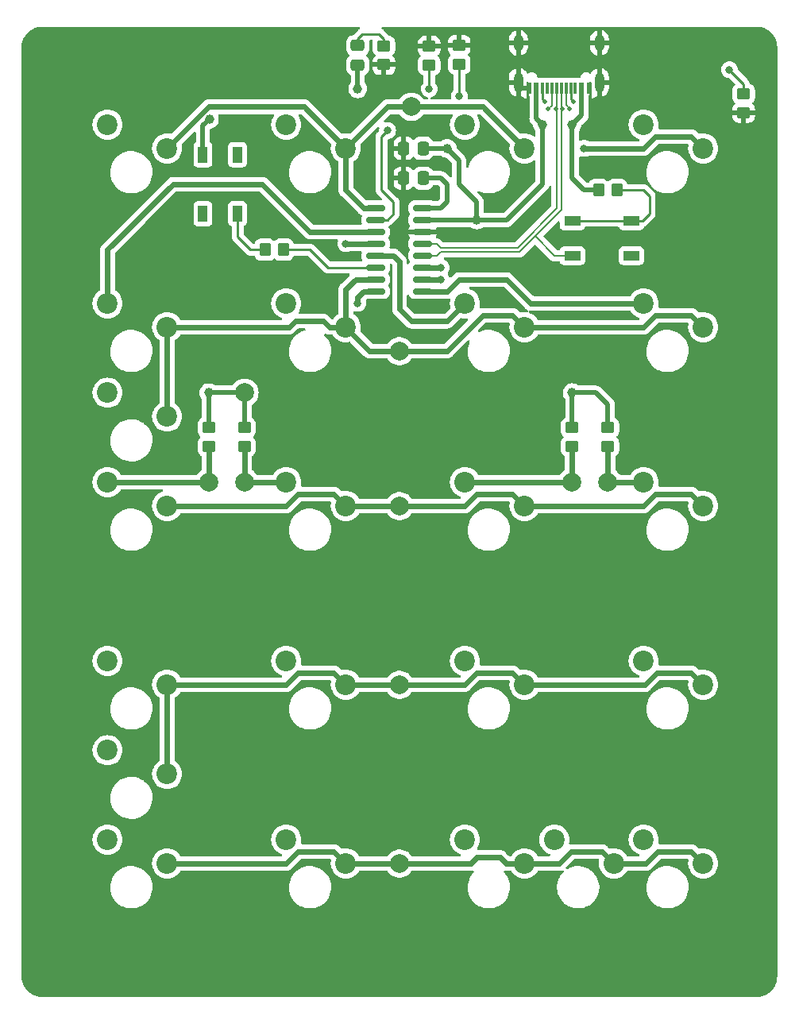
<source format=gtl>
G04 #@! TF.GenerationSoftware,KiCad,Pcbnew,7.0.2*
G04 #@! TF.CreationDate,2023-08-22T20:01:55-07:00*
G04 #@! TF.ProjectId,4x5Macro-Numpad-USBC,3478354d-6163-4726-9f2d-4e756d706164,rev?*
G04 #@! TF.SameCoordinates,Original*
G04 #@! TF.FileFunction,Copper,L1,Top*
G04 #@! TF.FilePolarity,Positive*
%FSLAX46Y46*%
G04 Gerber Fmt 4.6, Leading zero omitted, Abs format (unit mm)*
G04 Created by KiCad (PCBNEW 7.0.2) date 2023-08-22 20:01:55*
%MOMM*%
%LPD*%
G01*
G04 APERTURE LIST*
G04 Aperture macros list*
%AMRoundRect*
0 Rectangle with rounded corners*
0 $1 Rounding radius*
0 $2 $3 $4 $5 $6 $7 $8 $9 X,Y pos of 4 corners*
0 Add a 4 corners polygon primitive as box body*
4,1,4,$2,$3,$4,$5,$6,$7,$8,$9,$2,$3,0*
0 Add four circle primitives for the rounded corners*
1,1,$1+$1,$2,$3*
1,1,$1+$1,$4,$5*
1,1,$1+$1,$6,$7*
1,1,$1+$1,$8,$9*
0 Add four rect primitives between the rounded corners*
20,1,$1+$1,$2,$3,$4,$5,0*
20,1,$1+$1,$4,$5,$6,$7,0*
20,1,$1+$1,$6,$7,$8,$9,0*
20,1,$1+$1,$8,$9,$2,$3,0*%
G04 Aperture macros list end*
G04 #@! TA.AperFunction,SMDPad,CuDef*
%ADD10C,2.000000*%
G04 #@! TD*
G04 #@! TA.AperFunction,SMDPad,CuDef*
%ADD11RoundRect,0.250000X0.450000X-0.350000X0.450000X0.350000X-0.450000X0.350000X-0.450000X-0.350000X0*%
G04 #@! TD*
G04 #@! TA.AperFunction,SMDPad,CuDef*
%ADD12RoundRect,0.250000X-0.475000X0.337500X-0.475000X-0.337500X0.475000X-0.337500X0.475000X0.337500X0*%
G04 #@! TD*
G04 #@! TA.AperFunction,SMDPad,CuDef*
%ADD13R,1.000000X1.700000*%
G04 #@! TD*
G04 #@! TA.AperFunction,SMDPad,CuDef*
%ADD14RoundRect,0.250000X-0.337500X-0.475000X0.337500X-0.475000X0.337500X0.475000X-0.337500X0.475000X0*%
G04 #@! TD*
G04 #@! TA.AperFunction,SMDPad,CuDef*
%ADD15RoundRect,0.150000X-0.850000X-0.150000X0.850000X-0.150000X0.850000X0.150000X-0.850000X0.150000X0*%
G04 #@! TD*
G04 #@! TA.AperFunction,SMDPad,CuDef*
%ADD16RoundRect,0.250000X-0.350000X-0.450000X0.350000X-0.450000X0.350000X0.450000X-0.350000X0.450000X0*%
G04 #@! TD*
G04 #@! TA.AperFunction,SMDPad,CuDef*
%ADD17RoundRect,0.250000X-0.450000X0.350000X-0.450000X-0.350000X0.450000X-0.350000X0.450000X0.350000X0*%
G04 #@! TD*
G04 #@! TA.AperFunction,SMDPad,CuDef*
%ADD18R,1.700000X1.000000*%
G04 #@! TD*
G04 #@! TA.AperFunction,ComponentPad*
%ADD19O,1.000000X1.800000*%
G04 #@! TD*
G04 #@! TA.AperFunction,ComponentPad*
%ADD20O,1.000000X2.100000*%
G04 #@! TD*
G04 #@! TA.AperFunction,SMDPad,CuDef*
%ADD21R,0.600000X1.240000*%
G04 #@! TD*
G04 #@! TA.AperFunction,SMDPad,CuDef*
%ADD22R,0.300000X1.240000*%
G04 #@! TD*
G04 #@! TA.AperFunction,SMDPad,CuDef*
%ADD23RoundRect,0.250000X0.337500X0.475000X-0.337500X0.475000X-0.337500X-0.475000X0.337500X-0.475000X0*%
G04 #@! TD*
G04 #@! TA.AperFunction,SMDPad,CuDef*
%ADD24RoundRect,0.250000X0.350000X0.450000X-0.350000X0.450000X-0.350000X-0.450000X0.350000X-0.450000X0*%
G04 #@! TD*
G04 #@! TA.AperFunction,ComponentPad*
%ADD25C,2.200000*%
G04 #@! TD*
G04 #@! TA.AperFunction,ViaPad*
%ADD26C,3.600000*%
G04 #@! TD*
G04 #@! TA.AperFunction,ViaPad*
%ADD27C,0.800000*%
G04 #@! TD*
G04 #@! TA.AperFunction,ViaPad*
%ADD28C,1.000000*%
G04 #@! TD*
G04 #@! TA.AperFunction,ViaPad*
%ADD29C,0.500000*%
G04 #@! TD*
G04 #@! TA.AperFunction,Conductor*
%ADD30C,0.200000*%
G04 #@! TD*
G04 #@! TA.AperFunction,Conductor*
%ADD31C,0.250000*%
G04 #@! TD*
G04 #@! TA.AperFunction,Conductor*
%ADD32C,0.508000*%
G04 #@! TD*
G04 #@! TA.AperFunction,Conductor*
%ADD33C,0.558800*%
G04 #@! TD*
G04 APERTURE END LIST*
D10*
X130810000Y-69215000D03*
X153035000Y-41275000D03*
X151765000Y-67310000D03*
X151765000Y-83820000D03*
X131445000Y-81280000D03*
X135255000Y-81280000D03*
X151765000Y-102870000D03*
X151765000Y-121920000D03*
X170180000Y-81280000D03*
X173990000Y-81280000D03*
X135255000Y-71755000D03*
D11*
X158140400Y-34728400D03*
X158140400Y-36728400D03*
D12*
X147320000Y-36830000D03*
X147320000Y-34755000D03*
D11*
X135255000Y-75470000D03*
X135255000Y-77470000D03*
D13*
X134515000Y-46380000D03*
X134515000Y-52680000D03*
X130815000Y-46380000D03*
X130815000Y-52680000D03*
D14*
X154305000Y-48895000D03*
X152230000Y-48895000D03*
D11*
X170180000Y-75470000D03*
X170180000Y-77470000D03*
D15*
X154225000Y-52070000D03*
X154225000Y-53340000D03*
X154225000Y-54610000D03*
X154225000Y-55880000D03*
X154225000Y-57150000D03*
X154225000Y-58420000D03*
X154225000Y-59690000D03*
X154225000Y-60960000D03*
X149225000Y-60960000D03*
X149225000Y-59690000D03*
X149225000Y-58420000D03*
X149225000Y-57150000D03*
X149225000Y-55880000D03*
X149225000Y-54610000D03*
X149225000Y-53340000D03*
X149225000Y-52070000D03*
D16*
X139430000Y-56515000D03*
X137430000Y-56515000D03*
D17*
X150114000Y-36798000D03*
X150114000Y-34798000D03*
D11*
X173990000Y-75470000D03*
X173990000Y-77470000D03*
D17*
X188468000Y-41894000D03*
X188468000Y-39894000D03*
D18*
X170205000Y-53445000D03*
X176505000Y-53445000D03*
X170205000Y-57145000D03*
X176505000Y-57145000D03*
D11*
X131445000Y-75470000D03*
X131445000Y-77470000D03*
D19*
X164450000Y-34485000D03*
D20*
X164450000Y-38685000D03*
D19*
X173090000Y-34485000D03*
D20*
X173090000Y-38685000D03*
D21*
X171970000Y-39285000D03*
X171170000Y-39285000D03*
D22*
X170520000Y-39285000D03*
X169520000Y-39285000D03*
X168020000Y-39285000D03*
X167020000Y-39285000D03*
D21*
X166370000Y-39285000D03*
X165570000Y-39285000D03*
X165570000Y-39285000D03*
X166370000Y-39285000D03*
D22*
X167520000Y-39285000D03*
X168520000Y-39285000D03*
X169020000Y-39285000D03*
X170020000Y-39285000D03*
D21*
X171170000Y-39285000D03*
X171970000Y-39285000D03*
D23*
X152230000Y-45720000D03*
X154305000Y-45720000D03*
D11*
X154940000Y-34830000D03*
X154940000Y-36830000D03*
D24*
X172990000Y-50165000D03*
X174990000Y-50165000D03*
D25*
X146050000Y-121920000D03*
X139700000Y-119380000D03*
X165100000Y-45720000D03*
X158750000Y-43180000D03*
X165100000Y-83820000D03*
X158750000Y-81280000D03*
X127000000Y-64770000D03*
X120650000Y-62230000D03*
X146050000Y-64770000D03*
X139700000Y-62230000D03*
X127000000Y-45720000D03*
X120650000Y-43180000D03*
X165100000Y-121920000D03*
X158750000Y-119380000D03*
X146050000Y-102870000D03*
X139700000Y-100330000D03*
X184150000Y-83820000D03*
X177800000Y-81280000D03*
X184150000Y-102870000D03*
X177800000Y-100330000D03*
X127000000Y-102870000D03*
X120650000Y-100330000D03*
X127000000Y-112395000D03*
X120650000Y-109855000D03*
X127000000Y-83820000D03*
X120650000Y-81280000D03*
X127000000Y-121920000D03*
X120650000Y-119380000D03*
X146050000Y-45720000D03*
X139700000Y-43180000D03*
X165100000Y-102870000D03*
X158750000Y-100330000D03*
X184150000Y-64770000D03*
X177800000Y-62230000D03*
X127000000Y-74295000D03*
X120650000Y-71755000D03*
X184150000Y-121920000D03*
X177800000Y-119380000D03*
X165100000Y-64770000D03*
X158750000Y-62230000D03*
X184150000Y-45720000D03*
X177800000Y-43180000D03*
X146050000Y-83820000D03*
X139700000Y-81280000D03*
X174625000Y-121920000D03*
X168275000Y-119380000D03*
D26*
X189230000Y-35560000D03*
X114300000Y-35560000D03*
X114300000Y-133350000D03*
X189230000Y-133350000D03*
D27*
X143510000Y-61595000D03*
X152908000Y-38735000D03*
X139065000Y-53975000D03*
X186055000Y-119380000D03*
X153670000Y-71120000D03*
X177800000Y-39370000D03*
X148590000Y-119380000D03*
X113665000Y-50165000D03*
X151765000Y-55245000D03*
X161290000Y-45085000D03*
X150495000Y-63500000D03*
X113665000Y-64770000D03*
X148590000Y-48895000D03*
X155575000Y-43180000D03*
X120650000Y-51435000D03*
X113284000Y-40386000D03*
X169545000Y-55245000D03*
X113665000Y-107950000D03*
X143510000Y-52070000D03*
X113665000Y-93980000D03*
X134620000Y-85725000D03*
X116205000Y-38735000D03*
X146050000Y-129540000D03*
X152400000Y-50800000D03*
X153670000Y-66040000D03*
X148844000Y-40132000D03*
X153670000Y-62865000D03*
X128905000Y-130810000D03*
X133350000Y-118745000D03*
X113665000Y-120650000D03*
X165100000Y-53340000D03*
X140335000Y-59055000D03*
X186055000Y-51435000D03*
X183515000Y-87630000D03*
X161290000Y-37465000D03*
X182880000Y-73025000D03*
X124460000Y-58420000D03*
X118110000Y-129540000D03*
X184150000Y-40005000D03*
X134620000Y-43180000D03*
X162560000Y-62230000D03*
X125730000Y-40640000D03*
X157480000Y-54610000D03*
X162560000Y-73025000D03*
X132715000Y-59055000D03*
X171450000Y-63500000D03*
X133350000Y-106045000D03*
X163195000Y-118745000D03*
X164465000Y-48895000D03*
X113030000Y-80645000D03*
X182880000Y-59055000D03*
X170180000Y-128905000D03*
X172720000Y-47625000D03*
X166370000Y-86995000D03*
X147320000Y-86995000D03*
X146050000Y-43180000D03*
X142875000Y-73025000D03*
X167894000Y-59690000D03*
X185420000Y-128905000D03*
X172085000Y-68580000D03*
X153035000Y-88265000D03*
X150495000Y-74930000D03*
X161925000Y-34290000D03*
X131445000Y-38735000D03*
D28*
X170180000Y-43180000D03*
X167005000Y-43180000D03*
X156845000Y-45720000D03*
X147320000Y-39370000D03*
X131445000Y-71755000D03*
X131502187Y-42602187D03*
X160020000Y-53340000D03*
X170180000Y-71755000D03*
D27*
X186944000Y-37338000D03*
X150495000Y-43815000D03*
D29*
X170316500Y-40774573D03*
D27*
X154940000Y-39370000D03*
D29*
X169158000Y-41529000D03*
X167640000Y-41529000D03*
X168408000Y-41529000D03*
X169926000Y-41529000D03*
X167284400Y-40741600D03*
D27*
X158140400Y-40182800D03*
X146050000Y-55880000D03*
X171450000Y-45720000D03*
X147320000Y-62230000D03*
X156210000Y-58420000D03*
X156210000Y-59690000D03*
D30*
X168520000Y-41417000D02*
X168408000Y-41529000D01*
X168520000Y-39285000D02*
X168520000Y-41417000D01*
X166211600Y-55086600D02*
X167164100Y-54134100D01*
X167164100Y-54134100D02*
X168434100Y-52864100D01*
X168434100Y-52864100D02*
X169008001Y-52290199D01*
X169008001Y-52290199D02*
X169008001Y-41678999D01*
X169008001Y-41678999D02*
X169158000Y-41529000D01*
X169020000Y-41391000D02*
X169158000Y-41529000D01*
X169020000Y-39285000D02*
X169020000Y-41391000D01*
D31*
X150495000Y-53340000D02*
X149225000Y-53340000D01*
X151130000Y-51435000D02*
X151130000Y-52705000D01*
X149860000Y-50165000D02*
X151130000Y-51435000D01*
X149860000Y-44450000D02*
X149860000Y-50165000D01*
X151130000Y-52705000D02*
X150495000Y-53340000D01*
X150495000Y-43815000D02*
X149860000Y-44450000D01*
D32*
X156845000Y-49530000D02*
X156210000Y-48895000D01*
X156845000Y-51435000D02*
X156845000Y-49530000D01*
X156210000Y-52070000D02*
X156845000Y-51435000D01*
X156210000Y-48895000D02*
X154305000Y-48895000D01*
X154225000Y-52070000D02*
X156210000Y-52070000D01*
D33*
X139700000Y-121920000D02*
X127000000Y-121920000D01*
X140970000Y-120650000D02*
X139700000Y-121920000D01*
X144780000Y-120650000D02*
X140970000Y-120650000D01*
X146050000Y-121920000D02*
X144780000Y-120650000D01*
X144780000Y-101600000D02*
X146050000Y-102870000D01*
X127000000Y-102870000D02*
X139700000Y-102870000D01*
X139700000Y-102870000D02*
X140970000Y-101600000D01*
X140970000Y-101600000D02*
X144780000Y-101600000D01*
X158709323Y-102870000D02*
X159979323Y-101600000D01*
X159979323Y-101600000D02*
X163830000Y-101600000D01*
X146050000Y-102870000D02*
X158709323Y-102870000D01*
X163830000Y-101600000D02*
X165100000Y-102870000D01*
X182880000Y-101600000D02*
X184150000Y-102870000D01*
X179208412Y-101600000D02*
X182880000Y-101600000D01*
X177938412Y-102870000D02*
X179208412Y-101600000D01*
X165100000Y-102870000D02*
X177938412Y-102870000D01*
X182880000Y-63500000D02*
X184150000Y-64770000D01*
X179070000Y-63500000D02*
X182880000Y-63500000D01*
X177800000Y-64770000D02*
X179070000Y-63500000D01*
X165100000Y-64770000D02*
X177800000Y-64770000D01*
X177800000Y-83820000D02*
X165100000Y-83820000D01*
X179070000Y-82550000D02*
X177800000Y-83820000D01*
X182880000Y-82550000D02*
X179070000Y-82550000D01*
X184150000Y-83820000D02*
X182880000Y-82550000D01*
X160020000Y-82550000D02*
X158750000Y-83820000D01*
X158750000Y-83820000D02*
X146050000Y-83820000D01*
X163830000Y-82550000D02*
X160020000Y-82550000D01*
X165100000Y-83820000D02*
X163830000Y-82550000D01*
X144780000Y-82550000D02*
X140970000Y-82550000D01*
X140970000Y-82550000D02*
X139700000Y-83820000D01*
X146050000Y-83820000D02*
X144780000Y-82550000D01*
X139700000Y-83820000D02*
X127000000Y-83820000D01*
X182880000Y-44450000D02*
X184150000Y-45720000D01*
X179070000Y-44450000D02*
X182880000Y-44450000D01*
X177800000Y-45720000D02*
X179070000Y-44450000D01*
X171450000Y-45720000D02*
X177800000Y-45720000D01*
X131445000Y-81280000D02*
X131445000Y-77470000D01*
X120650000Y-81280000D02*
X131445000Y-81280000D01*
X135255000Y-81280000D02*
X139700000Y-81280000D01*
X135255000Y-77470000D02*
X135255000Y-81280000D01*
X170180000Y-81280000D02*
X170180000Y-77470000D01*
X158750000Y-81280000D02*
X170180000Y-81280000D01*
X173990000Y-81280000D02*
X177800000Y-81280000D01*
X173990000Y-77470000D02*
X173990000Y-81280000D01*
D32*
X135255000Y-71755000D02*
X135255000Y-75470000D01*
X131445000Y-71755000D02*
X135255000Y-71755000D01*
X170180000Y-48895000D02*
X171450000Y-50165000D01*
X163195000Y-53340000D02*
X160020000Y-53340000D01*
X158115000Y-49530000D02*
X158115000Y-46990000D01*
X167005000Y-49530000D02*
X163195000Y-53340000D01*
X171170000Y-42190000D02*
X171170000Y-39285000D01*
X170180000Y-43180000D02*
X171170000Y-42190000D01*
X170180000Y-75470000D02*
X170180000Y-71755000D01*
X130815000Y-43289374D02*
X130815000Y-46380000D01*
X173990000Y-73025000D02*
X173990000Y-75470000D01*
X131502187Y-42602187D02*
X130815000Y-43289374D01*
X160020000Y-53340000D02*
X160020000Y-51435000D01*
X156845000Y-45720000D02*
X154305000Y-45720000D01*
X170180000Y-71755000D02*
X172720000Y-71755000D01*
X166370000Y-42545000D02*
X166370000Y-39285000D01*
X154225000Y-53340000D02*
X160020000Y-53340000D01*
X158115000Y-46990000D02*
X156845000Y-45720000D01*
X167005000Y-43180000D02*
X167005000Y-49530000D01*
X160020000Y-51435000D02*
X158115000Y-49530000D01*
X131445000Y-75470000D02*
X131445000Y-71755000D01*
X171450000Y-50165000D02*
X172990000Y-50165000D01*
X147320000Y-39370000D02*
X147320000Y-36830000D01*
X170180000Y-43180000D02*
X170180000Y-48895000D01*
X167005000Y-43180000D02*
X166370000Y-42545000D01*
X172720000Y-71755000D02*
X173990000Y-73025000D01*
D31*
X147320000Y-34755000D02*
X147320000Y-34036000D01*
X147320000Y-34036000D02*
X147828000Y-33528000D01*
X147828000Y-33528000D02*
X149606000Y-33528000D01*
X149606000Y-33528000D02*
X150114000Y-34036000D01*
X150114000Y-34036000D02*
X150114000Y-34798000D01*
X186944000Y-37338000D02*
X188468000Y-38862000D01*
X188468000Y-38862000D02*
X188468000Y-39894000D01*
X170020000Y-40478073D02*
X170316500Y-40774573D01*
X170020000Y-39285000D02*
X170020000Y-40478073D01*
X154940000Y-39370000D02*
X154940000Y-36830000D01*
D30*
X154225000Y-57150000D02*
X155725001Y-57150000D01*
X156135001Y-56740000D02*
X164558200Y-56740000D01*
X168020000Y-41139182D02*
X167640000Y-41519182D01*
X167640000Y-41519182D02*
X167640000Y-41529000D01*
X169158000Y-41529000D02*
X169164000Y-41535000D01*
X155725001Y-57150000D02*
X156135001Y-56740000D01*
X164558200Y-56740000D02*
X166211600Y-55086600D01*
X168020000Y-39285000D02*
X168020000Y-41139182D01*
X168270000Y-57145000D02*
X166211600Y-55086600D01*
X170205000Y-57145000D02*
X168270000Y-57145000D01*
X154225000Y-55880000D02*
X155725001Y-55880000D01*
X164371800Y-56290000D02*
X168557999Y-52103801D01*
X168557999Y-41678999D02*
X168408000Y-41529000D01*
X169926000Y-41519182D02*
X169926000Y-41529000D01*
X156135001Y-56290000D02*
X164371800Y-56290000D01*
X155725001Y-55880000D02*
X156135001Y-56290000D01*
X169520000Y-41113182D02*
X169926000Y-41519182D01*
X168557999Y-52103801D02*
X168557999Y-41678999D01*
X169520000Y-39285000D02*
X169520000Y-41113182D01*
D31*
X167020000Y-40477200D02*
X167284400Y-40741600D01*
X167020000Y-39285000D02*
X167020000Y-40477200D01*
X158140400Y-36728400D02*
X158140400Y-40182800D01*
X176505000Y-53445000D02*
X170205000Y-53445000D01*
X174990000Y-50165000D02*
X177800000Y-50165000D01*
X177695000Y-53445000D02*
X176505000Y-53445000D01*
X177800000Y-50165000D02*
X178435000Y-50800000D01*
X178435000Y-52705000D02*
X177695000Y-53445000D01*
X178435000Y-50800000D02*
X178435000Y-52705000D01*
X137430000Y-56515000D02*
X135890000Y-56515000D01*
X134515000Y-55140000D02*
X134515000Y-52680000D01*
X135890000Y-56515000D02*
X134515000Y-55140000D01*
X149225000Y-58420000D02*
X144145000Y-58420000D01*
X144145000Y-58420000D02*
X142240000Y-56515000D01*
X142240000Y-56515000D02*
X139430000Y-56515000D01*
D33*
X156845000Y-60960000D02*
X158115000Y-59690000D01*
X163195000Y-59690000D02*
X165735000Y-62230000D01*
X158115000Y-59690000D02*
X163195000Y-59690000D01*
X154225000Y-60960000D02*
X156845000Y-60960000D01*
X165735000Y-62230000D02*
X177800000Y-62230000D01*
X151765000Y-57785000D02*
X151765000Y-62865000D01*
X151130000Y-57150000D02*
X151765000Y-57785000D01*
X153035000Y-64135000D02*
X156845000Y-64135000D01*
X156845000Y-64135000D02*
X158750000Y-62230000D01*
X151765000Y-62865000D02*
X153035000Y-64135000D01*
X149225000Y-57150000D02*
X151130000Y-57150000D01*
X146050000Y-55880000D02*
X149225000Y-55880000D01*
X142240000Y-54610000D02*
X137160000Y-49530000D01*
X120650000Y-56515000D02*
X120650000Y-62230000D01*
X127635000Y-49530000D02*
X120650000Y-56515000D01*
X149225000Y-54610000D02*
X142240000Y-54610000D01*
X137160000Y-49530000D02*
X127635000Y-49530000D01*
X141605000Y-41275000D02*
X146050000Y-45720000D01*
X146050000Y-50165000D02*
X146050000Y-45720000D01*
X160655000Y-41275000D02*
X165100000Y-45720000D01*
X131445000Y-41275000D02*
X141605000Y-41275000D01*
X146050000Y-45720000D02*
X150495000Y-41275000D01*
X150495000Y-41275000D02*
X160655000Y-41275000D01*
X127000000Y-45720000D02*
X131445000Y-41275000D01*
X147955000Y-52070000D02*
X146050000Y-50165000D01*
X149225000Y-52070000D02*
X147955000Y-52070000D01*
X127000000Y-74295000D02*
X127000000Y-64770000D01*
X139976823Y-64770000D02*
X140637223Y-64109600D01*
X146050000Y-64770000D02*
X148590000Y-67310000D01*
X146050000Y-60740947D02*
X146050000Y-64770000D01*
X127000000Y-64770000D02*
X139976823Y-64770000D01*
X163830000Y-63500000D02*
X165100000Y-64770000D01*
X149225000Y-59690000D02*
X147100947Y-59690000D01*
X148590000Y-67310000D02*
X156845000Y-67310000D01*
X143637000Y-64109600D02*
X144297400Y-64770000D01*
X140637223Y-64109600D02*
X143637000Y-64109600D01*
X160655000Y-63500000D02*
X163830000Y-63500000D01*
X144297400Y-64770000D02*
X146050000Y-64770000D01*
X147100947Y-59690000D02*
X146050000Y-60740947D01*
X156845000Y-67310000D02*
X160655000Y-63500000D01*
X147320000Y-61595000D02*
X147320000Y-62230000D01*
X147955000Y-60960000D02*
X147320000Y-61595000D01*
X149225000Y-60960000D02*
X147955000Y-60960000D01*
X127000000Y-112395000D02*
X127000000Y-102870000D01*
X156210000Y-58420000D02*
X154225000Y-58420000D01*
X174625000Y-121920000D02*
X173355000Y-120650000D01*
X178036146Y-121920000D02*
X174625000Y-121920000D01*
X179306146Y-120650000D02*
X178036146Y-121920000D01*
X173355000Y-120650000D02*
X170098646Y-120650000D01*
X154225000Y-59690000D02*
X156210000Y-59690000D01*
X163122452Y-121920000D02*
X165100000Y-121920000D01*
X160020000Y-121285000D02*
X162487452Y-121285000D01*
X182880000Y-120650000D02*
X179306146Y-120650000D01*
X162487452Y-121285000D02*
X163122452Y-121920000D01*
X170098646Y-120650000D02*
X168828646Y-121920000D01*
X157480000Y-121920000D02*
X159385000Y-121920000D01*
X157480000Y-121920000D02*
X146050000Y-121920000D01*
X184150000Y-121920000D02*
X182880000Y-120650000D01*
X168828646Y-121920000D02*
X165100000Y-121920000D01*
X159385000Y-121920000D02*
X160020000Y-121285000D01*
G04 #@! TA.AperFunction,Conductor*
G36*
X150896411Y-58030250D02*
G01*
X150932281Y-58055226D01*
X150948781Y-58071726D01*
X150982266Y-58133049D01*
X150985100Y-58159407D01*
X150985100Y-62764842D01*
X150985099Y-62764854D01*
X150985099Y-62952874D01*
X150993357Y-62989057D01*
X150995686Y-63002764D01*
X150999841Y-63039643D01*
X151012097Y-63074669D01*
X151015945Y-63088025D01*
X151024205Y-63124211D01*
X151040310Y-63157655D01*
X151045628Y-63170495D01*
X151057887Y-63205526D01*
X151077632Y-63236951D01*
X151084357Y-63249118D01*
X151100463Y-63282562D01*
X151123600Y-63311575D01*
X151131643Y-63322909D01*
X151151391Y-63354337D01*
X151222989Y-63425935D01*
X151289891Y-63492837D01*
X151289894Y-63492839D01*
X152412706Y-64615651D01*
X152412709Y-64615655D01*
X152412710Y-64615655D01*
X152421389Y-64624334D01*
X152421391Y-64624337D01*
X152545663Y-64748609D01*
X152577089Y-64768355D01*
X152588424Y-64776397D01*
X152617442Y-64799539D01*
X152650891Y-64815647D01*
X152663043Y-64822364D01*
X152694473Y-64842112D01*
X152729514Y-64854373D01*
X152742329Y-64859681D01*
X152775785Y-64875792D01*
X152811977Y-64884052D01*
X152825304Y-64887892D01*
X152860358Y-64900158D01*
X152897260Y-64904315D01*
X152910941Y-64906640D01*
X152922088Y-64909185D01*
X152947125Y-64914900D01*
X152947126Y-64914900D01*
X152991200Y-64914900D01*
X156741857Y-64914900D01*
X156741865Y-64914901D01*
X156757126Y-64914901D01*
X156932871Y-64914901D01*
X156932874Y-64914901D01*
X156969077Y-64906637D01*
X156982753Y-64904314D01*
X157019642Y-64900158D01*
X157054670Y-64887900D01*
X157068033Y-64884051D01*
X157068055Y-64884046D01*
X157104215Y-64875793D01*
X157137664Y-64859684D01*
X157150494Y-64854370D01*
X157185527Y-64842112D01*
X157216956Y-64822363D01*
X157229099Y-64815651D01*
X157262558Y-64799539D01*
X157291571Y-64776401D01*
X157302911Y-64768355D01*
X157313807Y-64761508D01*
X157334337Y-64748609D01*
X157458609Y-64624337D01*
X157458609Y-64624335D01*
X157468813Y-64614132D01*
X157468817Y-64614127D01*
X158262994Y-63819949D01*
X158324315Y-63786466D01*
X158379620Y-63787058D01*
X158403313Y-63792746D01*
X158498852Y-63815683D01*
X158750000Y-63835449D01*
X158921386Y-63821960D01*
X158989761Y-63836324D01*
X159039518Y-63885376D01*
X159054857Y-63953541D01*
X159030908Y-64019178D01*
X159018794Y-64033259D01*
X156558274Y-66493781D01*
X156496951Y-66527266D01*
X156470593Y-66530100D01*
X153114928Y-66530100D01*
X153047889Y-66510415D01*
X153011120Y-66473922D01*
X152953166Y-66385218D01*
X152953165Y-66385217D01*
X152953164Y-66385215D01*
X152784744Y-66202262D01*
X152742249Y-66169187D01*
X152588514Y-66049529D01*
X152588510Y-66049526D01*
X152588509Y-66049526D01*
X152369810Y-65931172D01*
X152369806Y-65931170D01*
X152369805Y-65931170D01*
X152134615Y-65850429D01*
X151889335Y-65809500D01*
X151640665Y-65809500D01*
X151395384Y-65850429D01*
X151160194Y-65931170D01*
X150941485Y-66049529D01*
X150745259Y-66202259D01*
X150576833Y-66385218D01*
X150518880Y-66473922D01*
X150465734Y-66519279D01*
X150415072Y-66530100D01*
X148964408Y-66530100D01*
X148897369Y-66510415D01*
X148876727Y-66493781D01*
X147639951Y-65257006D01*
X147606466Y-65195683D01*
X147607058Y-65140378D01*
X147635683Y-65021148D01*
X147655449Y-64770000D01*
X147635683Y-64518852D01*
X147576873Y-64273889D01*
X147480466Y-64041141D01*
X147348836Y-63826341D01*
X147185224Y-63634776D01*
X146993659Y-63471164D01*
X146889110Y-63407096D01*
X146842235Y-63355284D01*
X146829900Y-63301369D01*
X146829900Y-63188456D01*
X146849585Y-63121417D01*
X146902389Y-63075662D01*
X146971547Y-63065718D01*
X147004335Y-63075177D01*
X147033192Y-63088025D01*
X147040197Y-63091144D01*
X147225352Y-63130500D01*
X147225354Y-63130500D01*
X147414648Y-63130500D01*
X147538083Y-63104262D01*
X147599803Y-63091144D01*
X147772730Y-63014151D01*
X147807269Y-62989057D01*
X147925870Y-62902889D01*
X147958504Y-62866646D01*
X148052533Y-62762216D01*
X148147179Y-62598284D01*
X148205674Y-62418256D01*
X148225460Y-62230000D01*
X148205674Y-62041744D01*
X148172878Y-61940812D01*
X148170884Y-61870972D01*
X148203127Y-61814816D01*
X148221145Y-61796798D01*
X148282466Y-61763315D01*
X148313619Y-61760584D01*
X148309306Y-61760500D01*
X150138249Y-61760500D01*
X150140694Y-61760500D01*
X150177569Y-61757598D01*
X150335398Y-61711744D01*
X150476865Y-61628081D01*
X150593081Y-61511865D01*
X150676744Y-61370398D01*
X150722598Y-61212569D01*
X150725500Y-61175694D01*
X150725500Y-60744306D01*
X150722598Y-60707431D01*
X150676744Y-60549602D01*
X150593081Y-60408135D01*
X150593080Y-60408134D01*
X150585107Y-60394652D01*
X150587129Y-60393456D01*
X150564142Y-60351358D01*
X150569126Y-60281666D01*
X150585783Y-60255747D01*
X150585107Y-60255348D01*
X150593081Y-60241865D01*
X150676744Y-60100398D01*
X150722598Y-59942569D01*
X150725500Y-59905694D01*
X150725500Y-59474306D01*
X150722598Y-59437431D01*
X150676744Y-59279602D01*
X150593081Y-59138135D01*
X150593080Y-59138134D01*
X150585107Y-59124652D01*
X150587129Y-59123456D01*
X150564142Y-59081358D01*
X150569126Y-59011666D01*
X150585783Y-58985747D01*
X150585107Y-58985348D01*
X150593081Y-58971865D01*
X150676744Y-58830398D01*
X150722598Y-58672569D01*
X150725500Y-58635694D01*
X150725500Y-58204306D01*
X150722598Y-58167431D01*
X150722597Y-58167429D01*
X150721601Y-58154765D01*
X150725592Y-58154450D01*
X150725716Y-58107657D01*
X150763646Y-58048979D01*
X150827279Y-58020123D01*
X150896411Y-58030250D01*
G37*
G04 #@! TD.AperFunction*
G04 #@! TA.AperFunction,Conductor*
G36*
X162887632Y-60489585D02*
G01*
X162908273Y-60506218D01*
X165121390Y-62719336D01*
X165121391Y-62719337D01*
X165245663Y-62843609D01*
X165276430Y-62862941D01*
X165277080Y-62863349D01*
X165288423Y-62871397D01*
X165307224Y-62886391D01*
X165317442Y-62894539D01*
X165350891Y-62910647D01*
X165363043Y-62917364D01*
X165394473Y-62937112D01*
X165423693Y-62947336D01*
X165480467Y-62988057D01*
X165506215Y-63053009D01*
X165492759Y-63121571D01*
X165444372Y-63171974D01*
X165376416Y-63188216D01*
X165353793Y-63184952D01*
X165351149Y-63184317D01*
X165194317Y-63171974D01*
X165100000Y-63164551D01*
X165099999Y-63164551D01*
X164848848Y-63184317D01*
X164729620Y-63212941D01*
X164659838Y-63209450D01*
X164612993Y-63180048D01*
X164457839Y-63024894D01*
X164457838Y-63024892D01*
X164391805Y-62958859D01*
X164319337Y-62886391D01*
X164287909Y-62866643D01*
X164276575Y-62858600D01*
X164247562Y-62835463D01*
X164247558Y-62835461D01*
X164214111Y-62819353D01*
X164201951Y-62812632D01*
X164170526Y-62792887D01*
X164135495Y-62780628D01*
X164122655Y-62775310D01*
X164089211Y-62759205D01*
X164053025Y-62750945D01*
X164039669Y-62747097D01*
X164004643Y-62734841D01*
X163967764Y-62730686D01*
X163954057Y-62728357D01*
X163917875Y-62720099D01*
X163917874Y-62720099D01*
X163742126Y-62720099D01*
X163726865Y-62720099D01*
X163726857Y-62720100D01*
X160758143Y-62720100D01*
X160758135Y-62720099D01*
X160742874Y-62720099D01*
X160567127Y-62720099D01*
X160567125Y-62720099D01*
X160530942Y-62728357D01*
X160517236Y-62730686D01*
X160480358Y-62734841D01*
X160470522Y-62738283D01*
X160400742Y-62741841D01*
X160340117Y-62707109D01*
X160307893Y-62645114D01*
X160308998Y-62592296D01*
X160335683Y-62481148D01*
X160355449Y-62230000D01*
X160335683Y-61978852D01*
X160276873Y-61733889D01*
X160180466Y-61501141D01*
X160048836Y-61286341D01*
X159885224Y-61094776D01*
X159693659Y-60931164D01*
X159478859Y-60799534D01*
X159258987Y-60708460D01*
X159204585Y-60664620D01*
X159182520Y-60598326D01*
X159199799Y-60530627D01*
X159250936Y-60483016D01*
X159306441Y-60469900D01*
X162820593Y-60469900D01*
X162887632Y-60489585D01*
G37*
G04 #@! TD.AperFunction*
G04 #@! TA.AperFunction,Conductor*
G36*
X176398408Y-63029585D02*
G01*
X176437096Y-63069110D01*
X176501164Y-63173659D01*
X176664776Y-63365224D01*
X176856341Y-63528836D01*
X177071141Y-63660466D01*
X177291012Y-63751539D01*
X177345415Y-63795380D01*
X177367480Y-63861674D01*
X177350201Y-63929373D01*
X177299064Y-63976984D01*
X177243559Y-63990100D01*
X166568631Y-63990100D01*
X166501592Y-63970415D01*
X166462904Y-63930890D01*
X166435013Y-63885376D01*
X166398836Y-63826341D01*
X166235224Y-63634776D01*
X166043659Y-63471164D01*
X165828859Y-63339534D01*
X165608987Y-63248460D01*
X165554585Y-63204620D01*
X165532520Y-63138326D01*
X165549799Y-63070627D01*
X165600936Y-63023016D01*
X165656441Y-63009900D01*
X165691200Y-63009900D01*
X176331369Y-63009900D01*
X176398408Y-63029585D01*
G37*
G04 #@! TD.AperFunction*
G04 #@! TA.AperFunction,Conductor*
G36*
X152750103Y-61343823D02*
G01*
X152775630Y-61374413D01*
X152856919Y-61511865D01*
X152973135Y-61628081D01*
X152999485Y-61643664D01*
X153114602Y-61711744D01*
X153272427Y-61757597D01*
X153272431Y-61757598D01*
X153309306Y-61760500D01*
X153311751Y-61760500D01*
X155138249Y-61760500D01*
X155140694Y-61760500D01*
X155177569Y-61757598D01*
X155221537Y-61744823D01*
X155256132Y-61739900D01*
X156741857Y-61739900D01*
X156741865Y-61739901D01*
X156757126Y-61739901D01*
X156932871Y-61739901D01*
X156932874Y-61739901D01*
X156969077Y-61731637D01*
X156982753Y-61729314D01*
X157019642Y-61725158D01*
X157029470Y-61721718D01*
X157099246Y-61718155D01*
X157159874Y-61752881D01*
X157192104Y-61814873D01*
X157191000Y-61867705D01*
X157164317Y-61978848D01*
X157144551Y-62230000D01*
X157164317Y-62481149D01*
X157172912Y-62516951D01*
X157192438Y-62598284D01*
X157192941Y-62600377D01*
X157189450Y-62670160D01*
X157160048Y-62717005D01*
X156558274Y-63318781D01*
X156496951Y-63352266D01*
X156470593Y-63355100D01*
X153409407Y-63355100D01*
X153342368Y-63335415D01*
X153321726Y-63318781D01*
X152581219Y-62578274D01*
X152547734Y-62516951D01*
X152544900Y-62490593D01*
X152544900Y-61437536D01*
X152564585Y-61370497D01*
X152617389Y-61324742D01*
X152686547Y-61314798D01*
X152750103Y-61343823D01*
G37*
G04 #@! TD.AperFunction*
G04 #@! TA.AperFunction,Conductor*
G36*
X151752111Y-42074585D02*
G01*
X151788880Y-42111078D01*
X151846833Y-42199781D01*
X151846836Y-42199785D01*
X152015256Y-42382738D01*
X152045211Y-42406053D01*
X152211485Y-42535470D01*
X152211487Y-42535471D01*
X152211491Y-42535474D01*
X152430190Y-42653828D01*
X152665386Y-42734571D01*
X152910665Y-42775500D01*
X153159335Y-42775500D01*
X153404614Y-42734571D01*
X153639810Y-42653828D01*
X153858509Y-42535474D01*
X154054744Y-42382738D01*
X154223164Y-42199785D01*
X154270463Y-42127389D01*
X154281120Y-42111078D01*
X154334266Y-42065721D01*
X154384928Y-42054900D01*
X157340933Y-42054900D01*
X157407972Y-42074585D01*
X157453727Y-42127389D01*
X157463671Y-42196547D01*
X157446660Y-42243690D01*
X157319535Y-42451139D01*
X157223126Y-42683889D01*
X157164317Y-42928850D01*
X157144551Y-43180000D01*
X157164317Y-43431149D01*
X157223126Y-43676110D01*
X157268421Y-43785461D01*
X157319534Y-43908859D01*
X157451164Y-44123659D01*
X157614776Y-44315224D01*
X157806341Y-44478836D01*
X158021141Y-44610466D01*
X158253889Y-44706873D01*
X158498852Y-44765683D01*
X158750000Y-44785449D01*
X159001148Y-44765683D01*
X159246111Y-44706873D01*
X159478859Y-44610466D01*
X159693659Y-44478836D01*
X159885224Y-44315224D01*
X160048836Y-44123659D01*
X160180466Y-43908859D01*
X160276873Y-43676111D01*
X160335683Y-43431148D01*
X160355449Y-43180000D01*
X160335683Y-42928852D01*
X160276873Y-42683889D01*
X160180466Y-42451141D01*
X160082228Y-42290831D01*
X160053340Y-42243690D01*
X160035095Y-42176244D01*
X160056211Y-42109642D01*
X160109983Y-42065028D01*
X160159067Y-42054900D01*
X160280593Y-42054900D01*
X160347632Y-42074585D01*
X160368274Y-42091219D01*
X163510048Y-45232994D01*
X163543533Y-45294317D01*
X163542941Y-45349622D01*
X163514317Y-45468850D01*
X163494551Y-45720000D01*
X163514317Y-45971149D01*
X163573126Y-46216110D01*
X163586750Y-46249000D01*
X163669534Y-46448859D01*
X163801164Y-46663659D01*
X163964776Y-46855224D01*
X164156341Y-47018836D01*
X164371141Y-47150466D01*
X164603889Y-47246873D01*
X164848852Y-47305683D01*
X165100000Y-47325449D01*
X165351148Y-47305683D01*
X165596111Y-47246873D01*
X165828859Y-47150466D01*
X166043659Y-47018836D01*
X166045967Y-47016864D01*
X166049350Y-47015348D01*
X166051980Y-47013737D01*
X166052188Y-47014076D01*
X166109724Y-46988293D01*
X166178810Y-46998727D01*
X166231288Y-47044855D01*
X166250500Y-47111153D01*
X166250500Y-49166113D01*
X166230815Y-49233152D01*
X166214181Y-49253794D01*
X162918795Y-52549181D01*
X162857472Y-52582666D01*
X162831114Y-52585500D01*
X160898500Y-52585500D01*
X160831461Y-52565815D01*
X160785706Y-52513011D01*
X160774500Y-52461500D01*
X160774500Y-51498999D01*
X160775809Y-51481028D01*
X160777065Y-51472454D01*
X160779315Y-51457094D01*
X160774972Y-51407452D01*
X160774500Y-51396645D01*
X160774500Y-51394657D01*
X160774500Y-51391059D01*
X160770879Y-51360082D01*
X160770515Y-51356508D01*
X160763837Y-51280174D01*
X160759580Y-51260972D01*
X160759160Y-51259819D01*
X160759160Y-51259816D01*
X160733347Y-51188896D01*
X160732199Y-51185593D01*
X160708464Y-51113964D01*
X160708462Y-51113961D01*
X160708078Y-51112801D01*
X160699506Y-51095094D01*
X160674989Y-51057819D01*
X160657373Y-51031036D01*
X160655501Y-51028098D01*
X160615871Y-50963846D01*
X160615868Y-50963843D01*
X160615230Y-50962808D01*
X160602804Y-50947553D01*
X160547078Y-50894979D01*
X160544491Y-50892466D01*
X160116088Y-50464063D01*
X160082603Y-50402740D01*
X160087587Y-50333048D01*
X160129459Y-50277115D01*
X160194923Y-50252698D01*
X160263196Y-50267550D01*
X160266936Y-50269677D01*
X160272730Y-50273109D01*
X160276534Y-50274722D01*
X160276538Y-50274724D01*
X160320122Y-50293205D01*
X160550128Y-50390736D01*
X160840729Y-50470340D01*
X161139347Y-50510500D01*
X161143488Y-50510500D01*
X161363162Y-50510500D01*
X161365244Y-50510500D01*
X161590634Y-50495412D01*
X161885903Y-50435396D01*
X162170537Y-50336560D01*
X162439459Y-50200668D01*
X162687869Y-50030144D01*
X162911333Y-49828032D01*
X163105865Y-49597939D01*
X163267993Y-49343970D01*
X163394823Y-49070658D01*
X163484093Y-48782879D01*
X163534209Y-48485770D01*
X163544277Y-48184631D01*
X163514118Y-47884838D01*
X163444269Y-47591739D01*
X163335977Y-47310566D01*
X163333301Y-47305683D01*
X163264307Y-47179785D01*
X163191175Y-47046335D01*
X163183576Y-47036022D01*
X163021442Y-46815972D01*
X163012446Y-46803762D01*
X162802980Y-46587176D01*
X162642939Y-46460793D01*
X162569769Y-46403011D01*
X162569762Y-46403006D01*
X162566515Y-46400442D01*
X162562954Y-46398332D01*
X162562947Y-46398328D01*
X162310831Y-46249000D01*
X162310828Y-46248998D01*
X162307270Y-46246891D01*
X162303471Y-46245280D01*
X162303461Y-46245275D01*
X162033681Y-46130879D01*
X162033678Y-46130878D01*
X162029872Y-46129264D01*
X162025885Y-46128172D01*
X162025877Y-46128169D01*
X161743278Y-46050757D01*
X161743269Y-46050755D01*
X161739271Y-46049660D01*
X161735164Y-46049107D01*
X161735156Y-46049106D01*
X161444754Y-46010051D01*
X161444746Y-46010050D01*
X161440653Y-46009500D01*
X161214756Y-46009500D01*
X161212682Y-46009638D01*
X161212677Y-46009639D01*
X160993498Y-46024311D01*
X160993492Y-46024311D01*
X160989366Y-46024588D01*
X160985309Y-46025412D01*
X160985306Y-46025413D01*
X160698165Y-46083777D01*
X160698162Y-46083777D01*
X160694097Y-46084604D01*
X160690183Y-46085963D01*
X160690176Y-46085965D01*
X160413375Y-46182081D01*
X160413367Y-46182084D01*
X160409463Y-46183440D01*
X160405771Y-46185305D01*
X160405763Y-46185309D01*
X160144242Y-46317461D01*
X160144232Y-46317466D01*
X160140541Y-46319332D01*
X160137130Y-46321672D01*
X160137124Y-46321677D01*
X159895548Y-46487509D01*
X159895534Y-46487519D01*
X159892131Y-46489856D01*
X159889066Y-46492627D01*
X159889056Y-46492636D01*
X159671741Y-46689187D01*
X159671735Y-46689192D01*
X159668667Y-46691968D01*
X159665998Y-46695123D01*
X159665991Y-46695132D01*
X159476810Y-46918896D01*
X159476804Y-46918903D01*
X159474135Y-46922061D01*
X159471912Y-46925542D01*
X159471904Y-46925554D01*
X159314233Y-47172542D01*
X159314229Y-47172549D01*
X159312007Y-47176030D01*
X159310267Y-47179779D01*
X159310264Y-47179785D01*
X159186922Y-47445580D01*
X159186918Y-47445589D01*
X159185177Y-47449342D01*
X159183951Y-47453291D01*
X159183949Y-47453299D01*
X159111933Y-47685458D01*
X159073270Y-47743656D01*
X159009280Y-47771712D01*
X158940281Y-47760719D01*
X158888178Y-47714167D01*
X158869500Y-47648720D01*
X158869500Y-47053992D01*
X158870809Y-47036022D01*
X158871017Y-47034599D01*
X158874314Y-47012093D01*
X158869972Y-46962459D01*
X158869500Y-46951653D01*
X158869500Y-46949669D01*
X158869500Y-46946059D01*
X158865881Y-46915104D01*
X158865515Y-46911517D01*
X158858837Y-46835175D01*
X158854580Y-46815972D01*
X158854160Y-46814819D01*
X158854160Y-46814816D01*
X158828347Y-46743896D01*
X158827199Y-46740593D01*
X158803464Y-46668964D01*
X158803462Y-46668961D01*
X158803078Y-46667801D01*
X158794504Y-46650091D01*
X158752376Y-46586038D01*
X158750461Y-46583033D01*
X158710870Y-46518846D01*
X158710229Y-46517806D01*
X158697802Y-46502551D01*
X158642061Y-46449963D01*
X158639473Y-46447449D01*
X157874975Y-45682951D01*
X157841490Y-45621628D01*
X157839253Y-45607423D01*
X157831024Y-45523868D01*
X157773814Y-45335273D01*
X157680910Y-45161462D01*
X157555883Y-45009117D01*
X157403538Y-44884090D01*
X157356327Y-44858855D01*
X157229726Y-44791185D01*
X157041133Y-44733976D01*
X156845000Y-44714659D01*
X156648866Y-44733976D01*
X156460273Y-44791185D01*
X156286462Y-44884089D01*
X156221561Y-44937353D01*
X156157251Y-44964666D01*
X156142896Y-44965500D01*
X155421091Y-44965500D01*
X155354052Y-44945815D01*
X155315552Y-44906596D01*
X155235211Y-44776342D01*
X155111157Y-44652288D01*
X154961834Y-44560186D01*
X154795297Y-44505000D01*
X154695641Y-44494819D01*
X154695622Y-44494818D01*
X154692509Y-44494500D01*
X154689360Y-44494500D01*
X153920641Y-44494500D01*
X153920621Y-44494500D01*
X153917492Y-44494501D01*
X153914360Y-44494820D01*
X153914358Y-44494821D01*
X153814703Y-44505000D01*
X153648165Y-44560186D01*
X153498842Y-44652288D01*
X153374786Y-44776344D01*
X153372742Y-44779659D01*
X153320792Y-44826382D01*
X153251829Y-44837601D01*
X153187748Y-44809755D01*
X153161668Y-44779656D01*
X153159816Y-44776654D01*
X153035845Y-44652683D01*
X152886622Y-44560642D01*
X152720196Y-44505493D01*
X152620609Y-44495319D01*
X152614332Y-44495000D01*
X152480000Y-44495000D01*
X152480000Y-46944999D01*
X152614329Y-46944999D01*
X152620611Y-46944678D01*
X152720195Y-46934506D01*
X152886622Y-46879357D01*
X153035845Y-46787316D01*
X153159813Y-46663348D01*
X153161664Y-46660348D01*
X153213610Y-46613621D01*
X153282572Y-46602396D01*
X153346656Y-46630236D01*
X153372746Y-46660345D01*
X153374790Y-46663659D01*
X153498842Y-46787711D01*
X153498844Y-46787712D01*
X153648166Y-46879814D01*
X153743839Y-46911517D01*
X153814702Y-46934999D01*
X153914358Y-46945180D01*
X153914359Y-46945180D01*
X153917491Y-46945500D01*
X154692508Y-46945499D01*
X154795297Y-46934999D01*
X154961834Y-46879814D01*
X155111156Y-46787712D01*
X155235212Y-46663656D01*
X155315551Y-46533404D01*
X155367500Y-46486679D01*
X155421091Y-46474500D01*
X156142896Y-46474500D01*
X156209935Y-46494185D01*
X156221561Y-46502647D01*
X156259038Y-46533404D01*
X156286462Y-46555910D01*
X156460273Y-46648814D01*
X156648868Y-46706024D01*
X156732423Y-46714253D01*
X156797211Y-46740413D01*
X156807951Y-46749975D01*
X157324181Y-47266204D01*
X157357666Y-47327527D01*
X157360500Y-47353885D01*
X157360499Y-48679113D01*
X157340814Y-48746153D01*
X157288010Y-48791907D01*
X157218852Y-48801851D01*
X157155296Y-48772826D01*
X157148818Y-48766794D01*
X156788766Y-48406742D01*
X156776983Y-48393108D01*
X156762538Y-48373705D01*
X156724365Y-48341674D01*
X156716389Y-48334365D01*
X156714993Y-48332969D01*
X156712441Y-48330417D01*
X156709613Y-48328181D01*
X156709603Y-48328172D01*
X156687988Y-48311081D01*
X156685191Y-48308803D01*
X156626497Y-48259552D01*
X156609898Y-48248976D01*
X156540442Y-48216589D01*
X156537197Y-48215018D01*
X156468722Y-48180629D01*
X156450125Y-48174165D01*
X156375086Y-48158670D01*
X156371569Y-48157890D01*
X156297005Y-48140219D01*
X156277425Y-48138218D01*
X156200804Y-48140448D01*
X156197198Y-48140500D01*
X155421091Y-48140500D01*
X155354052Y-48120815D01*
X155315552Y-48081596D01*
X155235211Y-47951342D01*
X155111157Y-47827288D01*
X154961834Y-47735186D01*
X154795297Y-47680000D01*
X154695641Y-47669819D01*
X154695622Y-47669818D01*
X154692509Y-47669500D01*
X154689360Y-47669500D01*
X153920641Y-47669500D01*
X153920621Y-47669500D01*
X153917492Y-47669501D01*
X153914360Y-47669820D01*
X153914358Y-47669821D01*
X153814703Y-47680000D01*
X153648165Y-47735186D01*
X153498842Y-47827288D01*
X153374786Y-47951344D01*
X153372742Y-47954659D01*
X153320792Y-48001382D01*
X153251829Y-48012601D01*
X153187748Y-47984755D01*
X153161668Y-47954656D01*
X153159816Y-47951654D01*
X153035845Y-47827683D01*
X152886622Y-47735642D01*
X152720196Y-47680493D01*
X152620609Y-47670319D01*
X152614332Y-47670000D01*
X152480000Y-47670000D01*
X152480000Y-50119999D01*
X152614329Y-50119999D01*
X152620611Y-50119678D01*
X152720195Y-50109506D01*
X152886622Y-50054357D01*
X153035845Y-49962316D01*
X153159813Y-49838348D01*
X153161664Y-49835348D01*
X153213610Y-49788621D01*
X153282572Y-49777396D01*
X153346656Y-49805236D01*
X153372746Y-49835345D01*
X153374790Y-49838659D01*
X153498842Y-49962711D01*
X153498844Y-49962712D01*
X153648166Y-50054814D01*
X153759516Y-50091712D01*
X153814702Y-50109999D01*
X153914358Y-50120180D01*
X153914359Y-50120180D01*
X153917491Y-50120500D01*
X154692508Y-50120499D01*
X154795297Y-50109999D01*
X154961834Y-50054814D01*
X155111156Y-49962712D01*
X155235212Y-49838656D01*
X155301589Y-49731041D01*
X155315552Y-49708404D01*
X155367500Y-49661679D01*
X155421091Y-49649500D01*
X155846114Y-49649500D01*
X155913153Y-49669185D01*
X155933790Y-49685814D01*
X156054182Y-49806205D01*
X156087666Y-49867526D01*
X156090500Y-49893885D01*
X156090500Y-51071113D01*
X156070815Y-51138152D01*
X156054185Y-51158789D01*
X155933793Y-51279182D01*
X155872473Y-51312666D01*
X155846114Y-51315500D01*
X155343559Y-51315500D01*
X155308964Y-51310576D01*
X155208499Y-51281388D01*
X155177570Y-51272402D01*
X155143128Y-51269691D01*
X155143114Y-51269690D01*
X155140694Y-51269500D01*
X153309306Y-51269500D01*
X153306886Y-51269690D01*
X153306871Y-51269691D01*
X153272427Y-51272402D01*
X153114602Y-51318255D01*
X152973134Y-51401919D01*
X152856919Y-51518134D01*
X152773255Y-51659602D01*
X152727402Y-51817427D01*
X152724691Y-51851871D01*
X152724690Y-51851886D01*
X152724500Y-51854306D01*
X152724500Y-52285694D01*
X152724690Y-52288114D01*
X152724691Y-52288128D01*
X152727402Y-52322572D01*
X152773255Y-52480397D01*
X152864893Y-52635348D01*
X152862870Y-52636543D01*
X152885858Y-52678642D01*
X152880874Y-52748334D01*
X152864216Y-52774252D01*
X152864893Y-52774652D01*
X152856919Y-52788134D01*
X152856919Y-52788135D01*
X152849023Y-52801484D01*
X152773255Y-52929602D01*
X152727402Y-53087427D01*
X152724691Y-53121871D01*
X152724690Y-53121886D01*
X152724500Y-53124306D01*
X152724500Y-53555694D01*
X152724690Y-53558114D01*
X152724691Y-53558128D01*
X152727402Y-53592572D01*
X152773255Y-53750397D01*
X152864893Y-53905348D01*
X152862991Y-53906472D01*
X152886211Y-53948995D01*
X152881227Y-54018687D01*
X152864603Y-54044554D01*
X152865291Y-54044961D01*
X152773719Y-54199799D01*
X152727900Y-54357511D01*
X152727704Y-54359999D01*
X152727705Y-54360000D01*
X155722295Y-54360000D01*
X155722295Y-54359999D01*
X155722099Y-54357507D01*
X155691765Y-54253095D01*
X155691964Y-54183225D01*
X155729906Y-54124555D01*
X155793545Y-54095712D01*
X155810841Y-54094500D01*
X159317896Y-54094500D01*
X159384935Y-54114185D01*
X159396561Y-54122647D01*
X159461462Y-54175910D01*
X159635273Y-54268814D01*
X159823868Y-54326024D01*
X160020000Y-54345341D01*
X160216132Y-54326024D01*
X160404727Y-54268814D01*
X160578538Y-54175910D01*
X160643438Y-54122647D01*
X160707749Y-54095334D01*
X160722104Y-54094500D01*
X163131000Y-54094500D01*
X163148970Y-54095809D01*
X163152723Y-54096358D01*
X163172906Y-54099315D01*
X163222547Y-54094972D01*
X163233355Y-54094500D01*
X163235343Y-54094500D01*
X163238941Y-54094500D01*
X163242514Y-54094082D01*
X163242520Y-54094082D01*
X163262611Y-54091733D01*
X163269910Y-54090880D01*
X163273448Y-54090518D01*
X163348612Y-54083943D01*
X163348617Y-54083941D01*
X163349832Y-54083835D01*
X163369027Y-54079580D01*
X163370179Y-54079160D01*
X163370184Y-54079160D01*
X163441074Y-54053357D01*
X163444434Y-54052190D01*
X163516036Y-54028464D01*
X163516041Y-54028460D01*
X163517202Y-54028076D01*
X163534902Y-54019507D01*
X163535919Y-54018837D01*
X163535924Y-54018836D01*
X163598967Y-53977371D01*
X163601959Y-53975465D01*
X163666154Y-53935870D01*
X163666154Y-53935869D01*
X163667193Y-53935229D01*
X163682444Y-53922805D01*
X163683281Y-53921917D01*
X163683285Y-53921915D01*
X163735071Y-53867023D01*
X163737516Y-53864506D01*
X167493264Y-50108758D01*
X167506883Y-50096988D01*
X167526294Y-50082539D01*
X167558324Y-50044366D01*
X167565638Y-50036386D01*
X167566234Y-50035789D01*
X167569583Y-50032441D01*
X167588927Y-50007974D01*
X167591161Y-50005232D01*
X167639667Y-49947427D01*
X167639668Y-49947424D01*
X167640449Y-49946494D01*
X167651018Y-49929904D01*
X167651534Y-49928797D01*
X167651539Y-49928791D01*
X167683445Y-49860366D01*
X167684972Y-49857214D01*
X167710592Y-49806203D01*
X167722690Y-49782115D01*
X167770369Y-49731041D01*
X167838091Y-49713853D01*
X167904356Y-49736007D01*
X167948124Y-49790469D01*
X167957499Y-49837768D01*
X167957499Y-51803704D01*
X167937814Y-51870743D01*
X167921180Y-51891385D01*
X164159384Y-55653181D01*
X164098061Y-55686666D01*
X164071703Y-55689500D01*
X156435098Y-55689500D01*
X156368059Y-55669815D01*
X156347417Y-55653181D01*
X156183200Y-55488964D01*
X156172504Y-55476768D01*
X156153282Y-55451716D01*
X156027841Y-55355463D01*
X155881763Y-55294956D01*
X155764362Y-55279500D01*
X155726462Y-55274510D01*
X155662566Y-55246242D01*
X155624095Y-55187917D01*
X155623265Y-55118052D01*
X155635918Y-55088449D01*
X155676280Y-55020201D01*
X155722099Y-54862488D01*
X155722295Y-54860000D01*
X152727704Y-54860000D01*
X152727900Y-54862488D01*
X152773719Y-55020200D01*
X152865291Y-55175040D01*
X152863252Y-55176245D01*
X152886210Y-55218288D01*
X152881226Y-55287980D01*
X152864309Y-55314306D01*
X152864893Y-55314652D01*
X152773255Y-55469602D01*
X152727402Y-55627427D01*
X152724691Y-55661871D01*
X152724690Y-55661886D01*
X152724500Y-55664306D01*
X152724500Y-56095694D01*
X152724690Y-56098114D01*
X152724691Y-56098128D01*
X152727402Y-56132572D01*
X152773255Y-56290397D01*
X152778199Y-56298757D01*
X152856187Y-56430628D01*
X152864893Y-56445348D01*
X152862870Y-56446543D01*
X152885858Y-56488642D01*
X152880874Y-56558334D01*
X152864216Y-56584252D01*
X152864893Y-56584652D01*
X152856919Y-56598134D01*
X152856919Y-56598135D01*
X152855551Y-56600449D01*
X152773255Y-56739602D01*
X152727402Y-56897427D01*
X152724691Y-56931871D01*
X152724690Y-56931886D01*
X152724500Y-56934306D01*
X152724500Y-57365694D01*
X152724690Y-57368114D01*
X152724691Y-57368128D01*
X152727402Y-57402569D01*
X152738930Y-57442249D01*
X152738744Y-57506918D01*
X152766915Y-57541514D01*
X152771672Y-57554949D01*
X152773254Y-57560396D01*
X152826136Y-57649814D01*
X152853544Y-57696159D01*
X152864893Y-57715348D01*
X152862870Y-57716543D01*
X152885858Y-57758642D01*
X152880874Y-57828334D01*
X152864216Y-57854252D01*
X152864893Y-57854652D01*
X152856919Y-57868134D01*
X152856919Y-57868135D01*
X152854114Y-57872878D01*
X152775632Y-58005584D01*
X152724563Y-58053268D01*
X152655821Y-58065771D01*
X152591232Y-58039126D01*
X152551302Y-57981790D01*
X152544900Y-57942463D01*
X152544900Y-57888143D01*
X152544901Y-57888134D01*
X152544901Y-57697128D01*
X152544901Y-57697127D01*
X152536638Y-57660928D01*
X152534311Y-57647225D01*
X152530158Y-57610358D01*
X152530157Y-57610355D01*
X152529377Y-57603431D01*
X152536613Y-57562119D01*
X152515346Y-57543584D01*
X152508133Y-57530645D01*
X152489690Y-57492348D01*
X152484372Y-57479509D01*
X152472112Y-57444473D01*
X152452363Y-57413043D01*
X152445647Y-57400892D01*
X152429539Y-57367442D01*
X152408274Y-57340776D01*
X152406400Y-57338426D01*
X152398357Y-57327093D01*
X152378609Y-57295663D01*
X152254337Y-57171391D01*
X152254334Y-57171389D01*
X152245655Y-57162710D01*
X152245655Y-57162709D01*
X152245651Y-57162706D01*
X151757839Y-56674894D01*
X151757838Y-56674892D01*
X151701080Y-56618134D01*
X151619337Y-56536391D01*
X151587909Y-56516643D01*
X151576575Y-56508600D01*
X151547562Y-56485463D01*
X151547558Y-56485461D01*
X151514111Y-56469353D01*
X151501951Y-56462632D01*
X151470526Y-56442887D01*
X151435495Y-56430628D01*
X151422655Y-56425310D01*
X151389211Y-56409205D01*
X151353025Y-56400945D01*
X151339669Y-56397097D01*
X151304643Y-56384841D01*
X151267764Y-56380686D01*
X151254057Y-56378357D01*
X151217875Y-56370099D01*
X151217874Y-56370099D01*
X151042126Y-56370099D01*
X151026865Y-56370099D01*
X151026857Y-56370100D01*
X150818741Y-56370100D01*
X150751702Y-56350415D01*
X150705947Y-56297611D01*
X150696003Y-56228453D01*
X150699665Y-56211504D01*
X150702657Y-56201204D01*
X150722598Y-56132569D01*
X150725500Y-56095694D01*
X150725500Y-55664306D01*
X150722598Y-55627431D01*
X150676744Y-55469602D01*
X150593081Y-55328135D01*
X150593080Y-55328134D01*
X150585107Y-55314652D01*
X150587129Y-55313456D01*
X150564142Y-55271358D01*
X150569126Y-55201666D01*
X150585783Y-55175747D01*
X150585107Y-55175348D01*
X150612957Y-55128256D01*
X150676744Y-55020398D01*
X150722598Y-54862569D01*
X150725500Y-54825694D01*
X150725500Y-54394306D01*
X150722598Y-54357431D01*
X150719085Y-54345341D01*
X150676745Y-54199605D01*
X150676744Y-54199604D01*
X150676744Y-54199602D01*
X150626624Y-54114853D01*
X150609442Y-54047133D01*
X150631602Y-53980870D01*
X150686067Y-53937106D01*
X150687707Y-53936444D01*
X150692397Y-53934587D01*
X150703444Y-53930803D01*
X150745390Y-53918618D01*
X150762629Y-53908422D01*
X150780102Y-53899862D01*
X150798732Y-53892486D01*
X150834064Y-53866814D01*
X150843830Y-53860400D01*
X150881418Y-53838171D01*
X150881417Y-53838171D01*
X150881420Y-53838170D01*
X150895585Y-53824004D01*
X150910373Y-53811373D01*
X150926587Y-53799594D01*
X150954438Y-53765926D01*
X150962279Y-53757309D01*
X151513786Y-53205802D01*
X151529886Y-53192905D01*
X151531874Y-53190787D01*
X151531877Y-53190786D01*
X151577964Y-53141707D01*
X151580549Y-53139039D01*
X151600120Y-53119470D01*
X151602565Y-53116316D01*
X151610154Y-53107429D01*
X151640062Y-53075582D01*
X151649713Y-53058026D01*
X151660393Y-53041767D01*
X151672674Y-53025936D01*
X151690018Y-52985851D01*
X151695160Y-52975356D01*
X151704216Y-52958884D01*
X151716197Y-52937092D01*
X151721178Y-52917688D01*
X151727481Y-52899282D01*
X151735438Y-52880895D01*
X151742270Y-52837748D01*
X151744639Y-52826316D01*
X151755500Y-52784020D01*
X151755500Y-52763983D01*
X151757027Y-52744584D01*
X151758618Y-52734539D01*
X151760160Y-52724804D01*
X151756050Y-52681324D01*
X151755500Y-52669655D01*
X151755500Y-51517739D01*
X151757763Y-51497238D01*
X151756984Y-51472454D01*
X151755561Y-51427144D01*
X151755500Y-51423250D01*
X151755500Y-51399544D01*
X151755500Y-51395650D01*
X151754998Y-51391681D01*
X151754080Y-51380024D01*
X151752709Y-51336373D01*
X151747120Y-51317140D01*
X151743174Y-51298082D01*
X151740664Y-51278208D01*
X151730393Y-51252267D01*
X151724585Y-51237597D01*
X151720804Y-51226552D01*
X151708619Y-51184613D01*
X151708618Y-51184612D01*
X151708618Y-51184610D01*
X151698417Y-51167361D01*
X151689860Y-51149895D01*
X151682486Y-51131268D01*
X151656813Y-51095932D01*
X151650402Y-51086172D01*
X151628169Y-51048578D01*
X151614006Y-51034415D01*
X151601369Y-51019620D01*
X151589595Y-51003414D01*
X151574318Y-50990776D01*
X151555935Y-50975568D01*
X151547305Y-50967714D01*
X150521819Y-49942228D01*
X150488334Y-49880905D01*
X150485500Y-49854547D01*
X150485500Y-49145000D01*
X151142501Y-49145000D01*
X151142501Y-49416829D01*
X151142821Y-49423111D01*
X151152993Y-49522695D01*
X151208142Y-49689122D01*
X151300183Y-49838345D01*
X151424154Y-49962316D01*
X151573377Y-50054357D01*
X151739803Y-50109506D01*
X151839390Y-50119680D01*
X151845668Y-50119999D01*
X151979999Y-50119999D01*
X151980000Y-50119998D01*
X151980000Y-49145000D01*
X151142501Y-49145000D01*
X150485500Y-49145000D01*
X150485500Y-48645000D01*
X151142500Y-48645000D01*
X151980000Y-48645000D01*
X151980000Y-47670000D01*
X151845671Y-47670000D01*
X151839388Y-47670321D01*
X151739804Y-47680493D01*
X151573377Y-47735642D01*
X151424154Y-47827683D01*
X151300183Y-47951654D01*
X151208142Y-48100877D01*
X151152993Y-48267303D01*
X151142819Y-48366890D01*
X151142500Y-48373168D01*
X151142500Y-48645000D01*
X150485500Y-48645000D01*
X150485500Y-45970000D01*
X151142501Y-45970000D01*
X151142501Y-46241829D01*
X151142821Y-46248111D01*
X151152993Y-46347695D01*
X151208142Y-46514122D01*
X151300183Y-46663345D01*
X151424154Y-46787316D01*
X151573377Y-46879357D01*
X151739803Y-46934506D01*
X151839390Y-46944680D01*
X151845668Y-46944999D01*
X151979999Y-46944999D01*
X151980000Y-46944998D01*
X151980000Y-45970000D01*
X151142501Y-45970000D01*
X150485500Y-45970000D01*
X150485500Y-45470000D01*
X151142500Y-45470000D01*
X151980000Y-45470000D01*
X151980000Y-44495000D01*
X151845671Y-44495000D01*
X151839388Y-44495321D01*
X151739804Y-44505493D01*
X151573377Y-44560642D01*
X151424154Y-44652683D01*
X151300183Y-44776654D01*
X151208142Y-44925877D01*
X151152993Y-45092303D01*
X151142819Y-45191890D01*
X151142500Y-45198168D01*
X151142500Y-45470000D01*
X150485500Y-45470000D01*
X150485500Y-44838050D01*
X150505185Y-44771011D01*
X150557989Y-44725256D01*
X150583719Y-44716760D01*
X150673401Y-44697697D01*
X150774803Y-44676144D01*
X150947730Y-44599151D01*
X151077317Y-44505001D01*
X151100870Y-44487889D01*
X151103163Y-44485343D01*
X151227533Y-44347216D01*
X151322179Y-44183284D01*
X151380674Y-44003256D01*
X151400460Y-43815000D01*
X151380674Y-43626744D01*
X151335154Y-43486648D01*
X151322179Y-43446715D01*
X151227533Y-43282783D01*
X151100870Y-43142110D01*
X150947730Y-43030848D01*
X150774802Y-42953855D01*
X150589648Y-42914500D01*
X150589646Y-42914500D01*
X150400354Y-42914500D01*
X150400351Y-42914500D01*
X150248628Y-42946749D01*
X150178961Y-42941433D01*
X150123228Y-42899296D01*
X150099123Y-42833716D01*
X150114300Y-42765514D01*
X150135165Y-42737780D01*
X150781726Y-42091219D01*
X150843050Y-42057734D01*
X150869408Y-42054900D01*
X151685072Y-42054900D01*
X151752111Y-42074585D01*
G37*
G04 #@! TD.AperFunction*
G04 #@! TA.AperFunction,Conductor*
G36*
X149549897Y-43425561D02*
G01*
X149605830Y-43467433D01*
X149630247Y-43532897D01*
X149624494Y-43580060D01*
X149617856Y-43600491D01*
X149609326Y-43626744D01*
X149597119Y-43742887D01*
X149591679Y-43794649D01*
X149565094Y-43859263D01*
X149556039Y-43869368D01*
X149476208Y-43949199D01*
X149460110Y-43962096D01*
X149412096Y-44013225D01*
X149409392Y-44016016D01*
X149392628Y-44032780D01*
X149392621Y-44032787D01*
X149389880Y-44035529D01*
X149387499Y-44038597D01*
X149387490Y-44038608D01*
X149387411Y-44038711D01*
X149379842Y-44047572D01*
X149349935Y-44079420D01*
X149340285Y-44096974D01*
X149329609Y-44113228D01*
X149317326Y-44129063D01*
X149299975Y-44169158D01*
X149294838Y-44179644D01*
X149273802Y-44217907D01*
X149268821Y-44237309D01*
X149262520Y-44255711D01*
X149254561Y-44274102D01*
X149247728Y-44317242D01*
X149245360Y-44328674D01*
X149234500Y-44370977D01*
X149234500Y-44391016D01*
X149232973Y-44410414D01*
X149229840Y-44430194D01*
X149233950Y-44473673D01*
X149234500Y-44485343D01*
X149234500Y-50082256D01*
X149232235Y-50102766D01*
X149234439Y-50172872D01*
X149234500Y-50176767D01*
X149234500Y-50204350D01*
X149234988Y-50208219D01*
X149234989Y-50208225D01*
X149235004Y-50208343D01*
X149235918Y-50219967D01*
X149237290Y-50263626D01*
X149242879Y-50282860D01*
X149246825Y-50301916D01*
X149249335Y-50321792D01*
X149265414Y-50362404D01*
X149269197Y-50373451D01*
X149281382Y-50415391D01*
X149291580Y-50432635D01*
X149300136Y-50450100D01*
X149307514Y-50468732D01*
X149308795Y-50470495D01*
X149333180Y-50504059D01*
X149339593Y-50513822D01*
X149361826Y-50551416D01*
X149361829Y-50551419D01*
X149361830Y-50551420D01*
X149375995Y-50565585D01*
X149388627Y-50580375D01*
X149400406Y-50596587D01*
X149434058Y-50624426D01*
X149442699Y-50632289D01*
X149868228Y-51057819D01*
X149901713Y-51119142D01*
X149896729Y-51188834D01*
X149854857Y-51244767D01*
X149789393Y-51269184D01*
X149780547Y-51269500D01*
X148309306Y-51269500D01*
X148313429Y-51269422D01*
X148245733Y-51252267D01*
X148221144Y-51233199D01*
X146866219Y-49878274D01*
X146832734Y-49816951D01*
X146829900Y-49790593D01*
X146829900Y-47188630D01*
X146849585Y-47121591D01*
X146889109Y-47082903D01*
X146993659Y-47018836D01*
X147185224Y-46855224D01*
X147348836Y-46663659D01*
X147480466Y-46448859D01*
X147576873Y-46216111D01*
X147635683Y-45971148D01*
X147655449Y-45720000D01*
X147635683Y-45468852D01*
X147607057Y-45349620D01*
X147610549Y-45279838D01*
X147639949Y-45232994D01*
X149418884Y-43454060D01*
X149480205Y-43420577D01*
X149549897Y-43425561D01*
G37*
G04 #@! TD.AperFunction*
G04 #@! TA.AperFunction,Conductor*
G36*
X147519380Y-32770185D02*
G01*
X147565135Y-32822989D01*
X147575079Y-32892147D01*
X147546054Y-32955703D01*
X147525222Y-32974822D01*
X147524271Y-32975512D01*
X147524268Y-32975514D01*
X147498784Y-32994027D01*
X147488926Y-33001190D01*
X147479168Y-33007599D01*
X147441579Y-33029829D01*
X147427410Y-33043998D01*
X147412622Y-33056628D01*
X147396413Y-33068405D01*
X147368572Y-33102058D01*
X147360711Y-33110696D01*
X146936208Y-33535199D01*
X146920110Y-33548096D01*
X146872096Y-33599225D01*
X146869392Y-33602016D01*
X146852628Y-33618780D01*
X146852621Y-33618787D01*
X146849880Y-33621529D01*
X146847496Y-33624601D01*
X146844919Y-33627525D01*
X146848639Y-33623029D01*
X146792151Y-33663788D01*
X146763467Y-33670221D01*
X146692203Y-33677500D01*
X146525665Y-33732686D01*
X146376342Y-33824788D01*
X146252288Y-33948842D01*
X146160186Y-34098165D01*
X146105000Y-34264702D01*
X146094819Y-34364358D01*
X146094817Y-34364378D01*
X146094500Y-34367491D01*
X146094500Y-34370638D01*
X146094500Y-34370639D01*
X146094500Y-35139358D01*
X146094500Y-35139377D01*
X146094501Y-35142508D01*
X146094820Y-35145640D01*
X146094821Y-35145641D01*
X146105000Y-35245296D01*
X146160186Y-35411834D01*
X146252288Y-35561157D01*
X146376344Y-35685213D01*
X146379181Y-35686963D01*
X146425905Y-35738912D01*
X146437125Y-35807874D01*
X146409280Y-35871956D01*
X146379181Y-35898037D01*
X146376344Y-35899786D01*
X146252288Y-36023842D01*
X146160186Y-36173165D01*
X146105000Y-36339702D01*
X146094819Y-36439358D01*
X146094817Y-36439378D01*
X146094500Y-36442491D01*
X146094500Y-36445638D01*
X146094500Y-36445639D01*
X146094500Y-37214358D01*
X146094500Y-37214377D01*
X146094501Y-37217508D01*
X146094820Y-37220640D01*
X146094821Y-37220641D01*
X146105000Y-37320296D01*
X146160186Y-37486834D01*
X146252288Y-37636157D01*
X146376342Y-37760211D01*
X146376344Y-37760212D01*
X146506597Y-37840552D01*
X146553321Y-37892498D01*
X146565500Y-37946090D01*
X146565500Y-38667896D01*
X146545815Y-38734935D01*
X146537353Y-38746561D01*
X146484089Y-38811462D01*
X146391185Y-38985273D01*
X146333976Y-39173866D01*
X146314659Y-39369999D01*
X146333976Y-39566133D01*
X146391185Y-39754726D01*
X146420310Y-39809214D01*
X146484090Y-39928538D01*
X146609117Y-40080883D01*
X146761462Y-40205910D01*
X146935273Y-40298814D01*
X147123868Y-40356024D01*
X147320000Y-40375341D01*
X147516132Y-40356024D01*
X147704727Y-40298814D01*
X147878538Y-40205910D01*
X148030883Y-40080883D01*
X148155910Y-39928538D01*
X148248814Y-39754727D01*
X148306024Y-39566132D01*
X148325341Y-39370000D01*
X148306024Y-39173868D01*
X148248814Y-38985273D01*
X148155910Y-38811462D01*
X148102647Y-38746561D01*
X148075334Y-38682251D01*
X148074500Y-38667896D01*
X148074500Y-37946090D01*
X148094185Y-37879051D01*
X148133402Y-37840552D01*
X148263656Y-37760212D01*
X148387712Y-37636156D01*
X148479814Y-37486834D01*
X148534999Y-37320297D01*
X148545500Y-37217509D01*
X148545500Y-37048000D01*
X148914001Y-37048000D01*
X148914001Y-37194829D01*
X148914321Y-37201111D01*
X148924493Y-37300695D01*
X148979642Y-37467122D01*
X149071683Y-37616345D01*
X149195654Y-37740316D01*
X149344877Y-37832357D01*
X149511303Y-37887506D01*
X149610890Y-37897680D01*
X149617168Y-37897999D01*
X149863999Y-37897999D01*
X149864000Y-37897998D01*
X149864000Y-37048000D01*
X150364000Y-37048000D01*
X150364000Y-37897999D01*
X150610829Y-37897999D01*
X150617111Y-37897678D01*
X150716695Y-37887506D01*
X150883122Y-37832357D01*
X151032345Y-37740316D01*
X151156316Y-37616345D01*
X151248357Y-37467122D01*
X151303506Y-37300696D01*
X151313680Y-37201109D01*
X151314000Y-37194831D01*
X151314000Y-37048000D01*
X150364000Y-37048000D01*
X149864000Y-37048000D01*
X148914001Y-37048000D01*
X148545500Y-37048000D01*
X148545499Y-36442492D01*
X148534999Y-36339703D01*
X148479814Y-36173166D01*
X148387712Y-36023844D01*
X148387711Y-36023842D01*
X148263657Y-35899788D01*
X148260821Y-35898039D01*
X148214096Y-35846092D01*
X148202873Y-35777129D01*
X148230716Y-35713047D01*
X148260821Y-35686961D01*
X148263654Y-35685213D01*
X148263656Y-35685212D01*
X148387712Y-35561156D01*
X148479814Y-35411834D01*
X148534999Y-35245297D01*
X148545500Y-35142509D01*
X148545499Y-34367492D01*
X148537594Y-34290102D01*
X148537594Y-34290100D01*
X148550364Y-34221408D01*
X148598246Y-34170524D01*
X148660952Y-34153500D01*
X148801164Y-34153500D01*
X148868203Y-34173185D01*
X148913958Y-34225989D01*
X148924522Y-34290102D01*
X148913819Y-34394859D01*
X148913818Y-34394877D01*
X148913500Y-34397991D01*
X148913500Y-34401138D01*
X148913500Y-34401139D01*
X148913500Y-35194858D01*
X148913500Y-35194877D01*
X148913501Y-35198008D01*
X148913820Y-35201140D01*
X148913821Y-35201141D01*
X148924000Y-35300796D01*
X148979186Y-35467334D01*
X149071288Y-35616657D01*
X149165303Y-35710672D01*
X149198788Y-35771995D01*
X149193804Y-35841687D01*
X149165304Y-35886034D01*
X149071681Y-35979656D01*
X148979642Y-36128877D01*
X148924493Y-36295303D01*
X148914319Y-36394890D01*
X148914000Y-36401168D01*
X148914000Y-36548000D01*
X151313999Y-36548000D01*
X151313999Y-36401170D01*
X151313678Y-36394888D01*
X151303506Y-36295304D01*
X151248357Y-36128877D01*
X151156316Y-35979654D01*
X151062696Y-35886034D01*
X151029211Y-35824711D01*
X151034195Y-35755019D01*
X151062694Y-35710673D01*
X151156712Y-35616656D01*
X151248814Y-35467334D01*
X151303999Y-35300797D01*
X151314500Y-35198009D01*
X151314500Y-34932570D01*
X163450000Y-34932570D01*
X163450317Y-34938835D01*
X163465419Y-35087339D01*
X163526303Y-35281389D01*
X163625003Y-35459214D01*
X163757479Y-35613531D01*
X163918307Y-35738021D01*
X164100902Y-35827587D01*
X164200000Y-35853244D01*
X164200000Y-35051110D01*
X164224457Y-35090610D01*
X164313962Y-35158201D01*
X164421840Y-35188895D01*
X164533521Y-35178546D01*
X164633922Y-35128552D01*
X164700000Y-35056069D01*
X164700000Y-35858366D01*
X164701947Y-35858068D01*
X164892663Y-35787436D01*
X165065263Y-35679854D01*
X165212669Y-35539733D01*
X165328855Y-35372805D01*
X165409059Y-35185907D01*
X165449999Y-34986688D01*
X165449999Y-34932570D01*
X172090000Y-34932570D01*
X172090317Y-34938835D01*
X172105419Y-35087339D01*
X172166303Y-35281389D01*
X172265003Y-35459214D01*
X172397479Y-35613531D01*
X172558307Y-35738021D01*
X172740902Y-35827587D01*
X172840000Y-35853244D01*
X172840000Y-35051110D01*
X172864457Y-35090610D01*
X172953962Y-35158201D01*
X173061840Y-35188895D01*
X173173521Y-35178546D01*
X173273922Y-35128552D01*
X173340000Y-35056069D01*
X173340000Y-35858366D01*
X173341947Y-35858068D01*
X173532663Y-35787436D01*
X173705263Y-35679854D01*
X173852669Y-35539733D01*
X173968855Y-35372805D01*
X174049059Y-35185907D01*
X174089999Y-34986688D01*
X174090000Y-34735000D01*
X173390000Y-34735000D01*
X173390000Y-34235000D01*
X174090000Y-34235000D01*
X174090000Y-34037429D01*
X174089682Y-34031164D01*
X174074580Y-33882660D01*
X174013696Y-33688610D01*
X173914996Y-33510785D01*
X173782520Y-33356468D01*
X173621692Y-33231978D01*
X173439094Y-33142410D01*
X173340000Y-33116753D01*
X173340000Y-33918889D01*
X173315543Y-33879390D01*
X173226038Y-33811799D01*
X173118160Y-33781105D01*
X173006479Y-33791454D01*
X172906078Y-33841448D01*
X172840000Y-33913930D01*
X172840000Y-33111633D01*
X172838051Y-33111932D01*
X172647336Y-33182564D01*
X172474736Y-33290145D01*
X172327330Y-33430266D01*
X172211144Y-33597194D01*
X172130940Y-33784092D01*
X172090000Y-33983311D01*
X172090000Y-34235000D01*
X172790000Y-34235000D01*
X172790000Y-34735000D01*
X172090000Y-34735000D01*
X172090000Y-34932570D01*
X165449999Y-34932570D01*
X165450000Y-34735000D01*
X164750000Y-34735000D01*
X164750000Y-34235000D01*
X165450000Y-34235000D01*
X165450000Y-34037429D01*
X165449682Y-34031164D01*
X165434580Y-33882660D01*
X165373696Y-33688610D01*
X165274996Y-33510785D01*
X165142520Y-33356468D01*
X164981692Y-33231978D01*
X164799094Y-33142410D01*
X164700000Y-33116753D01*
X164700000Y-33918889D01*
X164675543Y-33879390D01*
X164586038Y-33811799D01*
X164478160Y-33781105D01*
X164366479Y-33791454D01*
X164266078Y-33841448D01*
X164200000Y-33913930D01*
X164200000Y-33111633D01*
X164198051Y-33111932D01*
X164007336Y-33182564D01*
X163834736Y-33290145D01*
X163687330Y-33430266D01*
X163571144Y-33597194D01*
X163490940Y-33784092D01*
X163450000Y-33983311D01*
X163450000Y-34235000D01*
X164150000Y-34235000D01*
X164150000Y-34735000D01*
X163450000Y-34735000D01*
X163450000Y-34932570D01*
X151314500Y-34932570D01*
X151314499Y-34580000D01*
X153740000Y-34580000D01*
X154690000Y-34580000D01*
X154690000Y-33730000D01*
X155190000Y-33730000D01*
X155190000Y-34580000D01*
X156139999Y-34580000D01*
X156139999Y-34478400D01*
X156940400Y-34478400D01*
X157890400Y-34478400D01*
X157890400Y-33628400D01*
X158390400Y-33628400D01*
X158390400Y-34478400D01*
X159340399Y-34478400D01*
X159340399Y-34331570D01*
X159340078Y-34325288D01*
X159329906Y-34225704D01*
X159274757Y-34059277D01*
X159182716Y-33910054D01*
X159058745Y-33786083D01*
X158909522Y-33694042D01*
X158743096Y-33638893D01*
X158643509Y-33628719D01*
X158637232Y-33628400D01*
X158390400Y-33628400D01*
X157890400Y-33628400D01*
X157643571Y-33628400D01*
X157637288Y-33628721D01*
X157537704Y-33638893D01*
X157371277Y-33694042D01*
X157222054Y-33786083D01*
X157098083Y-33910054D01*
X157006042Y-34059277D01*
X156950893Y-34225703D01*
X156940719Y-34325290D01*
X156940400Y-34331568D01*
X156940400Y-34478400D01*
X156139999Y-34478400D01*
X156139999Y-34433170D01*
X156139678Y-34426888D01*
X156129506Y-34327304D01*
X156074357Y-34160877D01*
X155982316Y-34011654D01*
X155858345Y-33887683D01*
X155709122Y-33795642D01*
X155542696Y-33740493D01*
X155443109Y-33730319D01*
X155436832Y-33730000D01*
X155190000Y-33730000D01*
X154690000Y-33730000D01*
X154443171Y-33730000D01*
X154436888Y-33730321D01*
X154337304Y-33740493D01*
X154170877Y-33795642D01*
X154021654Y-33887683D01*
X153897683Y-34011654D01*
X153805642Y-34160877D01*
X153750493Y-34327303D01*
X153740319Y-34426890D01*
X153740000Y-34433168D01*
X153740000Y-34580000D01*
X151314499Y-34580000D01*
X151314499Y-34397992D01*
X151303999Y-34295203D01*
X151248814Y-34128666D01*
X151156712Y-33979344D01*
X151156711Y-33979342D01*
X151032657Y-33855288D01*
X150883334Y-33763186D01*
X150716796Y-33708000D01*
X150704479Y-33706742D01*
X150639788Y-33680344D01*
X150618749Y-33656158D01*
X150598006Y-33635415D01*
X150585369Y-33620620D01*
X150573595Y-33604414D01*
X150573594Y-33604413D01*
X150539935Y-33576568D01*
X150531305Y-33568714D01*
X150106802Y-33144211D01*
X150093906Y-33128113D01*
X150042775Y-33080098D01*
X150039978Y-33077387D01*
X150023227Y-33060636D01*
X150020471Y-33057880D01*
X150017290Y-33055412D01*
X150008422Y-33047837D01*
X149976582Y-33017938D01*
X149959024Y-33008285D01*
X149942764Y-32997604D01*
X149914559Y-32975726D01*
X149916181Y-32973633D01*
X149880100Y-32943610D01*
X149859081Y-32876977D01*
X149877422Y-32809557D01*
X149929302Y-32762757D01*
X149983056Y-32750500D01*
X189772290Y-32750500D01*
X189861249Y-32750500D01*
X189868736Y-32750726D01*
X190119623Y-32765902D01*
X190134484Y-32767706D01*
X190378024Y-32812336D01*
X190392549Y-32815917D01*
X190628925Y-32889575D01*
X190642917Y-32894880D01*
X190868708Y-32996500D01*
X190881954Y-33003453D01*
X191093844Y-33131545D01*
X191106155Y-33140043D01*
X191223502Y-33231978D01*
X191301058Y-33292739D01*
X191312266Y-33302669D01*
X191487330Y-33477733D01*
X191497260Y-33488941D01*
X191647214Y-33680344D01*
X191649952Y-33683838D01*
X191658456Y-33696159D01*
X191711614Y-33784092D01*
X191786543Y-33908039D01*
X191793502Y-33921298D01*
X191895117Y-34147078D01*
X191900426Y-34161079D01*
X191974080Y-34397443D01*
X191977664Y-34411982D01*
X192022292Y-34655514D01*
X192024097Y-34670377D01*
X192039274Y-34921261D01*
X192039500Y-34928749D01*
X192039500Y-133981249D01*
X192039274Y-133988737D01*
X192024097Y-134239622D01*
X192022292Y-134254485D01*
X191977664Y-134498017D01*
X191974080Y-134512556D01*
X191900426Y-134748920D01*
X191895117Y-134762921D01*
X191793502Y-134988701D01*
X191786543Y-135001960D01*
X191658458Y-135213838D01*
X191649952Y-135226161D01*
X191497260Y-135421058D01*
X191487330Y-135432266D01*
X191312266Y-135607330D01*
X191301058Y-135617260D01*
X191106161Y-135769952D01*
X191093838Y-135778458D01*
X190881960Y-135906543D01*
X190868701Y-135913502D01*
X190642921Y-136015117D01*
X190628920Y-136020426D01*
X190392556Y-136094080D01*
X190378017Y-136097664D01*
X190134485Y-136142292D01*
X190119622Y-136144097D01*
X189884923Y-136158294D01*
X189868735Y-136159274D01*
X189861249Y-136159500D01*
X113668751Y-136159500D01*
X113661264Y-136159274D01*
X113643795Y-136158217D01*
X113410377Y-136144097D01*
X113395514Y-136142292D01*
X113151982Y-136097664D01*
X113137443Y-136094080D01*
X112901079Y-136020426D01*
X112887078Y-136015117D01*
X112661298Y-135913502D01*
X112648039Y-135906543D01*
X112436161Y-135778458D01*
X112423838Y-135769952D01*
X112228941Y-135617260D01*
X112217733Y-135607330D01*
X112042669Y-135432266D01*
X112032739Y-135421058D01*
X111880047Y-135226161D01*
X111871545Y-135213844D01*
X111743453Y-135001954D01*
X111736500Y-134988708D01*
X111634880Y-134762917D01*
X111629573Y-134748920D01*
X111555917Y-134512549D01*
X111552335Y-134498017D01*
X111507707Y-134254485D01*
X111505902Y-134239621D01*
X111490726Y-133988736D01*
X111490500Y-133981249D01*
X111490500Y-133840944D01*
X111490498Y-133840934D01*
X111490498Y-124535369D01*
X120935723Y-124535369D01*
X120936137Y-124539490D01*
X120936138Y-124539501D01*
X120965466Y-124831034D01*
X120965467Y-124831044D01*
X120965882Y-124835162D01*
X121035731Y-125128261D01*
X121144023Y-125409434D01*
X121146007Y-125413055D01*
X121146013Y-125413067D01*
X121215692Y-125540214D01*
X121288825Y-125673665D01*
X121291281Y-125676998D01*
X121291284Y-125677003D01*
X121382722Y-125801103D01*
X121467554Y-125916238D01*
X121677020Y-126132824D01*
X121796737Y-126227363D01*
X121910230Y-126316988D01*
X121910234Y-126316990D01*
X121913485Y-126319558D01*
X122172730Y-126473109D01*
X122176534Y-126474722D01*
X122176538Y-126474724D01*
X122281578Y-126519264D01*
X122450128Y-126590736D01*
X122740729Y-126670340D01*
X123039347Y-126710500D01*
X123043488Y-126710500D01*
X123263162Y-126710500D01*
X123265244Y-126710500D01*
X123490634Y-126695412D01*
X123785903Y-126635396D01*
X124070537Y-126536560D01*
X124339459Y-126400668D01*
X124587869Y-126230144D01*
X124811333Y-126028032D01*
X125005865Y-125797939D01*
X125167993Y-125543970D01*
X125294823Y-125270658D01*
X125384093Y-124982879D01*
X125434209Y-124685770D01*
X125439237Y-124535369D01*
X139985723Y-124535369D01*
X139986137Y-124539490D01*
X139986138Y-124539501D01*
X140015466Y-124831034D01*
X140015467Y-124831044D01*
X140015882Y-124835162D01*
X140085731Y-125128261D01*
X140194023Y-125409434D01*
X140196007Y-125413055D01*
X140196013Y-125413067D01*
X140265692Y-125540214D01*
X140338825Y-125673665D01*
X140341281Y-125676998D01*
X140341284Y-125677003D01*
X140432722Y-125801103D01*
X140517554Y-125916238D01*
X140727020Y-126132824D01*
X140846737Y-126227363D01*
X140960230Y-126316988D01*
X140960234Y-126316990D01*
X140963485Y-126319558D01*
X141222730Y-126473109D01*
X141226534Y-126474722D01*
X141226538Y-126474724D01*
X141331578Y-126519264D01*
X141500128Y-126590736D01*
X141790729Y-126670340D01*
X142089347Y-126710500D01*
X142093488Y-126710500D01*
X142313162Y-126710500D01*
X142315244Y-126710500D01*
X142540634Y-126695412D01*
X142835903Y-126635396D01*
X143120537Y-126536560D01*
X143389459Y-126400668D01*
X143637869Y-126230144D01*
X143861333Y-126028032D01*
X144055865Y-125797939D01*
X144217993Y-125543970D01*
X144344823Y-125270658D01*
X144434093Y-124982879D01*
X144484209Y-124685770D01*
X144494277Y-124384631D01*
X144464118Y-124084838D01*
X144394269Y-123791739D01*
X144285977Y-123510566D01*
X144283301Y-123505683D01*
X144214190Y-123379571D01*
X144141175Y-123246335D01*
X143962446Y-123003762D01*
X143752980Y-122787176D01*
X143605359Y-122670601D01*
X143519769Y-122603011D01*
X143519762Y-122603006D01*
X143516515Y-122600442D01*
X143512954Y-122598332D01*
X143512947Y-122598328D01*
X143260831Y-122449000D01*
X143260828Y-122448998D01*
X143257270Y-122446891D01*
X143253471Y-122445280D01*
X143253461Y-122445275D01*
X142983681Y-122330879D01*
X142983678Y-122330878D01*
X142979872Y-122329264D01*
X142975885Y-122328172D01*
X142975877Y-122328169D01*
X142693278Y-122250757D01*
X142693269Y-122250755D01*
X142689271Y-122249660D01*
X142685164Y-122249107D01*
X142685156Y-122249106D01*
X142394754Y-122210051D01*
X142394746Y-122210050D01*
X142390653Y-122209500D01*
X142164756Y-122209500D01*
X142162682Y-122209638D01*
X142162677Y-122209639D01*
X141943498Y-122224311D01*
X141943492Y-122224311D01*
X141939366Y-122224588D01*
X141935309Y-122225412D01*
X141935306Y-122225413D01*
X141648165Y-122283777D01*
X141648162Y-122283777D01*
X141644097Y-122284604D01*
X141640183Y-122285963D01*
X141640176Y-122285965D01*
X141363375Y-122382081D01*
X141363367Y-122382084D01*
X141359463Y-122383440D01*
X141355771Y-122385305D01*
X141355763Y-122385309D01*
X141094242Y-122517461D01*
X141094232Y-122517466D01*
X141090541Y-122519332D01*
X141087130Y-122521672D01*
X141087124Y-122521677D01*
X140845548Y-122687509D01*
X140845534Y-122687519D01*
X140842131Y-122689856D01*
X140839066Y-122692627D01*
X140839056Y-122692636D01*
X140621741Y-122889187D01*
X140621737Y-122889191D01*
X140618667Y-122891968D01*
X140615998Y-122895123D01*
X140615991Y-122895132D01*
X140426810Y-123118896D01*
X140426804Y-123118903D01*
X140424135Y-123122061D01*
X140421912Y-123125542D01*
X140421904Y-123125554D01*
X140264233Y-123372542D01*
X140264229Y-123372549D01*
X140262007Y-123376030D01*
X140260267Y-123379779D01*
X140260264Y-123379785D01*
X140136922Y-123645580D01*
X140136918Y-123645589D01*
X140135177Y-123649342D01*
X140133951Y-123653291D01*
X140133949Y-123653299D01*
X140047134Y-123933165D01*
X140045907Y-123937121D01*
X140045218Y-123941199D01*
X140045218Y-123941204D01*
X140020990Y-124084838D01*
X139995791Y-124234230D01*
X139995653Y-124238353D01*
X139995652Y-124238365D01*
X139985861Y-124531222D01*
X139985861Y-124531231D01*
X139985723Y-124535369D01*
X125439237Y-124535369D01*
X125444277Y-124384631D01*
X125414118Y-124084838D01*
X125344269Y-123791739D01*
X125235977Y-123510566D01*
X125233301Y-123505683D01*
X125164190Y-123379571D01*
X125091175Y-123246335D01*
X124912446Y-123003762D01*
X124702980Y-122787176D01*
X124555359Y-122670601D01*
X124469769Y-122603011D01*
X124469762Y-122603006D01*
X124466515Y-122600442D01*
X124462954Y-122598332D01*
X124462947Y-122598328D01*
X124210831Y-122449000D01*
X124210828Y-122448998D01*
X124207270Y-122446891D01*
X124203471Y-122445280D01*
X124203461Y-122445275D01*
X123933681Y-122330879D01*
X123933678Y-122330878D01*
X123929872Y-122329264D01*
X123925885Y-122328172D01*
X123925877Y-122328169D01*
X123643278Y-122250757D01*
X123643269Y-122250755D01*
X123639271Y-122249660D01*
X123635164Y-122249107D01*
X123635156Y-122249106D01*
X123344754Y-122210051D01*
X123344746Y-122210050D01*
X123340653Y-122209500D01*
X123114756Y-122209500D01*
X123112682Y-122209638D01*
X123112677Y-122209639D01*
X122893498Y-122224311D01*
X122893492Y-122224311D01*
X122889366Y-122224588D01*
X122885309Y-122225412D01*
X122885306Y-122225413D01*
X122598165Y-122283777D01*
X122598162Y-122283777D01*
X122594097Y-122284604D01*
X122590183Y-122285963D01*
X122590176Y-122285965D01*
X122313375Y-122382081D01*
X122313367Y-122382084D01*
X122309463Y-122383440D01*
X122305771Y-122385305D01*
X122305763Y-122385309D01*
X122044242Y-122517461D01*
X122044232Y-122517466D01*
X122040541Y-122519332D01*
X122037130Y-122521672D01*
X122037124Y-122521677D01*
X121795548Y-122687509D01*
X121795534Y-122687519D01*
X121792131Y-122689856D01*
X121789066Y-122692627D01*
X121789056Y-122692636D01*
X121571741Y-122889187D01*
X121571737Y-122889191D01*
X121568667Y-122891968D01*
X121565998Y-122895123D01*
X121565991Y-122895132D01*
X121376810Y-123118896D01*
X121376804Y-123118903D01*
X121374135Y-123122061D01*
X121371912Y-123125542D01*
X121371904Y-123125554D01*
X121214233Y-123372542D01*
X121214229Y-123372549D01*
X121212007Y-123376030D01*
X121210267Y-123379779D01*
X121210264Y-123379785D01*
X121086922Y-123645580D01*
X121086918Y-123645589D01*
X121085177Y-123649342D01*
X121083951Y-123653291D01*
X121083949Y-123653299D01*
X120997134Y-123933165D01*
X120995907Y-123937121D01*
X120995218Y-123941199D01*
X120995218Y-123941204D01*
X120970990Y-124084838D01*
X120945791Y-124234230D01*
X120945653Y-124238353D01*
X120945652Y-124238365D01*
X120935861Y-124531222D01*
X120935861Y-124531231D01*
X120935723Y-124535369D01*
X111490498Y-124535369D01*
X111490498Y-121920000D01*
X125394551Y-121920000D01*
X125414317Y-122171149D01*
X125473126Y-122416110D01*
X125485207Y-122445275D01*
X125569534Y-122648859D01*
X125701164Y-122863659D01*
X125864776Y-123055224D01*
X126056341Y-123218836D01*
X126271141Y-123350466D01*
X126503889Y-123446873D01*
X126748852Y-123505683D01*
X127000000Y-123525449D01*
X127251148Y-123505683D01*
X127496111Y-123446873D01*
X127728859Y-123350466D01*
X127943659Y-123218836D01*
X128135224Y-123055224D01*
X128298836Y-122863659D01*
X128362903Y-122759110D01*
X128414716Y-122712235D01*
X128468631Y-122699900D01*
X139596857Y-122699900D01*
X139596865Y-122699901D01*
X139612126Y-122699901D01*
X139787871Y-122699901D01*
X139787874Y-122699901D01*
X139824077Y-122691637D01*
X139837753Y-122689314D01*
X139874642Y-122685158D01*
X139909670Y-122672900D01*
X139923033Y-122669051D01*
X139959215Y-122660793D01*
X139992664Y-122644684D01*
X140005494Y-122639370D01*
X140040527Y-122627112D01*
X140071956Y-122607363D01*
X140084099Y-122600651D01*
X140117558Y-122584539D01*
X140146571Y-122561401D01*
X140157911Y-122553355D01*
X140168807Y-122546508D01*
X140189337Y-122533609D01*
X140313609Y-122409337D01*
X140313609Y-122409335D01*
X140323813Y-122399132D01*
X140323816Y-122399127D01*
X141256725Y-121466219D01*
X141318049Y-121432734D01*
X141344407Y-121429900D01*
X144364391Y-121429900D01*
X144431430Y-121449585D01*
X144477185Y-121502389D01*
X144487129Y-121571547D01*
X144484965Y-121582847D01*
X144464317Y-121668850D01*
X144444551Y-121920000D01*
X144464317Y-122171149D01*
X144523126Y-122416110D01*
X144535207Y-122445275D01*
X144619534Y-122648859D01*
X144751164Y-122863659D01*
X144914776Y-123055224D01*
X145106341Y-123218836D01*
X145321141Y-123350466D01*
X145553889Y-123446873D01*
X145798852Y-123505683D01*
X146050000Y-123525449D01*
X146301148Y-123505683D01*
X146546111Y-123446873D01*
X146778859Y-123350466D01*
X146993659Y-123218836D01*
X147185224Y-123055224D01*
X147348836Y-122863659D01*
X147412903Y-122759110D01*
X147464716Y-122712235D01*
X147518631Y-122699900D01*
X150415072Y-122699900D01*
X150482111Y-122719585D01*
X150518880Y-122756078D01*
X150576833Y-122844781D01*
X150576836Y-122844785D01*
X150745256Y-123027738D01*
X150745259Y-123027740D01*
X150941485Y-123180470D01*
X150941487Y-123180471D01*
X150941491Y-123180474D01*
X151160190Y-123298828D01*
X151395386Y-123379571D01*
X151640665Y-123420500D01*
X151889335Y-123420500D01*
X152134614Y-123379571D01*
X152369810Y-123298828D01*
X152588509Y-123180474D01*
X152784744Y-123027738D01*
X152953164Y-122844785D01*
X152990802Y-122787176D01*
X153011120Y-122756078D01*
X153064266Y-122710721D01*
X153114928Y-122699900D01*
X157436200Y-122699900D01*
X159281857Y-122699900D01*
X159281865Y-122699901D01*
X159297126Y-122699901D01*
X159472871Y-122699901D01*
X159472874Y-122699901D01*
X159509078Y-122691637D01*
X159522747Y-122689314D01*
X159559642Y-122685158D01*
X159559647Y-122685156D01*
X159563980Y-122684668D01*
X159632802Y-122696724D01*
X159684181Y-122744074D01*
X159701804Y-122811685D01*
X159680076Y-122878090D01*
X159668924Y-122891734D01*
X159668667Y-122891968D01*
X159665998Y-122895124D01*
X159665994Y-122895129D01*
X159476810Y-123118896D01*
X159476804Y-123118903D01*
X159474135Y-123122061D01*
X159471912Y-123125542D01*
X159471904Y-123125554D01*
X159314233Y-123372542D01*
X159314229Y-123372549D01*
X159312007Y-123376030D01*
X159310267Y-123379779D01*
X159310264Y-123379785D01*
X159186922Y-123645580D01*
X159186918Y-123645589D01*
X159185177Y-123649342D01*
X159183951Y-123653291D01*
X159183949Y-123653299D01*
X159097134Y-123933165D01*
X159095907Y-123937121D01*
X159095218Y-123941199D01*
X159095218Y-123941204D01*
X159070990Y-124084838D01*
X159045791Y-124234230D01*
X159045653Y-124238353D01*
X159045652Y-124238365D01*
X159035861Y-124531222D01*
X159035861Y-124531231D01*
X159035723Y-124535369D01*
X159036137Y-124539490D01*
X159036138Y-124539501D01*
X159065466Y-124831034D01*
X159065467Y-124831044D01*
X159065882Y-124835162D01*
X159135731Y-125128261D01*
X159244023Y-125409434D01*
X159246007Y-125413055D01*
X159246013Y-125413067D01*
X159315692Y-125540214D01*
X159388825Y-125673665D01*
X159391281Y-125676998D01*
X159391284Y-125677003D01*
X159482722Y-125801103D01*
X159567554Y-125916238D01*
X159777020Y-126132824D01*
X159896737Y-126227363D01*
X160010230Y-126316988D01*
X160010234Y-126316990D01*
X160013485Y-126319558D01*
X160272730Y-126473109D01*
X160276534Y-126474722D01*
X160276538Y-126474724D01*
X160381578Y-126519264D01*
X160550128Y-126590736D01*
X160840729Y-126670340D01*
X161139347Y-126710500D01*
X161143488Y-126710500D01*
X161363162Y-126710500D01*
X161365244Y-126710500D01*
X161590634Y-126695412D01*
X161885903Y-126635396D01*
X162170537Y-126536560D01*
X162439459Y-126400668D01*
X162687869Y-126230144D01*
X162911333Y-126028032D01*
X163105865Y-125797939D01*
X163267993Y-125543970D01*
X163394823Y-125270658D01*
X163484093Y-124982879D01*
X163534209Y-124685770D01*
X163544277Y-124384631D01*
X163514118Y-124084838D01*
X163444269Y-123791739D01*
X163335977Y-123510566D01*
X163333301Y-123505683D01*
X163264190Y-123379571D01*
X163191175Y-123246335D01*
X163012446Y-123003762D01*
X163009568Y-123000786D01*
X163009562Y-123000779D01*
X162919146Y-122907291D01*
X162886690Y-122845417D01*
X162892838Y-122775818D01*
X162935638Y-122720592D01*
X163001502Y-122697272D01*
X163032398Y-122699901D01*
X163034579Y-122699901D01*
X163225587Y-122699901D01*
X163225595Y-122699900D01*
X163631369Y-122699900D01*
X163698408Y-122719585D01*
X163737096Y-122759110D01*
X163801164Y-122863659D01*
X163964776Y-123055224D01*
X164156341Y-123218836D01*
X164371141Y-123350466D01*
X164603889Y-123446873D01*
X164848852Y-123505683D01*
X165100000Y-123525449D01*
X165351148Y-123505683D01*
X165596111Y-123446873D01*
X165828859Y-123350466D01*
X166043659Y-123218836D01*
X166235224Y-123055224D01*
X166398836Y-122863659D01*
X166462903Y-122759110D01*
X166514716Y-122712235D01*
X166568631Y-122699900D01*
X168725503Y-122699900D01*
X168725511Y-122699901D01*
X168740772Y-122699901D01*
X168916517Y-122699901D01*
X168916520Y-122699901D01*
X168952723Y-122691637D01*
X168966399Y-122689314D01*
X169003288Y-122685158D01*
X169038316Y-122672900D01*
X169051679Y-122669051D01*
X169101483Y-122657684D01*
X169101789Y-122659027D01*
X169155125Y-122650240D01*
X169219262Y-122677957D01*
X169258233Y-122735949D01*
X169259665Y-122805804D01*
X169223177Y-122865277D01*
X169196737Y-122889191D01*
X169193667Y-122891968D01*
X169190998Y-122895123D01*
X169190991Y-122895132D01*
X169001810Y-123118896D01*
X169001804Y-123118903D01*
X168999135Y-123122061D01*
X168996912Y-123125542D01*
X168996904Y-123125554D01*
X168839233Y-123372542D01*
X168839229Y-123372549D01*
X168837007Y-123376030D01*
X168835267Y-123379779D01*
X168835264Y-123379785D01*
X168711922Y-123645580D01*
X168711918Y-123645589D01*
X168710177Y-123649342D01*
X168708951Y-123653291D01*
X168708949Y-123653299D01*
X168622134Y-123933165D01*
X168620907Y-123937121D01*
X168620218Y-123941199D01*
X168620218Y-123941204D01*
X168595990Y-124084838D01*
X168570791Y-124234230D01*
X168570653Y-124238353D01*
X168570652Y-124238365D01*
X168560861Y-124531222D01*
X168560861Y-124531231D01*
X168560723Y-124535369D01*
X168561137Y-124539490D01*
X168561138Y-124539501D01*
X168590466Y-124831034D01*
X168590467Y-124831044D01*
X168590882Y-124835162D01*
X168660731Y-125128261D01*
X168769023Y-125409434D01*
X168771007Y-125413055D01*
X168771013Y-125413067D01*
X168840692Y-125540214D01*
X168913825Y-125673665D01*
X168916281Y-125676998D01*
X168916284Y-125677003D01*
X169007722Y-125801103D01*
X169092554Y-125916238D01*
X169302020Y-126132824D01*
X169421737Y-126227363D01*
X169535230Y-126316988D01*
X169535234Y-126316990D01*
X169538485Y-126319558D01*
X169797730Y-126473109D01*
X169801534Y-126474722D01*
X169801538Y-126474724D01*
X169906578Y-126519264D01*
X170075128Y-126590736D01*
X170365729Y-126670340D01*
X170664347Y-126710500D01*
X170668488Y-126710500D01*
X170888162Y-126710500D01*
X170890244Y-126710500D01*
X171115634Y-126695412D01*
X171410903Y-126635396D01*
X171695537Y-126536560D01*
X171964459Y-126400668D01*
X172212869Y-126230144D01*
X172436333Y-126028032D01*
X172630865Y-125797939D01*
X172792993Y-125543970D01*
X172919823Y-125270658D01*
X173009093Y-124982879D01*
X173059209Y-124685770D01*
X173064237Y-124535369D01*
X178085723Y-124535369D01*
X178086137Y-124539490D01*
X178086138Y-124539501D01*
X178115466Y-124831034D01*
X178115467Y-124831044D01*
X178115882Y-124835162D01*
X178185731Y-125128261D01*
X178294023Y-125409434D01*
X178296007Y-125413055D01*
X178296013Y-125413067D01*
X178365692Y-125540214D01*
X178438825Y-125673665D01*
X178441281Y-125676998D01*
X178441284Y-125677003D01*
X178532722Y-125801103D01*
X178617554Y-125916238D01*
X178827020Y-126132824D01*
X178946737Y-126227363D01*
X179060230Y-126316988D01*
X179060234Y-126316990D01*
X179063485Y-126319558D01*
X179322730Y-126473109D01*
X179326534Y-126474722D01*
X179326538Y-126474724D01*
X179431578Y-126519264D01*
X179600128Y-126590736D01*
X179890729Y-126670340D01*
X180189347Y-126710500D01*
X180193488Y-126710500D01*
X180413162Y-126710500D01*
X180415244Y-126710500D01*
X180640634Y-126695412D01*
X180935903Y-126635396D01*
X181220537Y-126536560D01*
X181489459Y-126400668D01*
X181737869Y-126230144D01*
X181961333Y-126028032D01*
X182155865Y-125797939D01*
X182317993Y-125543970D01*
X182444823Y-125270658D01*
X182534093Y-124982879D01*
X182584209Y-124685770D01*
X182594277Y-124384631D01*
X182564118Y-124084838D01*
X182494269Y-123791739D01*
X182385977Y-123510566D01*
X182383301Y-123505683D01*
X182314190Y-123379571D01*
X182241175Y-123246335D01*
X182062446Y-123003762D01*
X181852980Y-122787176D01*
X181705359Y-122670601D01*
X181619769Y-122603011D01*
X181619762Y-122603006D01*
X181616515Y-122600442D01*
X181612954Y-122598332D01*
X181612947Y-122598328D01*
X181360831Y-122449000D01*
X181360828Y-122448998D01*
X181357270Y-122446891D01*
X181353471Y-122445280D01*
X181353461Y-122445275D01*
X181083681Y-122330879D01*
X181083678Y-122330878D01*
X181079872Y-122329264D01*
X181075885Y-122328172D01*
X181075877Y-122328169D01*
X180793278Y-122250757D01*
X180793269Y-122250755D01*
X180789271Y-122249660D01*
X180785164Y-122249107D01*
X180785156Y-122249106D01*
X180494754Y-122210051D01*
X180494746Y-122210050D01*
X180490653Y-122209500D01*
X180264756Y-122209500D01*
X180262682Y-122209638D01*
X180262677Y-122209639D01*
X180043498Y-122224311D01*
X180043492Y-122224311D01*
X180039366Y-122224588D01*
X180035309Y-122225412D01*
X180035306Y-122225413D01*
X179748165Y-122283777D01*
X179748162Y-122283777D01*
X179744097Y-122284604D01*
X179740183Y-122285963D01*
X179740176Y-122285965D01*
X179463375Y-122382081D01*
X179463367Y-122382084D01*
X179459463Y-122383440D01*
X179455771Y-122385305D01*
X179455763Y-122385309D01*
X179194242Y-122517461D01*
X179194232Y-122517466D01*
X179190541Y-122519332D01*
X179187130Y-122521672D01*
X179187124Y-122521677D01*
X178945548Y-122687509D01*
X178945534Y-122687519D01*
X178942131Y-122689856D01*
X178939066Y-122692627D01*
X178939056Y-122692636D01*
X178721741Y-122889187D01*
X178721737Y-122889191D01*
X178718667Y-122891968D01*
X178715998Y-122895123D01*
X178715991Y-122895132D01*
X178526810Y-123118896D01*
X178526804Y-123118903D01*
X178524135Y-123122061D01*
X178521912Y-123125542D01*
X178521904Y-123125554D01*
X178364233Y-123372542D01*
X178364229Y-123372549D01*
X178362007Y-123376030D01*
X178360267Y-123379779D01*
X178360264Y-123379785D01*
X178236922Y-123645580D01*
X178236918Y-123645589D01*
X178235177Y-123649342D01*
X178233951Y-123653291D01*
X178233949Y-123653299D01*
X178147134Y-123933165D01*
X178145907Y-123937121D01*
X178145218Y-123941199D01*
X178145218Y-123941204D01*
X178120990Y-124084838D01*
X178095791Y-124234230D01*
X178095653Y-124238353D01*
X178095652Y-124238365D01*
X178085861Y-124531222D01*
X178085861Y-124531231D01*
X178085723Y-124535369D01*
X173064237Y-124535369D01*
X173069277Y-124384631D01*
X173039118Y-124084838D01*
X172969269Y-123791739D01*
X172860977Y-123510566D01*
X172858301Y-123505683D01*
X172789190Y-123379571D01*
X172716175Y-123246335D01*
X172537446Y-123003762D01*
X172327980Y-122787176D01*
X172180359Y-122670601D01*
X172094769Y-122603011D01*
X172094762Y-122603006D01*
X172091515Y-122600442D01*
X172087954Y-122598332D01*
X172087947Y-122598328D01*
X171835831Y-122449000D01*
X171835828Y-122448998D01*
X171832270Y-122446891D01*
X171828471Y-122445280D01*
X171828461Y-122445275D01*
X171558681Y-122330879D01*
X171558678Y-122330878D01*
X171554872Y-122329264D01*
X171550885Y-122328172D01*
X171550877Y-122328169D01*
X171268278Y-122250757D01*
X171268269Y-122250755D01*
X171264271Y-122249660D01*
X171260164Y-122249107D01*
X171260156Y-122249106D01*
X170969754Y-122210051D01*
X170969746Y-122210050D01*
X170965653Y-122209500D01*
X170739756Y-122209500D01*
X170737682Y-122209638D01*
X170737677Y-122209639D01*
X170518498Y-122224311D01*
X170518492Y-122224311D01*
X170514366Y-122224588D01*
X170510309Y-122225412D01*
X170510306Y-122225413D01*
X170223165Y-122283777D01*
X170223162Y-122283777D01*
X170219097Y-122284604D01*
X170215183Y-122285963D01*
X170215176Y-122285965D01*
X169938375Y-122382081D01*
X169938367Y-122382084D01*
X169934463Y-122383440D01*
X169683077Y-122510470D01*
X169614367Y-122523136D01*
X169549715Y-122496643D01*
X169509649Y-122439402D01*
X169506890Y-122369587D01*
X169539471Y-122312118D01*
X170385371Y-121466219D01*
X170446695Y-121432734D01*
X170473053Y-121429900D01*
X172939391Y-121429900D01*
X173006430Y-121449585D01*
X173052185Y-121502389D01*
X173062129Y-121571547D01*
X173059965Y-121582847D01*
X173039317Y-121668850D01*
X173019551Y-121920000D01*
X173039317Y-122171149D01*
X173098126Y-122416110D01*
X173110207Y-122445275D01*
X173194534Y-122648859D01*
X173326164Y-122863659D01*
X173489776Y-123055224D01*
X173681341Y-123218836D01*
X173896141Y-123350466D01*
X174128889Y-123446873D01*
X174373852Y-123505683D01*
X174625000Y-123525449D01*
X174876148Y-123505683D01*
X175121111Y-123446873D01*
X175353859Y-123350466D01*
X175568659Y-123218836D01*
X175760224Y-123055224D01*
X175923836Y-122863659D01*
X175987903Y-122759110D01*
X176039716Y-122712235D01*
X176093631Y-122699900D01*
X177933003Y-122699900D01*
X177933011Y-122699901D01*
X177948272Y-122699901D01*
X178124017Y-122699901D01*
X178124020Y-122699901D01*
X178160223Y-122691637D01*
X178173899Y-122689314D01*
X178210788Y-122685158D01*
X178245816Y-122672900D01*
X178259179Y-122669051D01*
X178295361Y-122660793D01*
X178328810Y-122644684D01*
X178341640Y-122639370D01*
X178376673Y-122627112D01*
X178408102Y-122607363D01*
X178420245Y-122600651D01*
X178453704Y-122584539D01*
X178482717Y-122561401D01*
X178494057Y-122553355D01*
X178504953Y-122546508D01*
X178525483Y-122533609D01*
X178649755Y-122409337D01*
X178649755Y-122409335D01*
X178659959Y-122399132D01*
X178659962Y-122399127D01*
X179592871Y-121466219D01*
X179654195Y-121432734D01*
X179680553Y-121429900D01*
X182464391Y-121429900D01*
X182531430Y-121449585D01*
X182577185Y-121502389D01*
X182587129Y-121571547D01*
X182584965Y-121582847D01*
X182564317Y-121668850D01*
X182544551Y-121920000D01*
X182564317Y-122171149D01*
X182623126Y-122416110D01*
X182635207Y-122445275D01*
X182719534Y-122648859D01*
X182851164Y-122863659D01*
X183014776Y-123055224D01*
X183206341Y-123218836D01*
X183421141Y-123350466D01*
X183653889Y-123446873D01*
X183898852Y-123505683D01*
X184150000Y-123525449D01*
X184401148Y-123505683D01*
X184646111Y-123446873D01*
X184878859Y-123350466D01*
X185093659Y-123218836D01*
X185285224Y-123055224D01*
X185448836Y-122863659D01*
X185580466Y-122648859D01*
X185676873Y-122416111D01*
X185735683Y-122171148D01*
X185755449Y-121920000D01*
X185735683Y-121668852D01*
X185676873Y-121423889D01*
X185580466Y-121191141D01*
X185448836Y-120976341D01*
X185285224Y-120784776D01*
X185093659Y-120621164D01*
X184878859Y-120489534D01*
X184741434Y-120432611D01*
X184646110Y-120393126D01*
X184401149Y-120334317D01*
X184265701Y-120323657D01*
X184150000Y-120314551D01*
X184149999Y-120314551D01*
X183898848Y-120334317D01*
X183779620Y-120362941D01*
X183709838Y-120359450D01*
X183662993Y-120330048D01*
X183507839Y-120174894D01*
X183507838Y-120174892D01*
X183441805Y-120108859D01*
X183369337Y-120036391D01*
X183337909Y-120016643D01*
X183326575Y-120008600D01*
X183297562Y-119985463D01*
X183297558Y-119985461D01*
X183264111Y-119969353D01*
X183251951Y-119962632D01*
X183220526Y-119942887D01*
X183185495Y-119930628D01*
X183172655Y-119925310D01*
X183139211Y-119909205D01*
X183103025Y-119900945D01*
X183089669Y-119897097D01*
X183054643Y-119884841D01*
X183017764Y-119880686D01*
X183004057Y-119878357D01*
X182967875Y-119870099D01*
X182967874Y-119870099D01*
X182792126Y-119870099D01*
X182776865Y-119870099D01*
X182776857Y-119870100D01*
X179485609Y-119870100D01*
X179418570Y-119850415D01*
X179372815Y-119797611D01*
X179362871Y-119728453D01*
X179365035Y-119717153D01*
X179385683Y-119631148D01*
X179405449Y-119380000D01*
X179385683Y-119128852D01*
X179326873Y-118883889D01*
X179230466Y-118651141D01*
X179098836Y-118436341D01*
X178935224Y-118244776D01*
X178743659Y-118081164D01*
X178528859Y-117949534D01*
X178412485Y-117901330D01*
X178296110Y-117853126D01*
X178051149Y-117794317D01*
X177925573Y-117784433D01*
X177800000Y-117774551D01*
X177799999Y-117774551D01*
X177548850Y-117794317D01*
X177303889Y-117853126D01*
X177071139Y-117949535D01*
X176856342Y-118081163D01*
X176664776Y-118244776D01*
X176501163Y-118436342D01*
X176369535Y-118651139D01*
X176273126Y-118883889D01*
X176214317Y-119128850D01*
X176194551Y-119380000D01*
X176214317Y-119631149D01*
X176273126Y-119876110D01*
X176318421Y-119985461D01*
X176369534Y-120108859D01*
X176501164Y-120323659D01*
X176664776Y-120515224D01*
X176856341Y-120678836D01*
X177071141Y-120810466D01*
X177291012Y-120901539D01*
X177345415Y-120945380D01*
X177367480Y-121011674D01*
X177350201Y-121079373D01*
X177299064Y-121126984D01*
X177243559Y-121140100D01*
X176093631Y-121140100D01*
X176026592Y-121120415D01*
X175987904Y-121080890D01*
X175945488Y-121011674D01*
X175923836Y-120976341D01*
X175760224Y-120784776D01*
X175568659Y-120621164D01*
X175353859Y-120489534D01*
X175216434Y-120432611D01*
X175121110Y-120393126D01*
X174876149Y-120334317D01*
X174740701Y-120323657D01*
X174625000Y-120314551D01*
X174624999Y-120314551D01*
X174373848Y-120334317D01*
X174254620Y-120362941D01*
X174184838Y-120359450D01*
X174137993Y-120330048D01*
X173982839Y-120174894D01*
X173982838Y-120174892D01*
X173916805Y-120108859D01*
X173844337Y-120036391D01*
X173812909Y-120016643D01*
X173801575Y-120008600D01*
X173772562Y-119985463D01*
X173772558Y-119985461D01*
X173739111Y-119969353D01*
X173726951Y-119962632D01*
X173695526Y-119942887D01*
X173660495Y-119930628D01*
X173647655Y-119925310D01*
X173614211Y-119909205D01*
X173578025Y-119900945D01*
X173564669Y-119897097D01*
X173529643Y-119884841D01*
X173492764Y-119880686D01*
X173479057Y-119878357D01*
X173442875Y-119870099D01*
X173442874Y-119870099D01*
X173267126Y-119870099D01*
X173251865Y-119870099D01*
X173251857Y-119870100D01*
X170186519Y-119870100D01*
X170010772Y-119870100D01*
X169986099Y-119875730D01*
X169916363Y-119871456D01*
X169860006Y-119830156D01*
X169834923Y-119764944D01*
X169837937Y-119725892D01*
X169840035Y-119717153D01*
X169860683Y-119631148D01*
X169880449Y-119380000D01*
X169860683Y-119128852D01*
X169801873Y-118883889D01*
X169705466Y-118651141D01*
X169573836Y-118436341D01*
X169410224Y-118244776D01*
X169218659Y-118081164D01*
X169003859Y-117949534D01*
X168887484Y-117901330D01*
X168771110Y-117853126D01*
X168526149Y-117794317D01*
X168400573Y-117784434D01*
X168275000Y-117774551D01*
X168274999Y-117774551D01*
X168023850Y-117794317D01*
X167778889Y-117853126D01*
X167546139Y-117949535D01*
X167331342Y-118081163D01*
X167139776Y-118244776D01*
X166976163Y-118436342D01*
X166844535Y-118651139D01*
X166748126Y-118883889D01*
X166689317Y-119128850D01*
X166669551Y-119380000D01*
X166689317Y-119631149D01*
X166748126Y-119876110D01*
X166793421Y-119985461D01*
X166844534Y-120108859D01*
X166976164Y-120323659D01*
X167139776Y-120515224D01*
X167331341Y-120678836D01*
X167546141Y-120810466D01*
X167766012Y-120901539D01*
X167820415Y-120945380D01*
X167842480Y-121011674D01*
X167825201Y-121079373D01*
X167774064Y-121126984D01*
X167718559Y-121140100D01*
X166568631Y-121140100D01*
X166501592Y-121120415D01*
X166462904Y-121080890D01*
X166420488Y-121011674D01*
X166398836Y-120976341D01*
X166235224Y-120784776D01*
X166043659Y-120621164D01*
X165828859Y-120489534D01*
X165691434Y-120432611D01*
X165596110Y-120393126D01*
X165351149Y-120334317D01*
X165100000Y-120314551D01*
X164848850Y-120334317D01*
X164603889Y-120393126D01*
X164371139Y-120489535D01*
X164156342Y-120621163D01*
X163964776Y-120784776D01*
X163801163Y-120976342D01*
X163737096Y-121080890D01*
X163685284Y-121127765D01*
X163631369Y-121140100D01*
X163496859Y-121140100D01*
X163429820Y-121120415D01*
X163409178Y-121103781D01*
X163115291Y-120809894D01*
X163115290Y-120809892D01*
X163090174Y-120784776D01*
X162976789Y-120671391D01*
X162945361Y-120651643D01*
X162934027Y-120643600D01*
X162905014Y-120620463D01*
X162905010Y-120620461D01*
X162871563Y-120604353D01*
X162859403Y-120597632D01*
X162827978Y-120577887D01*
X162792947Y-120565628D01*
X162780107Y-120560310D01*
X162746663Y-120544205D01*
X162710477Y-120535945D01*
X162697121Y-120532097D01*
X162662095Y-120519841D01*
X162625216Y-120515686D01*
X162611509Y-120513357D01*
X162575327Y-120505099D01*
X162575326Y-120505099D01*
X162399578Y-120505099D01*
X162384317Y-120505099D01*
X162384309Y-120505100D01*
X160159067Y-120505100D01*
X160092028Y-120485415D01*
X160046273Y-120432611D01*
X160036329Y-120363453D01*
X160053340Y-120316310D01*
X160087691Y-120260253D01*
X160180466Y-120108859D01*
X160276873Y-119876111D01*
X160335683Y-119631148D01*
X160355449Y-119380000D01*
X160335683Y-119128852D01*
X160276873Y-118883889D01*
X160180466Y-118651141D01*
X160048836Y-118436341D01*
X159885224Y-118244776D01*
X159693659Y-118081164D01*
X159478859Y-117949534D01*
X159362485Y-117901330D01*
X159246110Y-117853126D01*
X159001149Y-117794317D01*
X158875574Y-117784433D01*
X158750000Y-117774551D01*
X158749999Y-117774551D01*
X158498850Y-117794317D01*
X158253889Y-117853126D01*
X158021139Y-117949535D01*
X157806342Y-118081163D01*
X157614776Y-118244776D01*
X157451163Y-118436342D01*
X157319535Y-118651139D01*
X157223126Y-118883889D01*
X157164317Y-119128850D01*
X157144551Y-119379999D01*
X157164317Y-119631149D01*
X157223126Y-119876110D01*
X157268421Y-119985461D01*
X157319534Y-120108859D01*
X157451164Y-120323659D01*
X157614776Y-120515224D01*
X157806341Y-120678836D01*
X158021141Y-120810466D01*
X158241012Y-120901539D01*
X158295415Y-120945380D01*
X158317480Y-121011674D01*
X158300201Y-121079373D01*
X158249064Y-121126984D01*
X158193559Y-121140100D01*
X153114928Y-121140100D01*
X153047889Y-121120415D01*
X153011120Y-121083922D01*
X152953166Y-120995218D01*
X152953165Y-120995217D01*
X152953164Y-120995215D01*
X152784744Y-120812262D01*
X152749430Y-120784776D01*
X152588514Y-120659529D01*
X152588510Y-120659526D01*
X152588509Y-120659526D01*
X152369810Y-120541172D01*
X152369806Y-120541170D01*
X152369805Y-120541170D01*
X152134615Y-120460429D01*
X151889335Y-120419500D01*
X151640665Y-120419500D01*
X151395384Y-120460429D01*
X151160194Y-120541170D01*
X150941485Y-120659529D01*
X150745259Y-120812259D01*
X150576833Y-120995218D01*
X150518880Y-121083922D01*
X150465734Y-121129279D01*
X150415072Y-121140100D01*
X147518631Y-121140100D01*
X147451592Y-121120415D01*
X147412904Y-121080890D01*
X147370488Y-121011674D01*
X147348836Y-120976341D01*
X147185224Y-120784776D01*
X146993659Y-120621164D01*
X146778859Y-120489534D01*
X146641434Y-120432611D01*
X146546110Y-120393126D01*
X146301149Y-120334317D01*
X146165701Y-120323657D01*
X146050000Y-120314551D01*
X146049999Y-120314551D01*
X145798848Y-120334317D01*
X145679620Y-120362941D01*
X145609838Y-120359450D01*
X145562993Y-120330048D01*
X145407839Y-120174894D01*
X145407838Y-120174892D01*
X145341805Y-120108859D01*
X145269337Y-120036391D01*
X145237909Y-120016643D01*
X145226575Y-120008600D01*
X145197562Y-119985463D01*
X145197558Y-119985461D01*
X145164111Y-119969353D01*
X145151951Y-119962632D01*
X145120526Y-119942887D01*
X145085495Y-119930628D01*
X145072655Y-119925310D01*
X145039211Y-119909205D01*
X145003025Y-119900945D01*
X144989669Y-119897097D01*
X144954643Y-119884841D01*
X144917764Y-119880686D01*
X144904057Y-119878357D01*
X144867875Y-119870099D01*
X144867874Y-119870099D01*
X144692126Y-119870099D01*
X144676865Y-119870099D01*
X144676857Y-119870100D01*
X141385609Y-119870100D01*
X141318570Y-119850415D01*
X141272815Y-119797611D01*
X141262871Y-119728453D01*
X141265035Y-119717153D01*
X141285683Y-119631148D01*
X141305449Y-119380000D01*
X141285683Y-119128852D01*
X141226873Y-118883889D01*
X141130466Y-118651141D01*
X140998836Y-118436341D01*
X140835224Y-118244776D01*
X140643659Y-118081164D01*
X140428859Y-117949534D01*
X140312484Y-117901330D01*
X140196110Y-117853126D01*
X139951149Y-117794317D01*
X139700000Y-117774551D01*
X139448850Y-117794317D01*
X139203889Y-117853126D01*
X138971139Y-117949535D01*
X138756342Y-118081163D01*
X138564776Y-118244776D01*
X138401163Y-118436342D01*
X138269535Y-118651139D01*
X138173126Y-118883889D01*
X138114317Y-119128850D01*
X138094551Y-119380000D01*
X138114317Y-119631149D01*
X138173126Y-119876110D01*
X138218421Y-119985461D01*
X138269534Y-120108859D01*
X138401164Y-120323659D01*
X138564776Y-120515224D01*
X138756341Y-120678836D01*
X138971141Y-120810466D01*
X139191012Y-120901539D01*
X139245415Y-120945380D01*
X139267480Y-121011674D01*
X139250201Y-121079373D01*
X139199064Y-121126984D01*
X139143559Y-121140100D01*
X128468631Y-121140100D01*
X128401592Y-121120415D01*
X128362904Y-121080890D01*
X128320488Y-121011674D01*
X128298836Y-120976341D01*
X128135224Y-120784776D01*
X127943659Y-120621164D01*
X127728859Y-120489534D01*
X127591434Y-120432611D01*
X127496110Y-120393126D01*
X127251149Y-120334317D01*
X127000000Y-120314551D01*
X126748850Y-120334317D01*
X126503889Y-120393126D01*
X126271139Y-120489535D01*
X126056342Y-120621163D01*
X125864776Y-120784776D01*
X125701163Y-120976342D01*
X125569535Y-121191139D01*
X125473126Y-121423889D01*
X125414317Y-121668850D01*
X125394551Y-121920000D01*
X111490498Y-121920000D01*
X111490498Y-119379999D01*
X119044551Y-119379999D01*
X119064317Y-119631149D01*
X119123126Y-119876110D01*
X119168421Y-119985461D01*
X119219534Y-120108859D01*
X119351164Y-120323659D01*
X119514776Y-120515224D01*
X119706341Y-120678836D01*
X119921141Y-120810466D01*
X120153889Y-120906873D01*
X120398852Y-120965683D01*
X120650000Y-120985449D01*
X120901148Y-120965683D01*
X121146111Y-120906873D01*
X121378859Y-120810466D01*
X121593659Y-120678836D01*
X121785224Y-120515224D01*
X121948836Y-120323659D01*
X122080466Y-120108859D01*
X122176873Y-119876111D01*
X122235683Y-119631148D01*
X122255449Y-119380000D01*
X122235683Y-119128852D01*
X122176873Y-118883889D01*
X122080466Y-118651141D01*
X121948836Y-118436341D01*
X121785224Y-118244776D01*
X121593659Y-118081164D01*
X121378859Y-117949534D01*
X121262485Y-117901330D01*
X121146110Y-117853126D01*
X120901149Y-117794317D01*
X120650000Y-117774551D01*
X120398850Y-117794317D01*
X120153889Y-117853126D01*
X119921139Y-117949535D01*
X119706342Y-118081163D01*
X119514776Y-118244776D01*
X119351163Y-118436342D01*
X119219535Y-118651139D01*
X119123126Y-118883889D01*
X119064317Y-119128850D01*
X119044551Y-119379999D01*
X111490498Y-119379999D01*
X111490498Y-115010369D01*
X120935723Y-115010369D01*
X120936137Y-115014490D01*
X120936138Y-115014501D01*
X120965466Y-115306034D01*
X120965467Y-115306044D01*
X120965882Y-115310162D01*
X121035731Y-115603261D01*
X121144023Y-115884434D01*
X121146007Y-115888055D01*
X121146013Y-115888067D01*
X121215692Y-116015214D01*
X121288825Y-116148665D01*
X121291281Y-116151998D01*
X121291284Y-116152003D01*
X121382722Y-116276103D01*
X121467554Y-116391238D01*
X121677020Y-116607824D01*
X121796737Y-116702363D01*
X121910230Y-116791988D01*
X121910234Y-116791990D01*
X121913485Y-116794558D01*
X122172730Y-116948109D01*
X122176534Y-116949722D01*
X122176538Y-116949724D01*
X122281578Y-116994264D01*
X122450128Y-117065736D01*
X122740729Y-117145340D01*
X123039347Y-117185500D01*
X123043488Y-117185500D01*
X123263162Y-117185500D01*
X123265244Y-117185500D01*
X123490634Y-117170412D01*
X123785903Y-117110396D01*
X124070537Y-117011560D01*
X124339459Y-116875668D01*
X124587869Y-116705144D01*
X124811333Y-116503032D01*
X125005865Y-116272939D01*
X125167993Y-116018970D01*
X125294823Y-115745658D01*
X125384093Y-115457879D01*
X125434209Y-115160770D01*
X125444277Y-114859631D01*
X125414118Y-114559838D01*
X125344269Y-114266739D01*
X125235977Y-113985566D01*
X125233301Y-113980683D01*
X125164307Y-113854785D01*
X125091175Y-113721335D01*
X124912446Y-113478762D01*
X124702980Y-113262176D01*
X124527828Y-113123860D01*
X124469769Y-113078011D01*
X124469762Y-113078006D01*
X124466515Y-113075442D01*
X124462954Y-113073332D01*
X124462947Y-113073328D01*
X124210831Y-112924000D01*
X124210828Y-112923998D01*
X124207270Y-112921891D01*
X124203471Y-112920280D01*
X124203461Y-112920275D01*
X123933681Y-112805879D01*
X123933678Y-112805878D01*
X123929872Y-112804264D01*
X123925885Y-112803172D01*
X123925877Y-112803169D01*
X123643278Y-112725757D01*
X123643269Y-112725755D01*
X123639271Y-112724660D01*
X123635164Y-112724107D01*
X123635156Y-112724106D01*
X123344754Y-112685051D01*
X123344746Y-112685050D01*
X123340653Y-112684500D01*
X123114756Y-112684500D01*
X123112682Y-112684638D01*
X123112677Y-112684639D01*
X122893498Y-112699311D01*
X122893492Y-112699311D01*
X122889366Y-112699588D01*
X122885309Y-112700412D01*
X122885306Y-112700413D01*
X122598165Y-112758777D01*
X122598162Y-112758777D01*
X122594097Y-112759604D01*
X122590183Y-112760963D01*
X122590176Y-112760965D01*
X122313375Y-112857081D01*
X122313367Y-112857084D01*
X122309463Y-112858440D01*
X122305771Y-112860305D01*
X122305763Y-112860309D01*
X122044242Y-112992461D01*
X122044232Y-112992466D01*
X122040541Y-112994332D01*
X122037130Y-112996672D01*
X122037124Y-112996677D01*
X121795548Y-113162509D01*
X121795534Y-113162519D01*
X121792131Y-113164856D01*
X121789066Y-113167627D01*
X121789056Y-113167636D01*
X121571741Y-113364187D01*
X121571735Y-113364192D01*
X121568667Y-113366968D01*
X121565998Y-113370123D01*
X121565991Y-113370132D01*
X121376810Y-113593896D01*
X121376804Y-113593903D01*
X121374135Y-113597061D01*
X121371912Y-113600542D01*
X121371904Y-113600554D01*
X121214233Y-113847542D01*
X121214229Y-113847549D01*
X121212007Y-113851030D01*
X121210267Y-113854779D01*
X121210264Y-113854785D01*
X121086922Y-114120580D01*
X121086918Y-114120589D01*
X121085177Y-114124342D01*
X121083951Y-114128291D01*
X121083949Y-114128299D01*
X120997134Y-114408165D01*
X120995907Y-114412121D01*
X120995218Y-114416199D01*
X120995218Y-114416204D01*
X120970990Y-114559838D01*
X120945791Y-114709230D01*
X120945653Y-114713353D01*
X120945652Y-114713365D01*
X120935861Y-115006222D01*
X120935861Y-115006231D01*
X120935723Y-115010369D01*
X111490498Y-115010369D01*
X111490498Y-112394999D01*
X125394551Y-112394999D01*
X125414317Y-112646149D01*
X125473126Y-112891110D01*
X125485207Y-112920275D01*
X125569534Y-113123859D01*
X125701164Y-113338659D01*
X125864776Y-113530224D01*
X126056341Y-113693836D01*
X126271141Y-113825466D01*
X126503889Y-113921873D01*
X126748852Y-113980683D01*
X127000000Y-114000449D01*
X127251148Y-113980683D01*
X127496111Y-113921873D01*
X127728859Y-113825466D01*
X127943659Y-113693836D01*
X128135224Y-113530224D01*
X128298836Y-113338659D01*
X128430466Y-113123859D01*
X128526873Y-112891111D01*
X128585683Y-112646148D01*
X128605449Y-112395000D01*
X128585683Y-112143852D01*
X128526873Y-111898889D01*
X128430466Y-111666141D01*
X128298836Y-111451341D01*
X128135224Y-111259776D01*
X127943659Y-111096164D01*
X127839110Y-111032096D01*
X127792235Y-110980284D01*
X127779900Y-110926369D01*
X127779900Y-105485369D01*
X139985723Y-105485369D01*
X139986137Y-105489490D01*
X139986138Y-105489501D01*
X140015466Y-105781034D01*
X140015467Y-105781044D01*
X140015882Y-105785162D01*
X140085731Y-106078261D01*
X140194023Y-106359434D01*
X140196007Y-106363055D01*
X140196013Y-106363067D01*
X140265692Y-106490214D01*
X140338825Y-106623665D01*
X140341281Y-106626998D01*
X140341284Y-106627003D01*
X140432722Y-106751103D01*
X140517554Y-106866238D01*
X140727020Y-107082824D01*
X140846737Y-107177363D01*
X140960230Y-107266988D01*
X140960234Y-107266990D01*
X140963485Y-107269558D01*
X141222730Y-107423109D01*
X141226534Y-107424722D01*
X141226538Y-107424724D01*
X141331578Y-107469264D01*
X141500128Y-107540736D01*
X141790729Y-107620340D01*
X142089347Y-107660500D01*
X142093488Y-107660500D01*
X142313162Y-107660500D01*
X142315244Y-107660500D01*
X142540634Y-107645412D01*
X142835903Y-107585396D01*
X143120537Y-107486560D01*
X143389459Y-107350668D01*
X143637869Y-107180144D01*
X143861333Y-106978032D01*
X144055865Y-106747939D01*
X144217993Y-106493970D01*
X144344823Y-106220658D01*
X144434093Y-105932879D01*
X144484209Y-105635770D01*
X144489237Y-105485369D01*
X159035723Y-105485369D01*
X159036137Y-105489490D01*
X159036138Y-105489501D01*
X159065466Y-105781034D01*
X159065467Y-105781044D01*
X159065882Y-105785162D01*
X159135731Y-106078261D01*
X159244023Y-106359434D01*
X159246007Y-106363055D01*
X159246013Y-106363067D01*
X159315692Y-106490214D01*
X159388825Y-106623665D01*
X159391281Y-106626998D01*
X159391284Y-106627003D01*
X159482722Y-106751103D01*
X159567554Y-106866238D01*
X159777020Y-107082824D01*
X159896737Y-107177363D01*
X160010230Y-107266988D01*
X160010234Y-107266990D01*
X160013485Y-107269558D01*
X160272730Y-107423109D01*
X160276534Y-107424722D01*
X160276538Y-107424724D01*
X160381578Y-107469264D01*
X160550128Y-107540736D01*
X160840729Y-107620340D01*
X161139347Y-107660500D01*
X161143488Y-107660500D01*
X161363162Y-107660500D01*
X161365244Y-107660500D01*
X161590634Y-107645412D01*
X161885903Y-107585396D01*
X162170537Y-107486560D01*
X162439459Y-107350668D01*
X162687869Y-107180144D01*
X162911333Y-106978032D01*
X163105865Y-106747939D01*
X163267993Y-106493970D01*
X163394823Y-106220658D01*
X163484093Y-105932879D01*
X163534209Y-105635770D01*
X163539237Y-105485369D01*
X178085723Y-105485369D01*
X178086137Y-105489490D01*
X178086138Y-105489501D01*
X178115466Y-105781034D01*
X178115467Y-105781044D01*
X178115882Y-105785162D01*
X178185731Y-106078261D01*
X178294023Y-106359434D01*
X178296007Y-106363055D01*
X178296013Y-106363067D01*
X178365692Y-106490214D01*
X178438825Y-106623665D01*
X178441281Y-106626998D01*
X178441284Y-106627003D01*
X178532722Y-106751103D01*
X178617554Y-106866238D01*
X178827020Y-107082824D01*
X178946737Y-107177363D01*
X179060230Y-107266988D01*
X179060234Y-107266990D01*
X179063485Y-107269558D01*
X179322730Y-107423109D01*
X179326534Y-107424722D01*
X179326538Y-107424724D01*
X179431578Y-107469264D01*
X179600128Y-107540736D01*
X179890729Y-107620340D01*
X180189347Y-107660500D01*
X180193488Y-107660500D01*
X180413162Y-107660500D01*
X180415244Y-107660500D01*
X180640634Y-107645412D01*
X180935903Y-107585396D01*
X181220537Y-107486560D01*
X181489459Y-107350668D01*
X181737869Y-107180144D01*
X181961333Y-106978032D01*
X182155865Y-106747939D01*
X182317993Y-106493970D01*
X182444823Y-106220658D01*
X182534093Y-105932879D01*
X182584209Y-105635770D01*
X182594277Y-105334631D01*
X182564118Y-105034838D01*
X182494269Y-104741739D01*
X182385977Y-104460566D01*
X182383301Y-104455683D01*
X182314190Y-104329571D01*
X182241175Y-104196335D01*
X182062446Y-103953762D01*
X181852980Y-103737176D01*
X181677828Y-103598860D01*
X181619769Y-103553011D01*
X181619762Y-103553006D01*
X181616515Y-103550442D01*
X181612954Y-103548332D01*
X181612947Y-103548328D01*
X181360831Y-103399000D01*
X181360828Y-103398998D01*
X181357270Y-103396891D01*
X181353471Y-103395280D01*
X181353461Y-103395275D01*
X181083681Y-103280879D01*
X181083678Y-103280878D01*
X181079872Y-103279264D01*
X181075885Y-103278172D01*
X181075877Y-103278169D01*
X180793278Y-103200757D01*
X180793269Y-103200755D01*
X180789271Y-103199660D01*
X180785164Y-103199107D01*
X180785156Y-103199106D01*
X180494754Y-103160051D01*
X180494746Y-103160050D01*
X180490653Y-103159500D01*
X180264756Y-103159500D01*
X180262682Y-103159638D01*
X180262677Y-103159639D01*
X180043498Y-103174311D01*
X180043492Y-103174311D01*
X180039366Y-103174588D01*
X180035309Y-103175412D01*
X180035306Y-103175413D01*
X179748165Y-103233777D01*
X179748162Y-103233777D01*
X179744097Y-103234604D01*
X179740183Y-103235963D01*
X179740176Y-103235965D01*
X179463375Y-103332081D01*
X179463367Y-103332084D01*
X179459463Y-103333440D01*
X179455771Y-103335305D01*
X179455763Y-103335309D01*
X179194242Y-103467461D01*
X179194232Y-103467466D01*
X179190541Y-103469332D01*
X179187130Y-103471672D01*
X179187124Y-103471677D01*
X178945548Y-103637509D01*
X178945534Y-103637519D01*
X178942131Y-103639856D01*
X178939066Y-103642627D01*
X178939056Y-103642636D01*
X178721741Y-103839187D01*
X178721735Y-103839192D01*
X178718667Y-103841968D01*
X178715998Y-103845123D01*
X178715991Y-103845132D01*
X178526810Y-104068896D01*
X178526804Y-104068903D01*
X178524135Y-104072061D01*
X178521912Y-104075542D01*
X178521904Y-104075554D01*
X178364233Y-104322542D01*
X178364229Y-104322549D01*
X178362007Y-104326030D01*
X178360267Y-104329779D01*
X178360264Y-104329785D01*
X178236922Y-104595580D01*
X178236918Y-104595589D01*
X178235177Y-104599342D01*
X178233951Y-104603291D01*
X178233949Y-104603299D01*
X178147134Y-104883165D01*
X178145907Y-104887121D01*
X178145218Y-104891199D01*
X178145218Y-104891204D01*
X178120990Y-105034838D01*
X178095791Y-105184230D01*
X178095653Y-105188353D01*
X178095652Y-105188365D01*
X178085861Y-105481222D01*
X178085861Y-105481231D01*
X178085723Y-105485369D01*
X163539237Y-105485369D01*
X163544277Y-105334631D01*
X163514118Y-105034838D01*
X163444269Y-104741739D01*
X163335977Y-104460566D01*
X163333301Y-104455683D01*
X163264190Y-104329571D01*
X163191175Y-104196335D01*
X163012446Y-103953762D01*
X162802980Y-103737176D01*
X162627828Y-103598860D01*
X162569769Y-103553011D01*
X162569762Y-103553006D01*
X162566515Y-103550442D01*
X162562954Y-103548332D01*
X162562947Y-103548328D01*
X162310831Y-103399000D01*
X162310828Y-103398998D01*
X162307270Y-103396891D01*
X162303471Y-103395280D01*
X162303461Y-103395275D01*
X162033681Y-103280879D01*
X162033678Y-103280878D01*
X162029872Y-103279264D01*
X162025885Y-103278172D01*
X162025877Y-103278169D01*
X161743278Y-103200757D01*
X161743269Y-103200755D01*
X161739271Y-103199660D01*
X161735164Y-103199107D01*
X161735156Y-103199106D01*
X161444754Y-103160051D01*
X161444746Y-103160050D01*
X161440653Y-103159500D01*
X161214756Y-103159500D01*
X161212682Y-103159638D01*
X161212677Y-103159639D01*
X160993498Y-103174311D01*
X160993492Y-103174311D01*
X160989366Y-103174588D01*
X160985309Y-103175412D01*
X160985306Y-103175413D01*
X160698165Y-103233777D01*
X160698162Y-103233777D01*
X160694097Y-103234604D01*
X160690183Y-103235963D01*
X160690176Y-103235965D01*
X160413375Y-103332081D01*
X160413367Y-103332084D01*
X160409463Y-103333440D01*
X160405771Y-103335305D01*
X160405763Y-103335309D01*
X160144242Y-103467461D01*
X160144232Y-103467466D01*
X160140541Y-103469332D01*
X160137130Y-103471672D01*
X160137124Y-103471677D01*
X159895548Y-103637509D01*
X159895534Y-103637519D01*
X159892131Y-103639856D01*
X159889066Y-103642627D01*
X159889056Y-103642636D01*
X159671741Y-103839187D01*
X159671735Y-103839192D01*
X159668667Y-103841968D01*
X159665998Y-103845123D01*
X159665991Y-103845132D01*
X159476810Y-104068896D01*
X159476804Y-104068903D01*
X159474135Y-104072061D01*
X159471912Y-104075542D01*
X159471904Y-104075554D01*
X159314233Y-104322542D01*
X159314229Y-104322549D01*
X159312007Y-104326030D01*
X159310267Y-104329779D01*
X159310264Y-104329785D01*
X159186922Y-104595580D01*
X159186918Y-104595589D01*
X159185177Y-104599342D01*
X159183951Y-104603291D01*
X159183949Y-104603299D01*
X159097134Y-104883165D01*
X159095907Y-104887121D01*
X159095218Y-104891199D01*
X159095218Y-104891204D01*
X159070990Y-105034838D01*
X159045791Y-105184230D01*
X159045653Y-105188353D01*
X159045652Y-105188365D01*
X159035861Y-105481222D01*
X159035861Y-105481231D01*
X159035723Y-105485369D01*
X144489237Y-105485369D01*
X144494277Y-105334631D01*
X144464118Y-105034838D01*
X144394269Y-104741739D01*
X144285977Y-104460566D01*
X144283301Y-104455683D01*
X144214190Y-104329571D01*
X144141175Y-104196335D01*
X143962446Y-103953762D01*
X143752980Y-103737176D01*
X143577828Y-103598860D01*
X143519769Y-103553011D01*
X143519762Y-103553006D01*
X143516515Y-103550442D01*
X143512954Y-103548332D01*
X143512947Y-103548328D01*
X143260831Y-103399000D01*
X143260828Y-103398998D01*
X143257270Y-103396891D01*
X143253471Y-103395280D01*
X143253461Y-103395275D01*
X142983681Y-103280879D01*
X142983678Y-103280878D01*
X142979872Y-103279264D01*
X142975885Y-103278172D01*
X142975877Y-103278169D01*
X142693278Y-103200757D01*
X142693269Y-103200755D01*
X142689271Y-103199660D01*
X142685164Y-103199107D01*
X142685156Y-103199106D01*
X142394754Y-103160051D01*
X142394746Y-103160050D01*
X142390653Y-103159500D01*
X142164756Y-103159500D01*
X142162682Y-103159638D01*
X142162677Y-103159639D01*
X141943498Y-103174311D01*
X141943492Y-103174311D01*
X141939366Y-103174588D01*
X141935309Y-103175412D01*
X141935306Y-103175413D01*
X141648165Y-103233777D01*
X141648162Y-103233777D01*
X141644097Y-103234604D01*
X141640183Y-103235963D01*
X141640176Y-103235965D01*
X141363375Y-103332081D01*
X141363367Y-103332084D01*
X141359463Y-103333440D01*
X141355771Y-103335305D01*
X141355763Y-103335309D01*
X141094242Y-103467461D01*
X141094232Y-103467466D01*
X141090541Y-103469332D01*
X141087130Y-103471672D01*
X141087124Y-103471677D01*
X140845548Y-103637509D01*
X140845534Y-103637519D01*
X140842131Y-103639856D01*
X140839066Y-103642627D01*
X140839056Y-103642636D01*
X140621741Y-103839187D01*
X140621735Y-103839192D01*
X140618667Y-103841968D01*
X140615998Y-103845123D01*
X140615991Y-103845132D01*
X140426810Y-104068896D01*
X140426804Y-104068903D01*
X140424135Y-104072061D01*
X140421912Y-104075542D01*
X140421904Y-104075554D01*
X140264233Y-104322542D01*
X140264229Y-104322549D01*
X140262007Y-104326030D01*
X140260267Y-104329779D01*
X140260264Y-104329785D01*
X140136922Y-104595580D01*
X140136918Y-104595589D01*
X140135177Y-104599342D01*
X140133951Y-104603291D01*
X140133949Y-104603299D01*
X140047134Y-104883165D01*
X140045907Y-104887121D01*
X140045218Y-104891199D01*
X140045218Y-104891204D01*
X140020990Y-105034838D01*
X139995791Y-105184230D01*
X139995653Y-105188353D01*
X139995652Y-105188365D01*
X139985861Y-105481222D01*
X139985861Y-105481231D01*
X139985723Y-105485369D01*
X127779900Y-105485369D01*
X127779900Y-104338630D01*
X127799585Y-104271591D01*
X127839109Y-104232903D01*
X127943659Y-104168836D01*
X128135224Y-104005224D01*
X128298836Y-103813659D01*
X128362903Y-103709110D01*
X128414716Y-103662235D01*
X128468631Y-103649900D01*
X139596857Y-103649900D01*
X139596865Y-103649901D01*
X139612126Y-103649901D01*
X139787871Y-103649901D01*
X139787874Y-103649901D01*
X139824077Y-103641637D01*
X139837753Y-103639314D01*
X139874642Y-103635158D01*
X139909670Y-103622900D01*
X139923033Y-103619051D01*
X139959215Y-103610793D01*
X139992664Y-103594684D01*
X140005494Y-103589370D01*
X140040527Y-103577112D01*
X140071956Y-103557363D01*
X140084099Y-103550651D01*
X140117558Y-103534539D01*
X140146571Y-103511401D01*
X140157911Y-103503355D01*
X140168807Y-103496508D01*
X140189337Y-103483609D01*
X140313609Y-103359337D01*
X140313609Y-103359335D01*
X140323813Y-103349132D01*
X140323816Y-103349127D01*
X141256725Y-102416219D01*
X141318049Y-102382734D01*
X141344407Y-102379900D01*
X144364391Y-102379900D01*
X144431430Y-102399585D01*
X144477185Y-102452389D01*
X144487129Y-102521547D01*
X144484965Y-102532847D01*
X144464317Y-102618850D01*
X144444551Y-102870000D01*
X144464317Y-103121149D01*
X144523126Y-103366110D01*
X144535207Y-103395275D01*
X144619534Y-103598859D01*
X144751164Y-103813659D01*
X144914776Y-104005224D01*
X145106341Y-104168836D01*
X145321141Y-104300466D01*
X145553889Y-104396873D01*
X145798852Y-104455683D01*
X146050000Y-104475449D01*
X146301148Y-104455683D01*
X146546111Y-104396873D01*
X146778859Y-104300466D01*
X146993659Y-104168836D01*
X147185224Y-104005224D01*
X147348836Y-103813659D01*
X147412903Y-103709110D01*
X147464716Y-103662235D01*
X147518631Y-103649900D01*
X150415072Y-103649900D01*
X150482111Y-103669585D01*
X150518880Y-103706078D01*
X150541144Y-103740155D01*
X150576836Y-103794785D01*
X150745256Y-103977738D01*
X150745259Y-103977740D01*
X150941485Y-104130470D01*
X150941487Y-104130471D01*
X150941491Y-104130474D01*
X151160190Y-104248828D01*
X151395386Y-104329571D01*
X151640665Y-104370500D01*
X151889335Y-104370500D01*
X152134614Y-104329571D01*
X152369810Y-104248828D01*
X152588509Y-104130474D01*
X152784744Y-103977738D01*
X152953164Y-103794785D01*
X152990802Y-103737176D01*
X153011120Y-103706078D01*
X153064266Y-103660721D01*
X153114928Y-103649900D01*
X158606180Y-103649900D01*
X158606188Y-103649901D01*
X158621449Y-103649901D01*
X158797194Y-103649901D01*
X158797197Y-103649901D01*
X158833400Y-103641637D01*
X158847076Y-103639314D01*
X158883965Y-103635158D01*
X158918993Y-103622900D01*
X158932356Y-103619051D01*
X158968538Y-103610793D01*
X159001987Y-103594684D01*
X159014817Y-103589370D01*
X159049850Y-103577112D01*
X159081279Y-103557363D01*
X159093422Y-103550651D01*
X159126881Y-103534539D01*
X159155894Y-103511401D01*
X159167234Y-103503355D01*
X159178130Y-103496508D01*
X159198660Y-103483609D01*
X159322932Y-103359337D01*
X159322932Y-103359335D01*
X159333136Y-103349132D01*
X159333139Y-103349127D01*
X160266048Y-102416219D01*
X160327372Y-102382734D01*
X160353730Y-102379900D01*
X163414391Y-102379900D01*
X163481430Y-102399585D01*
X163527185Y-102452389D01*
X163537129Y-102521547D01*
X163534965Y-102532847D01*
X163514317Y-102618850D01*
X163494551Y-102869999D01*
X163514317Y-103121149D01*
X163573126Y-103366110D01*
X163585207Y-103395275D01*
X163669534Y-103598859D01*
X163801164Y-103813659D01*
X163964776Y-104005224D01*
X164156341Y-104168836D01*
X164371141Y-104300466D01*
X164603889Y-104396873D01*
X164848852Y-104455683D01*
X165100000Y-104475449D01*
X165351148Y-104455683D01*
X165596111Y-104396873D01*
X165828859Y-104300466D01*
X166043659Y-104168836D01*
X166235224Y-104005224D01*
X166398836Y-103813659D01*
X166462903Y-103709110D01*
X166514716Y-103662235D01*
X166568631Y-103649900D01*
X177835269Y-103649900D01*
X177835277Y-103649901D01*
X177850538Y-103649901D01*
X178026283Y-103649901D01*
X178026286Y-103649901D01*
X178062489Y-103641637D01*
X178076165Y-103639314D01*
X178113054Y-103635158D01*
X178148082Y-103622900D01*
X178161445Y-103619051D01*
X178197627Y-103610793D01*
X178231076Y-103594684D01*
X178243906Y-103589370D01*
X178278939Y-103577112D01*
X178310368Y-103557363D01*
X178322511Y-103550651D01*
X178355970Y-103534539D01*
X178384983Y-103511401D01*
X178396323Y-103503355D01*
X178407219Y-103496508D01*
X178427749Y-103483609D01*
X178552021Y-103359337D01*
X178552021Y-103359335D01*
X178562225Y-103349132D01*
X178562228Y-103349127D01*
X179495137Y-102416219D01*
X179556461Y-102382734D01*
X179582819Y-102379900D01*
X182464391Y-102379900D01*
X182531430Y-102399585D01*
X182577185Y-102452389D01*
X182587129Y-102521547D01*
X182584965Y-102532847D01*
X182564317Y-102618850D01*
X182544551Y-102870000D01*
X182564317Y-103121149D01*
X182623126Y-103366110D01*
X182635207Y-103395275D01*
X182719534Y-103598859D01*
X182851164Y-103813659D01*
X183014776Y-104005224D01*
X183206341Y-104168836D01*
X183421141Y-104300466D01*
X183653889Y-104396873D01*
X183898852Y-104455683D01*
X184150000Y-104475449D01*
X184401148Y-104455683D01*
X184646111Y-104396873D01*
X184878859Y-104300466D01*
X185093659Y-104168836D01*
X185285224Y-104005224D01*
X185448836Y-103813659D01*
X185580466Y-103598859D01*
X185676873Y-103366111D01*
X185735683Y-103121148D01*
X185755449Y-102870000D01*
X185735683Y-102618852D01*
X185676873Y-102373889D01*
X185580466Y-102141141D01*
X185448836Y-101926341D01*
X185285224Y-101734776D01*
X185093659Y-101571164D01*
X184878859Y-101439534D01*
X184762484Y-101391330D01*
X184646110Y-101343126D01*
X184401149Y-101284317D01*
X184265701Y-101273657D01*
X184150000Y-101264551D01*
X184149999Y-101264551D01*
X183898848Y-101284317D01*
X183779620Y-101312941D01*
X183709838Y-101309450D01*
X183662993Y-101280048D01*
X183507839Y-101124894D01*
X183507838Y-101124892D01*
X183441805Y-101058859D01*
X183369337Y-100986391D01*
X183337909Y-100966643D01*
X183326575Y-100958600D01*
X183297562Y-100935463D01*
X183297558Y-100935461D01*
X183264111Y-100919353D01*
X183251951Y-100912632D01*
X183220526Y-100892887D01*
X183185495Y-100880628D01*
X183172655Y-100875310D01*
X183139211Y-100859205D01*
X183103025Y-100850945D01*
X183089669Y-100847097D01*
X183054643Y-100834841D01*
X183017764Y-100830686D01*
X183004057Y-100828357D01*
X182967875Y-100820099D01*
X182967874Y-100820099D01*
X182792126Y-100820099D01*
X182776865Y-100820099D01*
X182776857Y-100820100D01*
X179485609Y-100820100D01*
X179418570Y-100800415D01*
X179372815Y-100747611D01*
X179362871Y-100678453D01*
X179365035Y-100667153D01*
X179385683Y-100581148D01*
X179405449Y-100330000D01*
X179385683Y-100078852D01*
X179326873Y-99833889D01*
X179230466Y-99601141D01*
X179098836Y-99386341D01*
X178935224Y-99194776D01*
X178743659Y-99031164D01*
X178528859Y-98899534D01*
X178412485Y-98851330D01*
X178296110Y-98803126D01*
X178051149Y-98744317D01*
X177925574Y-98734433D01*
X177800000Y-98724551D01*
X177799999Y-98724551D01*
X177548850Y-98744317D01*
X177303889Y-98803126D01*
X177071139Y-98899535D01*
X176856342Y-99031163D01*
X176664776Y-99194776D01*
X176501163Y-99386342D01*
X176369535Y-99601139D01*
X176273126Y-99833889D01*
X176214317Y-100078850D01*
X176194551Y-100330000D01*
X176214317Y-100581149D01*
X176273126Y-100826110D01*
X176318421Y-100935461D01*
X176369534Y-101058859D01*
X176501164Y-101273659D01*
X176664776Y-101465224D01*
X176856341Y-101628836D01*
X177071141Y-101760466D01*
X177291012Y-101851539D01*
X177345415Y-101895380D01*
X177367480Y-101961674D01*
X177350201Y-102029373D01*
X177299064Y-102076984D01*
X177243559Y-102090100D01*
X166568631Y-102090100D01*
X166501592Y-102070415D01*
X166462904Y-102030890D01*
X166420488Y-101961674D01*
X166398836Y-101926341D01*
X166235224Y-101734776D01*
X166043659Y-101571164D01*
X165828859Y-101439534D01*
X165712484Y-101391330D01*
X165596110Y-101343126D01*
X165351149Y-101284317D01*
X165100000Y-101264551D01*
X164848848Y-101284317D01*
X164729620Y-101312941D01*
X164659838Y-101309450D01*
X164612993Y-101280048D01*
X164457839Y-101124894D01*
X164457838Y-101124892D01*
X164391805Y-101058859D01*
X164319337Y-100986391D01*
X164287909Y-100966643D01*
X164276575Y-100958600D01*
X164247562Y-100935463D01*
X164247558Y-100935461D01*
X164214111Y-100919353D01*
X164201951Y-100912632D01*
X164170526Y-100892887D01*
X164135495Y-100880628D01*
X164122655Y-100875310D01*
X164089211Y-100859205D01*
X164053025Y-100850945D01*
X164039669Y-100847097D01*
X164004643Y-100834841D01*
X163967764Y-100830686D01*
X163954057Y-100828357D01*
X163917875Y-100820099D01*
X163917874Y-100820099D01*
X163742126Y-100820099D01*
X163726865Y-100820099D01*
X163726857Y-100820100D01*
X160435609Y-100820100D01*
X160368570Y-100800415D01*
X160322815Y-100747611D01*
X160312871Y-100678453D01*
X160315035Y-100667153D01*
X160335683Y-100581148D01*
X160355449Y-100330000D01*
X160335683Y-100078852D01*
X160276873Y-99833889D01*
X160180466Y-99601141D01*
X160048836Y-99386341D01*
X159885224Y-99194776D01*
X159693659Y-99031164D01*
X159478859Y-98899534D01*
X159362485Y-98851330D01*
X159246110Y-98803126D01*
X159001149Y-98744317D01*
X158750000Y-98724551D01*
X158498850Y-98744317D01*
X158253889Y-98803126D01*
X158021139Y-98899535D01*
X157806342Y-99031163D01*
X157614776Y-99194776D01*
X157451163Y-99386342D01*
X157319535Y-99601139D01*
X157223126Y-99833889D01*
X157164317Y-100078850D01*
X157144551Y-100329999D01*
X157164317Y-100581149D01*
X157223126Y-100826110D01*
X157268421Y-100935461D01*
X157319534Y-101058859D01*
X157451164Y-101273659D01*
X157614776Y-101465224D01*
X157806341Y-101628836D01*
X158021141Y-101760466D01*
X158241012Y-101851539D01*
X158295415Y-101895380D01*
X158317480Y-101961674D01*
X158300201Y-102029373D01*
X158249064Y-102076984D01*
X158193559Y-102090100D01*
X153114928Y-102090100D01*
X153047889Y-102070415D01*
X153011120Y-102033922D01*
X152953166Y-101945218D01*
X152953165Y-101945217D01*
X152953164Y-101945215D01*
X152784744Y-101762262D01*
X152749430Y-101734776D01*
X152588514Y-101609529D01*
X152588510Y-101609526D01*
X152588509Y-101609526D01*
X152369810Y-101491172D01*
X152369806Y-101491170D01*
X152369805Y-101491170D01*
X152134615Y-101410429D01*
X151889335Y-101369500D01*
X151640665Y-101369500D01*
X151395384Y-101410429D01*
X151160194Y-101491170D01*
X150941485Y-101609529D01*
X150745259Y-101762259D01*
X150576833Y-101945218D01*
X150518880Y-102033922D01*
X150465734Y-102079279D01*
X150415072Y-102090100D01*
X147518631Y-102090100D01*
X147451592Y-102070415D01*
X147412904Y-102030890D01*
X147370488Y-101961674D01*
X147348836Y-101926341D01*
X147185224Y-101734776D01*
X146993659Y-101571164D01*
X146778859Y-101439534D01*
X146662484Y-101391330D01*
X146546110Y-101343126D01*
X146301149Y-101284317D01*
X146050000Y-101264551D01*
X145798848Y-101284317D01*
X145679620Y-101312941D01*
X145609838Y-101309450D01*
X145562993Y-101280048D01*
X145407839Y-101124894D01*
X145407838Y-101124892D01*
X145341805Y-101058859D01*
X145269337Y-100986391D01*
X145237909Y-100966643D01*
X145226575Y-100958600D01*
X145197562Y-100935463D01*
X145197558Y-100935461D01*
X145164111Y-100919353D01*
X145151951Y-100912632D01*
X145120526Y-100892887D01*
X145085495Y-100880628D01*
X145072655Y-100875310D01*
X145039211Y-100859205D01*
X145003025Y-100850945D01*
X144989669Y-100847097D01*
X144954643Y-100834841D01*
X144917764Y-100830686D01*
X144904057Y-100828357D01*
X144867875Y-100820099D01*
X144867874Y-100820099D01*
X144692126Y-100820099D01*
X144676865Y-100820099D01*
X144676857Y-100820100D01*
X141385609Y-100820100D01*
X141318570Y-100800415D01*
X141272815Y-100747611D01*
X141262871Y-100678453D01*
X141265035Y-100667153D01*
X141285683Y-100581148D01*
X141305449Y-100330000D01*
X141285683Y-100078852D01*
X141226873Y-99833889D01*
X141130466Y-99601141D01*
X140998836Y-99386341D01*
X140835224Y-99194776D01*
X140643659Y-99031164D01*
X140428859Y-98899534D01*
X140312484Y-98851330D01*
X140196110Y-98803126D01*
X139951149Y-98744317D01*
X139700000Y-98724551D01*
X139448850Y-98744317D01*
X139203889Y-98803126D01*
X138971139Y-98899535D01*
X138756342Y-99031163D01*
X138564776Y-99194776D01*
X138401163Y-99386342D01*
X138269535Y-99601139D01*
X138173126Y-99833889D01*
X138114317Y-100078850D01*
X138094551Y-100330000D01*
X138114317Y-100581149D01*
X138173126Y-100826110D01*
X138218421Y-100935461D01*
X138269534Y-101058859D01*
X138401164Y-101273659D01*
X138564776Y-101465224D01*
X138756341Y-101628836D01*
X138971141Y-101760466D01*
X139191012Y-101851539D01*
X139245415Y-101895380D01*
X139267480Y-101961674D01*
X139250201Y-102029373D01*
X139199064Y-102076984D01*
X139143559Y-102090100D01*
X128468631Y-102090100D01*
X128401592Y-102070415D01*
X128362904Y-102030890D01*
X128320488Y-101961674D01*
X128298836Y-101926341D01*
X128135224Y-101734776D01*
X127943659Y-101571164D01*
X127728859Y-101439534D01*
X127612484Y-101391330D01*
X127496110Y-101343126D01*
X127251149Y-101284317D01*
X127115701Y-101273657D01*
X127000000Y-101264551D01*
X126999999Y-101264551D01*
X126748850Y-101284317D01*
X126503889Y-101343126D01*
X126271139Y-101439535D01*
X126056342Y-101571163D01*
X125864776Y-101734776D01*
X125701163Y-101926342D01*
X125569535Y-102141139D01*
X125473126Y-102373889D01*
X125414317Y-102618850D01*
X125394551Y-102870000D01*
X125414317Y-103121149D01*
X125473126Y-103366110D01*
X125485207Y-103395275D01*
X125569534Y-103598859D01*
X125701164Y-103813659D01*
X125864776Y-104005224D01*
X126056341Y-104168836D01*
X126160890Y-104232903D01*
X126207765Y-104284714D01*
X126220100Y-104338630D01*
X126220100Y-110926369D01*
X126200415Y-110993408D01*
X126160890Y-111032096D01*
X126056342Y-111096163D01*
X125864776Y-111259776D01*
X125701163Y-111451342D01*
X125569535Y-111666139D01*
X125473126Y-111898889D01*
X125414317Y-112143850D01*
X125394551Y-112394999D01*
X111490498Y-112394999D01*
X111490498Y-109854999D01*
X119044551Y-109854999D01*
X119064317Y-110106149D01*
X119123126Y-110351110D01*
X119171330Y-110467484D01*
X119219534Y-110583859D01*
X119351164Y-110798659D01*
X119514776Y-110990224D01*
X119706341Y-111153836D01*
X119921141Y-111285466D01*
X120153889Y-111381873D01*
X120398852Y-111440683D01*
X120650000Y-111460449D01*
X120901148Y-111440683D01*
X121146111Y-111381873D01*
X121378859Y-111285466D01*
X121593659Y-111153836D01*
X121785224Y-110990224D01*
X121948836Y-110798659D01*
X122080466Y-110583859D01*
X122176873Y-110351111D01*
X122235683Y-110106148D01*
X122255449Y-109855000D01*
X122235683Y-109603852D01*
X122176873Y-109358889D01*
X122080466Y-109126141D01*
X121948836Y-108911341D01*
X121785224Y-108719776D01*
X121593659Y-108556164D01*
X121378859Y-108424534D01*
X121262485Y-108376330D01*
X121146110Y-108328126D01*
X120901149Y-108269317D01*
X120650000Y-108249551D01*
X120398850Y-108269317D01*
X120153889Y-108328126D01*
X119921139Y-108424535D01*
X119706342Y-108556163D01*
X119514776Y-108719776D01*
X119351163Y-108911342D01*
X119219535Y-109126139D01*
X119123126Y-109358889D01*
X119064317Y-109603850D01*
X119044551Y-109854999D01*
X111490498Y-109854999D01*
X111490498Y-105485369D01*
X120935723Y-105485369D01*
X120936137Y-105489490D01*
X120936138Y-105489501D01*
X120965466Y-105781034D01*
X120965467Y-105781044D01*
X120965882Y-105785162D01*
X121035731Y-106078261D01*
X121144023Y-106359434D01*
X121146007Y-106363055D01*
X121146013Y-106363067D01*
X121215692Y-106490214D01*
X121288825Y-106623665D01*
X121291281Y-106626998D01*
X121291284Y-106627003D01*
X121382722Y-106751103D01*
X121467554Y-106866238D01*
X121677020Y-107082824D01*
X121796737Y-107177363D01*
X121910230Y-107266988D01*
X121910234Y-107266990D01*
X121913485Y-107269558D01*
X122172730Y-107423109D01*
X122176534Y-107424722D01*
X122176538Y-107424724D01*
X122281578Y-107469264D01*
X122450128Y-107540736D01*
X122740729Y-107620340D01*
X123039347Y-107660500D01*
X123043488Y-107660500D01*
X123263162Y-107660500D01*
X123265244Y-107660500D01*
X123490634Y-107645412D01*
X123785903Y-107585396D01*
X124070537Y-107486560D01*
X124339459Y-107350668D01*
X124587869Y-107180144D01*
X124811333Y-106978032D01*
X125005865Y-106747939D01*
X125167993Y-106493970D01*
X125294823Y-106220658D01*
X125384093Y-105932879D01*
X125434209Y-105635770D01*
X125444277Y-105334631D01*
X125414118Y-105034838D01*
X125344269Y-104741739D01*
X125235977Y-104460566D01*
X125233301Y-104455683D01*
X125164190Y-104329571D01*
X125091175Y-104196335D01*
X124912446Y-103953762D01*
X124702980Y-103737176D01*
X124527828Y-103598860D01*
X124469769Y-103553011D01*
X124469762Y-103553006D01*
X124466515Y-103550442D01*
X124462954Y-103548332D01*
X124462947Y-103548328D01*
X124210831Y-103399000D01*
X124210828Y-103398998D01*
X124207270Y-103396891D01*
X124203471Y-103395280D01*
X124203461Y-103395275D01*
X123933681Y-103280879D01*
X123933678Y-103280878D01*
X123929872Y-103279264D01*
X123925885Y-103278172D01*
X123925877Y-103278169D01*
X123643278Y-103200757D01*
X123643269Y-103200755D01*
X123639271Y-103199660D01*
X123635164Y-103199107D01*
X123635156Y-103199106D01*
X123344754Y-103160051D01*
X123344746Y-103160050D01*
X123340653Y-103159500D01*
X123114756Y-103159500D01*
X123112682Y-103159638D01*
X123112677Y-103159639D01*
X122893498Y-103174311D01*
X122893492Y-103174311D01*
X122889366Y-103174588D01*
X122885309Y-103175412D01*
X122885306Y-103175413D01*
X122598165Y-103233777D01*
X122598162Y-103233777D01*
X122594097Y-103234604D01*
X122590183Y-103235963D01*
X122590176Y-103235965D01*
X122313375Y-103332081D01*
X122313367Y-103332084D01*
X122309463Y-103333440D01*
X122305771Y-103335305D01*
X122305763Y-103335309D01*
X122044242Y-103467461D01*
X122044232Y-103467466D01*
X122040541Y-103469332D01*
X122037130Y-103471672D01*
X122037124Y-103471677D01*
X121795548Y-103637509D01*
X121795534Y-103637519D01*
X121792131Y-103639856D01*
X121789066Y-103642627D01*
X121789056Y-103642636D01*
X121571741Y-103839187D01*
X121571735Y-103839192D01*
X121568667Y-103841968D01*
X121565998Y-103845123D01*
X121565991Y-103845132D01*
X121376810Y-104068896D01*
X121376804Y-104068903D01*
X121374135Y-104072061D01*
X121371912Y-104075542D01*
X121371904Y-104075554D01*
X121214233Y-104322542D01*
X121214229Y-104322549D01*
X121212007Y-104326030D01*
X121210267Y-104329779D01*
X121210264Y-104329785D01*
X121086922Y-104595580D01*
X121086918Y-104595589D01*
X121085177Y-104599342D01*
X121083951Y-104603291D01*
X121083949Y-104603299D01*
X120997134Y-104883165D01*
X120995907Y-104887121D01*
X120995218Y-104891199D01*
X120995218Y-104891204D01*
X120970990Y-105034838D01*
X120945791Y-105184230D01*
X120945653Y-105188353D01*
X120945652Y-105188365D01*
X120935861Y-105481222D01*
X120935861Y-105481231D01*
X120935723Y-105485369D01*
X111490498Y-105485369D01*
X111490498Y-100329999D01*
X119044551Y-100329999D01*
X119064317Y-100581149D01*
X119123126Y-100826110D01*
X119168421Y-100935461D01*
X119219534Y-101058859D01*
X119351164Y-101273659D01*
X119514776Y-101465224D01*
X119706341Y-101628836D01*
X119921141Y-101760466D01*
X120153889Y-101856873D01*
X120398852Y-101915683D01*
X120650000Y-101935449D01*
X120901148Y-101915683D01*
X121146111Y-101856873D01*
X121378859Y-101760466D01*
X121593659Y-101628836D01*
X121785224Y-101465224D01*
X121948836Y-101273659D01*
X122080466Y-101058859D01*
X122176873Y-100826111D01*
X122235683Y-100581148D01*
X122255449Y-100330000D01*
X122235683Y-100078852D01*
X122176873Y-99833889D01*
X122080466Y-99601141D01*
X121948836Y-99386341D01*
X121785224Y-99194776D01*
X121593659Y-99031164D01*
X121378859Y-98899534D01*
X121262484Y-98851330D01*
X121146110Y-98803126D01*
X120901149Y-98744317D01*
X120775574Y-98734433D01*
X120650000Y-98724551D01*
X120649999Y-98724551D01*
X120398850Y-98744317D01*
X120153889Y-98803126D01*
X119921139Y-98899535D01*
X119706342Y-99031163D01*
X119514776Y-99194776D01*
X119351163Y-99386342D01*
X119219535Y-99601139D01*
X119123126Y-99833889D01*
X119064317Y-100078850D01*
X119044551Y-100329999D01*
X111490498Y-100329999D01*
X111490498Y-86435369D01*
X120935723Y-86435369D01*
X120936137Y-86439490D01*
X120936138Y-86439501D01*
X120965466Y-86731034D01*
X120965467Y-86731044D01*
X120965882Y-86735162D01*
X121035731Y-87028261D01*
X121144023Y-87309434D01*
X121146007Y-87313055D01*
X121146013Y-87313067D01*
X121215692Y-87440214D01*
X121288825Y-87573665D01*
X121291281Y-87576998D01*
X121291284Y-87577003D01*
X121382722Y-87701103D01*
X121467554Y-87816238D01*
X121677020Y-88032824D01*
X121796737Y-88127363D01*
X121910230Y-88216988D01*
X121910234Y-88216990D01*
X121913485Y-88219558D01*
X122172730Y-88373109D01*
X122176534Y-88374722D01*
X122176538Y-88374724D01*
X122281578Y-88419264D01*
X122450128Y-88490736D01*
X122740729Y-88570340D01*
X123039347Y-88610500D01*
X123043488Y-88610500D01*
X123263162Y-88610500D01*
X123265244Y-88610500D01*
X123490634Y-88595412D01*
X123785903Y-88535396D01*
X124070537Y-88436560D01*
X124339459Y-88300668D01*
X124587869Y-88130144D01*
X124811333Y-87928032D01*
X125005865Y-87697939D01*
X125167993Y-87443970D01*
X125294823Y-87170658D01*
X125384093Y-86882879D01*
X125434209Y-86585770D01*
X125439237Y-86435369D01*
X139985723Y-86435369D01*
X139986137Y-86439490D01*
X139986138Y-86439501D01*
X140015466Y-86731034D01*
X140015467Y-86731044D01*
X140015882Y-86735162D01*
X140085731Y-87028261D01*
X140194023Y-87309434D01*
X140196007Y-87313055D01*
X140196013Y-87313067D01*
X140265692Y-87440214D01*
X140338825Y-87573665D01*
X140341281Y-87576998D01*
X140341284Y-87577003D01*
X140432722Y-87701103D01*
X140517554Y-87816238D01*
X140727020Y-88032824D01*
X140846737Y-88127363D01*
X140960230Y-88216988D01*
X140960234Y-88216990D01*
X140963485Y-88219558D01*
X141222730Y-88373109D01*
X141226534Y-88374722D01*
X141226538Y-88374724D01*
X141331578Y-88419264D01*
X141500128Y-88490736D01*
X141790729Y-88570340D01*
X142089347Y-88610500D01*
X142093488Y-88610500D01*
X142313162Y-88610500D01*
X142315244Y-88610500D01*
X142540634Y-88595412D01*
X142835903Y-88535396D01*
X143120537Y-88436560D01*
X143389459Y-88300668D01*
X143637869Y-88130144D01*
X143861333Y-87928032D01*
X144055865Y-87697939D01*
X144217993Y-87443970D01*
X144344823Y-87170658D01*
X144434093Y-86882879D01*
X144484209Y-86585770D01*
X144489237Y-86435369D01*
X159035723Y-86435369D01*
X159036137Y-86439490D01*
X159036138Y-86439501D01*
X159065466Y-86731034D01*
X159065467Y-86731044D01*
X159065882Y-86735162D01*
X159135731Y-87028261D01*
X159244023Y-87309434D01*
X159246007Y-87313055D01*
X159246013Y-87313067D01*
X159315692Y-87440214D01*
X159388825Y-87573665D01*
X159391281Y-87576998D01*
X159391284Y-87577003D01*
X159482722Y-87701103D01*
X159567554Y-87816238D01*
X159777020Y-88032824D01*
X159896737Y-88127363D01*
X160010230Y-88216988D01*
X160010234Y-88216990D01*
X160013485Y-88219558D01*
X160272730Y-88373109D01*
X160276534Y-88374722D01*
X160276538Y-88374724D01*
X160381578Y-88419264D01*
X160550128Y-88490736D01*
X160840729Y-88570340D01*
X161139347Y-88610500D01*
X161143488Y-88610500D01*
X161363162Y-88610500D01*
X161365244Y-88610500D01*
X161590634Y-88595412D01*
X161885903Y-88535396D01*
X162170537Y-88436560D01*
X162439459Y-88300668D01*
X162687869Y-88130144D01*
X162911333Y-87928032D01*
X163105865Y-87697939D01*
X163267993Y-87443970D01*
X163394823Y-87170658D01*
X163484093Y-86882879D01*
X163534209Y-86585770D01*
X163539237Y-86435369D01*
X178085723Y-86435369D01*
X178086137Y-86439490D01*
X178086138Y-86439501D01*
X178115466Y-86731034D01*
X178115467Y-86731044D01*
X178115882Y-86735162D01*
X178185731Y-87028261D01*
X178294023Y-87309434D01*
X178296007Y-87313055D01*
X178296013Y-87313067D01*
X178365692Y-87440214D01*
X178438825Y-87573665D01*
X178441281Y-87576998D01*
X178441284Y-87577003D01*
X178532722Y-87701103D01*
X178617554Y-87816238D01*
X178827020Y-88032824D01*
X178946737Y-88127363D01*
X179060230Y-88216988D01*
X179060234Y-88216990D01*
X179063485Y-88219558D01*
X179322730Y-88373109D01*
X179326534Y-88374722D01*
X179326538Y-88374724D01*
X179431578Y-88419264D01*
X179600128Y-88490736D01*
X179890729Y-88570340D01*
X180189347Y-88610500D01*
X180193488Y-88610500D01*
X180413162Y-88610500D01*
X180415244Y-88610500D01*
X180640634Y-88595412D01*
X180935903Y-88535396D01*
X181220537Y-88436560D01*
X181489459Y-88300668D01*
X181737869Y-88130144D01*
X181961333Y-87928032D01*
X182155865Y-87697939D01*
X182317993Y-87443970D01*
X182444823Y-87170658D01*
X182534093Y-86882879D01*
X182584209Y-86585770D01*
X182594277Y-86284631D01*
X182564118Y-85984838D01*
X182494269Y-85691739D01*
X182385977Y-85410566D01*
X182383301Y-85405683D01*
X182314190Y-85279571D01*
X182241175Y-85146335D01*
X182062446Y-84903762D01*
X181852980Y-84687176D01*
X181677828Y-84548860D01*
X181619769Y-84503011D01*
X181619762Y-84503006D01*
X181616515Y-84500442D01*
X181612954Y-84498332D01*
X181612947Y-84498328D01*
X181360831Y-84349000D01*
X181360828Y-84348998D01*
X181357270Y-84346891D01*
X181353471Y-84345280D01*
X181353461Y-84345275D01*
X181083681Y-84230879D01*
X181083678Y-84230878D01*
X181079872Y-84229264D01*
X181075885Y-84228172D01*
X181075877Y-84228169D01*
X180793278Y-84150757D01*
X180793269Y-84150755D01*
X180789271Y-84149660D01*
X180785164Y-84149107D01*
X180785156Y-84149106D01*
X180494754Y-84110051D01*
X180494746Y-84110050D01*
X180490653Y-84109500D01*
X180264756Y-84109500D01*
X180262682Y-84109638D01*
X180262677Y-84109639D01*
X180043498Y-84124311D01*
X180043492Y-84124311D01*
X180039366Y-84124588D01*
X180035309Y-84125412D01*
X180035306Y-84125413D01*
X179748165Y-84183777D01*
X179748162Y-84183777D01*
X179744097Y-84184604D01*
X179740183Y-84185963D01*
X179740176Y-84185965D01*
X179463375Y-84282081D01*
X179463367Y-84282084D01*
X179459463Y-84283440D01*
X179455771Y-84285305D01*
X179455763Y-84285309D01*
X179194242Y-84417461D01*
X179194232Y-84417466D01*
X179190541Y-84419332D01*
X179187130Y-84421672D01*
X179187124Y-84421677D01*
X178945548Y-84587509D01*
X178945534Y-84587519D01*
X178942131Y-84589856D01*
X178939066Y-84592627D01*
X178939056Y-84592636D01*
X178721741Y-84789187D01*
X178721735Y-84789192D01*
X178718667Y-84791968D01*
X178715998Y-84795123D01*
X178715991Y-84795132D01*
X178526810Y-85018896D01*
X178526804Y-85018903D01*
X178524135Y-85022061D01*
X178521912Y-85025542D01*
X178521904Y-85025554D01*
X178364233Y-85272542D01*
X178364229Y-85272549D01*
X178362007Y-85276030D01*
X178360267Y-85279779D01*
X178360264Y-85279785D01*
X178236922Y-85545580D01*
X178236918Y-85545589D01*
X178235177Y-85549342D01*
X178233951Y-85553291D01*
X178233949Y-85553299D01*
X178147134Y-85833165D01*
X178145907Y-85837121D01*
X178145218Y-85841199D01*
X178145218Y-85841204D01*
X178120990Y-85984838D01*
X178095791Y-86134230D01*
X178095653Y-86138353D01*
X178095652Y-86138365D01*
X178085861Y-86431222D01*
X178085861Y-86431231D01*
X178085723Y-86435369D01*
X163539237Y-86435369D01*
X163544277Y-86284631D01*
X163514118Y-85984838D01*
X163444269Y-85691739D01*
X163335977Y-85410566D01*
X163333301Y-85405683D01*
X163264190Y-85279571D01*
X163191175Y-85146335D01*
X163012446Y-84903762D01*
X162802980Y-84687176D01*
X162627828Y-84548860D01*
X162569769Y-84503011D01*
X162569762Y-84503006D01*
X162566515Y-84500442D01*
X162562954Y-84498332D01*
X162562947Y-84498328D01*
X162310831Y-84349000D01*
X162310828Y-84348998D01*
X162307270Y-84346891D01*
X162303471Y-84345280D01*
X162303461Y-84345275D01*
X162033681Y-84230879D01*
X162033678Y-84230878D01*
X162029872Y-84229264D01*
X162025885Y-84228172D01*
X162025877Y-84228169D01*
X161743278Y-84150757D01*
X161743269Y-84150755D01*
X161739271Y-84149660D01*
X161735164Y-84149107D01*
X161735156Y-84149106D01*
X161444754Y-84110051D01*
X161444746Y-84110050D01*
X161440653Y-84109500D01*
X161214756Y-84109500D01*
X161212682Y-84109638D01*
X161212677Y-84109639D01*
X160993498Y-84124311D01*
X160993492Y-84124311D01*
X160989366Y-84124588D01*
X160985309Y-84125412D01*
X160985306Y-84125413D01*
X160698165Y-84183777D01*
X160698162Y-84183777D01*
X160694097Y-84184604D01*
X160690183Y-84185963D01*
X160690176Y-84185965D01*
X160413375Y-84282081D01*
X160413367Y-84282084D01*
X160409463Y-84283440D01*
X160405771Y-84285305D01*
X160405763Y-84285309D01*
X160144242Y-84417461D01*
X160144232Y-84417466D01*
X160140541Y-84419332D01*
X160137130Y-84421672D01*
X160137124Y-84421677D01*
X159895548Y-84587509D01*
X159895534Y-84587519D01*
X159892131Y-84589856D01*
X159889066Y-84592627D01*
X159889056Y-84592636D01*
X159671741Y-84789187D01*
X159671735Y-84789192D01*
X159668667Y-84791968D01*
X159665998Y-84795123D01*
X159665991Y-84795132D01*
X159476810Y-85018896D01*
X159476804Y-85018903D01*
X159474135Y-85022061D01*
X159471912Y-85025542D01*
X159471904Y-85025554D01*
X159314233Y-85272542D01*
X159314229Y-85272549D01*
X159312007Y-85276030D01*
X159310267Y-85279779D01*
X159310264Y-85279785D01*
X159186922Y-85545580D01*
X159186918Y-85545589D01*
X159185177Y-85549342D01*
X159183951Y-85553291D01*
X159183949Y-85553299D01*
X159097134Y-85833165D01*
X159095907Y-85837121D01*
X159095218Y-85841199D01*
X159095218Y-85841204D01*
X159070990Y-85984838D01*
X159045791Y-86134230D01*
X159045653Y-86138353D01*
X159045652Y-86138365D01*
X159035861Y-86431222D01*
X159035861Y-86431231D01*
X159035723Y-86435369D01*
X144489237Y-86435369D01*
X144494277Y-86284631D01*
X144464118Y-85984838D01*
X144394269Y-85691739D01*
X144285977Y-85410566D01*
X144283301Y-85405683D01*
X144214190Y-85279571D01*
X144141175Y-85146335D01*
X143962446Y-84903762D01*
X143752980Y-84687176D01*
X143577828Y-84548860D01*
X143519769Y-84503011D01*
X143519762Y-84503006D01*
X143516515Y-84500442D01*
X143512954Y-84498332D01*
X143512947Y-84498328D01*
X143260831Y-84349000D01*
X143260828Y-84348998D01*
X143257270Y-84346891D01*
X143253471Y-84345280D01*
X143253461Y-84345275D01*
X142983681Y-84230879D01*
X142983678Y-84230878D01*
X142979872Y-84229264D01*
X142975885Y-84228172D01*
X142975877Y-84228169D01*
X142693278Y-84150757D01*
X142693269Y-84150755D01*
X142689271Y-84149660D01*
X142685164Y-84149107D01*
X142685156Y-84149106D01*
X142394754Y-84110051D01*
X142394746Y-84110050D01*
X142390653Y-84109500D01*
X142164756Y-84109500D01*
X142162682Y-84109638D01*
X142162677Y-84109639D01*
X141943498Y-84124311D01*
X141943492Y-84124311D01*
X141939366Y-84124588D01*
X141935309Y-84125412D01*
X141935306Y-84125413D01*
X141648165Y-84183777D01*
X141648162Y-84183777D01*
X141644097Y-84184604D01*
X141640183Y-84185963D01*
X141640176Y-84185965D01*
X141363375Y-84282081D01*
X141363367Y-84282084D01*
X141359463Y-84283440D01*
X141355771Y-84285305D01*
X141355763Y-84285309D01*
X141094242Y-84417461D01*
X141094232Y-84417466D01*
X141090541Y-84419332D01*
X141087130Y-84421672D01*
X141087124Y-84421677D01*
X140845548Y-84587509D01*
X140845534Y-84587519D01*
X140842131Y-84589856D01*
X140839066Y-84592627D01*
X140839056Y-84592636D01*
X140621741Y-84789187D01*
X140621735Y-84789192D01*
X140618667Y-84791968D01*
X140615998Y-84795123D01*
X140615991Y-84795132D01*
X140426810Y-85018896D01*
X140426804Y-85018903D01*
X140424135Y-85022061D01*
X140421912Y-85025542D01*
X140421904Y-85025554D01*
X140264233Y-85272542D01*
X140264229Y-85272549D01*
X140262007Y-85276030D01*
X140260267Y-85279779D01*
X140260264Y-85279785D01*
X140136922Y-85545580D01*
X140136918Y-85545589D01*
X140135177Y-85549342D01*
X140133951Y-85553291D01*
X140133949Y-85553299D01*
X140047134Y-85833165D01*
X140045907Y-85837121D01*
X140045218Y-85841199D01*
X140045218Y-85841204D01*
X140020990Y-85984838D01*
X139995791Y-86134230D01*
X139995653Y-86138353D01*
X139995652Y-86138365D01*
X139985861Y-86431222D01*
X139985861Y-86431231D01*
X139985723Y-86435369D01*
X125439237Y-86435369D01*
X125444277Y-86284631D01*
X125414118Y-85984838D01*
X125344269Y-85691739D01*
X125235977Y-85410566D01*
X125233301Y-85405683D01*
X125164190Y-85279571D01*
X125091175Y-85146335D01*
X124912446Y-84903762D01*
X124702980Y-84687176D01*
X124527828Y-84548860D01*
X124469769Y-84503011D01*
X124469762Y-84503006D01*
X124466515Y-84500442D01*
X124462954Y-84498332D01*
X124462947Y-84498328D01*
X124210831Y-84349000D01*
X124210828Y-84348998D01*
X124207270Y-84346891D01*
X124203471Y-84345280D01*
X124203461Y-84345275D01*
X123933681Y-84230879D01*
X123933678Y-84230878D01*
X123929872Y-84229264D01*
X123925885Y-84228172D01*
X123925877Y-84228169D01*
X123643278Y-84150757D01*
X123643269Y-84150755D01*
X123639271Y-84149660D01*
X123635164Y-84149107D01*
X123635156Y-84149106D01*
X123344754Y-84110051D01*
X123344746Y-84110050D01*
X123340653Y-84109500D01*
X123114756Y-84109500D01*
X123112682Y-84109638D01*
X123112677Y-84109639D01*
X122893498Y-84124311D01*
X122893492Y-84124311D01*
X122889366Y-84124588D01*
X122885309Y-84125412D01*
X122885306Y-84125413D01*
X122598165Y-84183777D01*
X122598162Y-84183777D01*
X122594097Y-84184604D01*
X122590183Y-84185963D01*
X122590176Y-84185965D01*
X122313375Y-84282081D01*
X122313367Y-84282084D01*
X122309463Y-84283440D01*
X122305771Y-84285305D01*
X122305763Y-84285309D01*
X122044242Y-84417461D01*
X122044232Y-84417466D01*
X122040541Y-84419332D01*
X122037130Y-84421672D01*
X122037124Y-84421677D01*
X121795548Y-84587509D01*
X121795534Y-84587519D01*
X121792131Y-84589856D01*
X121789066Y-84592627D01*
X121789056Y-84592636D01*
X121571741Y-84789187D01*
X121571735Y-84789192D01*
X121568667Y-84791968D01*
X121565998Y-84795123D01*
X121565991Y-84795132D01*
X121376810Y-85018896D01*
X121376804Y-85018903D01*
X121374135Y-85022061D01*
X121371912Y-85025542D01*
X121371904Y-85025554D01*
X121214233Y-85272542D01*
X121214229Y-85272549D01*
X121212007Y-85276030D01*
X121210267Y-85279779D01*
X121210264Y-85279785D01*
X121086922Y-85545580D01*
X121086918Y-85545589D01*
X121085177Y-85549342D01*
X121083951Y-85553291D01*
X121083949Y-85553299D01*
X120997134Y-85833165D01*
X120995907Y-85837121D01*
X120995218Y-85841199D01*
X120995218Y-85841204D01*
X120970990Y-85984838D01*
X120945791Y-86134230D01*
X120945653Y-86138353D01*
X120945652Y-86138365D01*
X120935861Y-86431222D01*
X120935861Y-86431231D01*
X120935723Y-86435369D01*
X111490498Y-86435369D01*
X111490498Y-81280000D01*
X119044551Y-81280000D01*
X119064317Y-81531149D01*
X119123126Y-81776110D01*
X119168421Y-81885461D01*
X119219534Y-82008859D01*
X119351164Y-82223659D01*
X119514776Y-82415224D01*
X119706341Y-82578836D01*
X119921141Y-82710466D01*
X120153889Y-82806873D01*
X120398852Y-82865683D01*
X120650000Y-82885449D01*
X120901148Y-82865683D01*
X121146111Y-82806873D01*
X121378859Y-82710466D01*
X121593659Y-82578836D01*
X121785224Y-82415224D01*
X121948836Y-82223659D01*
X122012903Y-82119110D01*
X122064716Y-82072235D01*
X122118631Y-82059900D01*
X126443559Y-82059900D01*
X126510598Y-82079585D01*
X126556353Y-82132389D01*
X126566297Y-82201547D01*
X126537272Y-82265103D01*
X126491012Y-82298460D01*
X126271141Y-82389534D01*
X126271139Y-82389535D01*
X126056342Y-82521163D01*
X125864776Y-82684776D01*
X125701163Y-82876342D01*
X125569535Y-83091139D01*
X125473126Y-83323889D01*
X125414317Y-83568850D01*
X125394551Y-83819999D01*
X125414317Y-84071149D01*
X125473126Y-84316110D01*
X125485207Y-84345275D01*
X125569534Y-84548859D01*
X125701164Y-84763659D01*
X125864776Y-84955224D01*
X126056341Y-85118836D01*
X126271141Y-85250466D01*
X126503889Y-85346873D01*
X126748852Y-85405683D01*
X127000000Y-85425449D01*
X127251148Y-85405683D01*
X127496111Y-85346873D01*
X127728859Y-85250466D01*
X127943659Y-85118836D01*
X128135224Y-84955224D01*
X128298836Y-84763659D01*
X128362903Y-84659110D01*
X128414716Y-84612235D01*
X128468631Y-84599900D01*
X139596857Y-84599900D01*
X139596865Y-84599901D01*
X139612126Y-84599901D01*
X139787871Y-84599901D01*
X139787874Y-84599901D01*
X139824077Y-84591637D01*
X139837753Y-84589314D01*
X139874642Y-84585158D01*
X139909670Y-84572900D01*
X139923033Y-84569051D01*
X139959215Y-84560793D01*
X139992664Y-84544684D01*
X140005494Y-84539370D01*
X140040527Y-84527112D01*
X140071956Y-84507363D01*
X140084099Y-84500651D01*
X140117558Y-84484539D01*
X140146571Y-84461401D01*
X140157911Y-84453355D01*
X140168807Y-84446508D01*
X140189337Y-84433609D01*
X140313609Y-84309337D01*
X140313609Y-84309335D01*
X140323813Y-84299132D01*
X140323816Y-84299127D01*
X141256725Y-83366219D01*
X141318049Y-83332734D01*
X141344407Y-83329900D01*
X144364391Y-83329900D01*
X144431430Y-83349585D01*
X144477185Y-83402389D01*
X144487129Y-83471547D01*
X144484965Y-83482847D01*
X144464317Y-83568850D01*
X144444551Y-83820000D01*
X144464317Y-84071149D01*
X144523126Y-84316110D01*
X144535207Y-84345275D01*
X144619534Y-84548859D01*
X144751164Y-84763659D01*
X144914776Y-84955224D01*
X145106341Y-85118836D01*
X145321141Y-85250466D01*
X145553889Y-85346873D01*
X145798852Y-85405683D01*
X146050000Y-85425449D01*
X146301148Y-85405683D01*
X146546111Y-85346873D01*
X146778859Y-85250466D01*
X146993659Y-85118836D01*
X147185224Y-84955224D01*
X147348836Y-84763659D01*
X147412903Y-84659110D01*
X147464716Y-84612235D01*
X147518631Y-84599900D01*
X150415072Y-84599900D01*
X150482111Y-84619585D01*
X150518880Y-84656078D01*
X150541144Y-84690155D01*
X150576836Y-84744785D01*
X150745256Y-84927738D01*
X150745259Y-84927740D01*
X150941485Y-85080470D01*
X150941487Y-85080471D01*
X150941491Y-85080474D01*
X151160190Y-85198828D01*
X151395386Y-85279571D01*
X151640665Y-85320500D01*
X151889335Y-85320500D01*
X152134614Y-85279571D01*
X152369810Y-85198828D01*
X152588509Y-85080474D01*
X152784744Y-84927738D01*
X152953164Y-84744785D01*
X152990802Y-84687176D01*
X153011120Y-84656078D01*
X153064266Y-84610721D01*
X153114928Y-84599900D01*
X158646857Y-84599900D01*
X158646865Y-84599901D01*
X158662126Y-84599901D01*
X158837871Y-84599901D01*
X158837874Y-84599901D01*
X158874077Y-84591637D01*
X158887753Y-84589314D01*
X158924642Y-84585158D01*
X158959670Y-84572900D01*
X158973033Y-84569051D01*
X159009215Y-84560793D01*
X159042664Y-84544684D01*
X159055494Y-84539370D01*
X159090527Y-84527112D01*
X159121956Y-84507363D01*
X159134099Y-84500651D01*
X159167558Y-84484539D01*
X159196571Y-84461401D01*
X159207911Y-84453355D01*
X159218807Y-84446508D01*
X159239337Y-84433609D01*
X159363609Y-84309337D01*
X159363609Y-84309335D01*
X159373813Y-84299132D01*
X159373816Y-84299127D01*
X160306725Y-83366219D01*
X160368049Y-83332734D01*
X160394407Y-83329900D01*
X163414391Y-83329900D01*
X163481430Y-83349585D01*
X163527185Y-83402389D01*
X163537129Y-83471547D01*
X163534965Y-83482847D01*
X163514317Y-83568850D01*
X163494551Y-83819999D01*
X163514317Y-84071149D01*
X163573126Y-84316110D01*
X163585207Y-84345275D01*
X163669534Y-84548859D01*
X163801164Y-84763659D01*
X163964776Y-84955224D01*
X164156341Y-85118836D01*
X164371141Y-85250466D01*
X164603889Y-85346873D01*
X164848852Y-85405683D01*
X165100000Y-85425449D01*
X165351148Y-85405683D01*
X165596111Y-85346873D01*
X165828859Y-85250466D01*
X166043659Y-85118836D01*
X166235224Y-84955224D01*
X166398836Y-84763659D01*
X166462903Y-84659110D01*
X166514716Y-84612235D01*
X166568631Y-84599900D01*
X177696857Y-84599900D01*
X177696865Y-84599901D01*
X177712126Y-84599901D01*
X177887871Y-84599901D01*
X177887874Y-84599901D01*
X177924077Y-84591637D01*
X177937753Y-84589314D01*
X177974642Y-84585158D01*
X178009670Y-84572900D01*
X178023033Y-84569051D01*
X178059215Y-84560793D01*
X178092664Y-84544684D01*
X178105494Y-84539370D01*
X178140527Y-84527112D01*
X178171956Y-84507363D01*
X178184099Y-84500651D01*
X178217558Y-84484539D01*
X178246571Y-84461401D01*
X178257911Y-84453355D01*
X178268807Y-84446508D01*
X178289337Y-84433609D01*
X178413609Y-84309337D01*
X178413609Y-84309335D01*
X178423813Y-84299132D01*
X178423816Y-84299127D01*
X179356725Y-83366219D01*
X179418049Y-83332734D01*
X179444407Y-83329900D01*
X182464391Y-83329900D01*
X182531430Y-83349585D01*
X182577185Y-83402389D01*
X182587129Y-83471547D01*
X182584965Y-83482847D01*
X182564317Y-83568850D01*
X182544551Y-83820000D01*
X182564317Y-84071149D01*
X182623126Y-84316110D01*
X182635207Y-84345275D01*
X182719534Y-84548859D01*
X182851164Y-84763659D01*
X183014776Y-84955224D01*
X183206341Y-85118836D01*
X183421141Y-85250466D01*
X183653889Y-85346873D01*
X183898852Y-85405683D01*
X184150000Y-85425449D01*
X184401148Y-85405683D01*
X184646111Y-85346873D01*
X184878859Y-85250466D01*
X185093659Y-85118836D01*
X185285224Y-84955224D01*
X185448836Y-84763659D01*
X185580466Y-84548859D01*
X185676873Y-84316111D01*
X185735683Y-84071148D01*
X185755449Y-83820000D01*
X185735683Y-83568852D01*
X185676873Y-83323889D01*
X185580466Y-83091141D01*
X185448836Y-82876341D01*
X185285224Y-82684776D01*
X185093659Y-82521164D01*
X184878859Y-82389534D01*
X184762485Y-82341330D01*
X184646110Y-82293126D01*
X184401149Y-82234317D01*
X184265701Y-82223657D01*
X184150000Y-82214551D01*
X184149999Y-82214551D01*
X183898848Y-82234317D01*
X183779620Y-82262941D01*
X183709838Y-82259450D01*
X183662993Y-82230048D01*
X183507839Y-82074894D01*
X183507838Y-82074892D01*
X183441805Y-82008859D01*
X183369337Y-81936391D01*
X183337909Y-81916643D01*
X183326575Y-81908600D01*
X183297562Y-81885463D01*
X183297558Y-81885461D01*
X183264111Y-81869353D01*
X183251951Y-81862632D01*
X183220526Y-81842887D01*
X183185495Y-81830628D01*
X183172655Y-81825310D01*
X183139211Y-81809205D01*
X183103025Y-81800945D01*
X183089669Y-81797097D01*
X183054643Y-81784841D01*
X183017764Y-81780686D01*
X183004057Y-81778357D01*
X182967875Y-81770099D01*
X182967874Y-81770099D01*
X182792126Y-81770099D01*
X182776865Y-81770099D01*
X182776857Y-81770100D01*
X179485609Y-81770100D01*
X179418570Y-81750415D01*
X179372815Y-81697611D01*
X179362871Y-81628453D01*
X179365035Y-81617153D01*
X179385683Y-81531148D01*
X179405449Y-81280000D01*
X179385683Y-81028852D01*
X179326873Y-80783889D01*
X179230466Y-80551141D01*
X179098836Y-80336341D01*
X178935224Y-80144776D01*
X178743659Y-79981164D01*
X178528859Y-79849534D01*
X178412484Y-79801330D01*
X178296110Y-79753126D01*
X178051149Y-79694317D01*
X177925573Y-79684433D01*
X177800000Y-79674551D01*
X177799999Y-79674551D01*
X177548850Y-79694317D01*
X177303889Y-79753126D01*
X177071139Y-79849535D01*
X176856342Y-79981163D01*
X176664776Y-80144776D01*
X176501163Y-80336342D01*
X176437096Y-80440890D01*
X176385284Y-80487765D01*
X176331369Y-80500100D01*
X175339928Y-80500100D01*
X175272889Y-80480415D01*
X175236120Y-80443922D01*
X175178166Y-80355218D01*
X175178165Y-80355217D01*
X175178164Y-80355215D01*
X175009744Y-80172262D01*
X174974430Y-80144776D01*
X174817737Y-80022816D01*
X174776924Y-79966106D01*
X174769900Y-79924963D01*
X174769900Y-78567503D01*
X174789585Y-78500464D01*
X174828803Y-78461964D01*
X174908656Y-78412712D01*
X175032712Y-78288656D01*
X175124814Y-78139334D01*
X175179999Y-77972797D01*
X175190500Y-77870009D01*
X175190499Y-77069992D01*
X175179999Y-76967203D01*
X175124814Y-76800666D01*
X175032712Y-76651344D01*
X174939047Y-76557679D01*
X174905564Y-76496359D01*
X174910548Y-76426667D01*
X174939047Y-76382320D01*
X175032712Y-76288656D01*
X175124814Y-76139334D01*
X175179999Y-75972797D01*
X175190500Y-75870009D01*
X175190499Y-75069992D01*
X175179999Y-74967203D01*
X175124814Y-74800666D01*
X175032712Y-74651344D01*
X175032711Y-74651342D01*
X174908657Y-74527288D01*
X174803404Y-74462368D01*
X174756679Y-74410420D01*
X174744500Y-74356829D01*
X174744500Y-73088992D01*
X174745809Y-73071022D01*
X174746417Y-73066870D01*
X174749314Y-73047093D01*
X174744972Y-72997459D01*
X174744500Y-72986653D01*
X174744500Y-72984669D01*
X174744500Y-72981059D01*
X174740881Y-72950104D01*
X174740515Y-72946517D01*
X174733837Y-72870175D01*
X174729580Y-72850972D01*
X174729160Y-72849819D01*
X174729160Y-72849816D01*
X174703347Y-72778896D01*
X174702199Y-72775593D01*
X174678464Y-72703964D01*
X174678462Y-72703961D01*
X174678078Y-72702801D01*
X174669504Y-72685091D01*
X174627376Y-72621038D01*
X174625461Y-72618033D01*
X174593651Y-72566461D01*
X174585229Y-72552806D01*
X174572802Y-72537551D01*
X174517061Y-72484963D01*
X174514473Y-72482449D01*
X173298766Y-71266742D01*
X173286983Y-71253108D01*
X173272538Y-71233705D01*
X173234365Y-71201674D01*
X173226389Y-71194365D01*
X173224993Y-71192969D01*
X173222441Y-71190417D01*
X173219613Y-71188181D01*
X173219603Y-71188172D01*
X173197988Y-71171081D01*
X173195191Y-71168803D01*
X173136497Y-71119552D01*
X173119898Y-71108976D01*
X173050442Y-71076589D01*
X173047197Y-71075018D01*
X172978722Y-71040629D01*
X172960125Y-71034165D01*
X172885086Y-71018670D01*
X172881569Y-71017890D01*
X172807005Y-71000219D01*
X172787425Y-70998218D01*
X172710804Y-71000448D01*
X172707198Y-71000500D01*
X170882104Y-71000500D01*
X170815065Y-70980815D01*
X170803439Y-70972353D01*
X170738537Y-70919089D01*
X170564726Y-70826185D01*
X170376133Y-70768976D01*
X170180000Y-70749659D01*
X169983866Y-70768976D01*
X169795273Y-70826185D01*
X169621463Y-70919089D01*
X169469117Y-71044117D01*
X169344089Y-71196463D01*
X169251185Y-71370273D01*
X169193976Y-71558866D01*
X169174659Y-71754999D01*
X169193976Y-71951133D01*
X169251185Y-72139726D01*
X169310722Y-72251111D01*
X169344090Y-72313538D01*
X169397353Y-72378438D01*
X169424666Y-72442747D01*
X169425500Y-72457103D01*
X169425500Y-74356829D01*
X169405815Y-74423868D01*
X169366596Y-74462368D01*
X169261342Y-74527288D01*
X169137288Y-74651342D01*
X169045186Y-74800665D01*
X168990000Y-74967202D01*
X168979819Y-75066858D01*
X168979817Y-75066878D01*
X168979500Y-75069991D01*
X168979500Y-75073138D01*
X168979500Y-75073139D01*
X168979500Y-75866858D01*
X168979500Y-75866877D01*
X168979501Y-75870008D01*
X168979820Y-75873140D01*
X168979821Y-75873141D01*
X168990000Y-75972796D01*
X169045186Y-76139334D01*
X169137286Y-76288654D01*
X169137287Y-76288655D01*
X169137288Y-76288656D01*
X169230951Y-76382319D01*
X169264435Y-76443640D01*
X169259451Y-76513332D01*
X169230951Y-76557680D01*
X169137287Y-76651344D01*
X169045186Y-76800665D01*
X168990000Y-76967202D01*
X168979819Y-77066858D01*
X168979817Y-77066878D01*
X168979500Y-77069991D01*
X168979500Y-77073138D01*
X168979500Y-77073139D01*
X168979500Y-77866858D01*
X168979500Y-77866877D01*
X168979501Y-77870008D01*
X168979820Y-77873140D01*
X168979821Y-77873141D01*
X168990000Y-77972796D01*
X169045186Y-78139334D01*
X169137286Y-78288654D01*
X169137287Y-78288655D01*
X169137288Y-78288656D01*
X169261344Y-78412712D01*
X169341196Y-78461964D01*
X169387921Y-78513911D01*
X169400100Y-78567503D01*
X169400100Y-79924963D01*
X169380415Y-79992002D01*
X169352263Y-80022816D01*
X169160256Y-80172261D01*
X168991833Y-80355218D01*
X168933880Y-80443922D01*
X168880734Y-80489279D01*
X168830072Y-80500100D01*
X160218631Y-80500100D01*
X160151592Y-80480415D01*
X160112904Y-80440890D01*
X160106906Y-80431103D01*
X160048836Y-80336341D01*
X159885224Y-80144776D01*
X159693659Y-79981164D01*
X159478859Y-79849534D01*
X159362484Y-79801330D01*
X159246110Y-79753126D01*
X159001149Y-79694317D01*
X158750000Y-79674551D01*
X158498850Y-79694317D01*
X158253889Y-79753126D01*
X158021139Y-79849535D01*
X157806342Y-79981163D01*
X157614776Y-80144776D01*
X157451163Y-80336342D01*
X157319535Y-80551139D01*
X157223126Y-80783889D01*
X157164317Y-81028850D01*
X157144551Y-81280000D01*
X157164317Y-81531149D01*
X157223126Y-81776110D01*
X157268421Y-81885461D01*
X157319534Y-82008859D01*
X157451164Y-82223659D01*
X157614776Y-82415224D01*
X157806341Y-82578836D01*
X158021141Y-82710466D01*
X158241012Y-82801539D01*
X158295415Y-82845380D01*
X158317480Y-82911674D01*
X158300201Y-82979373D01*
X158249064Y-83026984D01*
X158193559Y-83040100D01*
X153114928Y-83040100D01*
X153047889Y-83020415D01*
X153011120Y-82983922D01*
X152953166Y-82895218D01*
X152953165Y-82895217D01*
X152953164Y-82895215D01*
X152784744Y-82712262D01*
X152749430Y-82684776D01*
X152588514Y-82559529D01*
X152588510Y-82559526D01*
X152588509Y-82559526D01*
X152369810Y-82441172D01*
X152369806Y-82441170D01*
X152369805Y-82441170D01*
X152134615Y-82360429D01*
X151889335Y-82319500D01*
X151640665Y-82319500D01*
X151395384Y-82360429D01*
X151160194Y-82441170D01*
X150941485Y-82559529D01*
X150745259Y-82712259D01*
X150576833Y-82895218D01*
X150518880Y-82983922D01*
X150465734Y-83029279D01*
X150415072Y-83040100D01*
X147518631Y-83040100D01*
X147451592Y-83020415D01*
X147412904Y-82980890D01*
X147370488Y-82911674D01*
X147348836Y-82876341D01*
X147185224Y-82684776D01*
X146993659Y-82521164D01*
X146778859Y-82389534D01*
X146662485Y-82341330D01*
X146546110Y-82293126D01*
X146301149Y-82234317D01*
X146050000Y-82214551D01*
X145798848Y-82234317D01*
X145679620Y-82262941D01*
X145609838Y-82259450D01*
X145562993Y-82230048D01*
X145407839Y-82074894D01*
X145407838Y-82074892D01*
X145341805Y-82008859D01*
X145269337Y-81936391D01*
X145237909Y-81916643D01*
X145226575Y-81908600D01*
X145197562Y-81885463D01*
X145197558Y-81885461D01*
X145164111Y-81869353D01*
X145151951Y-81862632D01*
X145120526Y-81842887D01*
X145085495Y-81830628D01*
X145072655Y-81825310D01*
X145039211Y-81809205D01*
X145003025Y-81800945D01*
X144989669Y-81797097D01*
X144954643Y-81784841D01*
X144917764Y-81780686D01*
X144904057Y-81778357D01*
X144867875Y-81770099D01*
X144867874Y-81770099D01*
X144692126Y-81770099D01*
X144676865Y-81770099D01*
X144676857Y-81770100D01*
X141385609Y-81770100D01*
X141318570Y-81750415D01*
X141272815Y-81697611D01*
X141262871Y-81628453D01*
X141265035Y-81617153D01*
X141285683Y-81531148D01*
X141305449Y-81280000D01*
X141285683Y-81028852D01*
X141226873Y-80783889D01*
X141130466Y-80551141D01*
X140998836Y-80336341D01*
X140835224Y-80144776D01*
X140643659Y-79981164D01*
X140428859Y-79849534D01*
X140312484Y-79801330D01*
X140196110Y-79753126D01*
X139951149Y-79694317D01*
X139700000Y-79674551D01*
X139448850Y-79694317D01*
X139203889Y-79753126D01*
X138971139Y-79849535D01*
X138756342Y-79981163D01*
X138564776Y-80144776D01*
X138401163Y-80336342D01*
X138337096Y-80440890D01*
X138285284Y-80487765D01*
X138231369Y-80500100D01*
X136604928Y-80500100D01*
X136537889Y-80480415D01*
X136501120Y-80443922D01*
X136443166Y-80355218D01*
X136443165Y-80355217D01*
X136443164Y-80355215D01*
X136274744Y-80172262D01*
X136239430Y-80144776D01*
X136082737Y-80022816D01*
X136041924Y-79966106D01*
X136034900Y-79924963D01*
X136034900Y-78567503D01*
X136054585Y-78500464D01*
X136093803Y-78461964D01*
X136173656Y-78412712D01*
X136297712Y-78288656D01*
X136389814Y-78139334D01*
X136444999Y-77972797D01*
X136455500Y-77870009D01*
X136455499Y-77069992D01*
X136444999Y-76967203D01*
X136389814Y-76800666D01*
X136297712Y-76651344D01*
X136204047Y-76557679D01*
X136170564Y-76496359D01*
X136175548Y-76426667D01*
X136204047Y-76382320D01*
X136297712Y-76288656D01*
X136389814Y-76139334D01*
X136444999Y-75972797D01*
X136455500Y-75870009D01*
X136455499Y-75069992D01*
X136444999Y-74967203D01*
X136389814Y-74800666D01*
X136297712Y-74651344D01*
X136297711Y-74651342D01*
X136173657Y-74527288D01*
X136068404Y-74462368D01*
X136021679Y-74410420D01*
X136009500Y-74356829D01*
X136009500Y-73126708D01*
X136029185Y-73059669D01*
X136074485Y-73017652D01*
X136078509Y-73015474D01*
X136127338Y-72977469D01*
X136274744Y-72862738D01*
X136443164Y-72679785D01*
X136579173Y-72471607D01*
X136679063Y-72243881D01*
X136740108Y-72002821D01*
X136760643Y-71755000D01*
X136740108Y-71507179D01*
X136679063Y-71266119D01*
X136579173Y-71038393D01*
X136443164Y-70830215D01*
X136274744Y-70647262D01*
X136239430Y-70619776D01*
X136078514Y-70494529D01*
X136078510Y-70494526D01*
X136078509Y-70494526D01*
X135859810Y-70376172D01*
X135859806Y-70376170D01*
X135859805Y-70376170D01*
X135624615Y-70295429D01*
X135379335Y-70254500D01*
X135130665Y-70254500D01*
X134885384Y-70295429D01*
X134650194Y-70376170D01*
X134431485Y-70494529D01*
X134235259Y-70647259D01*
X134066835Y-70830216D01*
X133992287Y-70944321D01*
X133939140Y-70989678D01*
X133888478Y-71000500D01*
X132147104Y-71000500D01*
X132080065Y-70980815D01*
X132068439Y-70972353D01*
X132003537Y-70919089D01*
X131829726Y-70826185D01*
X131641133Y-70768976D01*
X131543066Y-70759317D01*
X131445000Y-70749659D01*
X131444999Y-70749659D01*
X131248866Y-70768976D01*
X131060273Y-70826185D01*
X130886463Y-70919089D01*
X130734117Y-71044117D01*
X130609089Y-71196463D01*
X130516185Y-71370273D01*
X130458976Y-71558866D01*
X130439659Y-71754999D01*
X130458976Y-71951133D01*
X130516185Y-72139726D01*
X130609089Y-72313537D01*
X130662352Y-72378438D01*
X130689665Y-72442748D01*
X130690499Y-72457103D01*
X130690500Y-74356829D01*
X130670815Y-74423868D01*
X130631596Y-74462368D01*
X130526342Y-74527288D01*
X130402288Y-74651342D01*
X130310186Y-74800665D01*
X130255000Y-74967202D01*
X130244819Y-75066858D01*
X130244817Y-75066878D01*
X130244500Y-75069991D01*
X130244500Y-75073138D01*
X130244500Y-75073139D01*
X130244500Y-75866858D01*
X130244500Y-75866877D01*
X130244501Y-75870008D01*
X130244820Y-75873140D01*
X130244821Y-75873141D01*
X130255000Y-75972796D01*
X130310186Y-76139334D01*
X130402288Y-76288657D01*
X130495950Y-76382319D01*
X130529435Y-76443642D01*
X130524451Y-76513334D01*
X130495950Y-76557681D01*
X130402288Y-76651342D01*
X130310186Y-76800665D01*
X130255000Y-76967202D01*
X130244819Y-77066858D01*
X130244817Y-77066878D01*
X130244500Y-77069991D01*
X130244500Y-77073138D01*
X130244500Y-77073139D01*
X130244500Y-77866858D01*
X130244500Y-77866877D01*
X130244501Y-77870008D01*
X130244820Y-77873140D01*
X130244821Y-77873141D01*
X130255000Y-77972796D01*
X130310186Y-78139334D01*
X130402286Y-78288654D01*
X130402287Y-78288655D01*
X130402288Y-78288656D01*
X130526344Y-78412712D01*
X130606196Y-78461964D01*
X130652921Y-78513911D01*
X130665100Y-78567503D01*
X130665099Y-79924963D01*
X130645414Y-79992003D01*
X130617262Y-80022816D01*
X130425256Y-80172261D01*
X130256833Y-80355218D01*
X130198880Y-80443922D01*
X130145734Y-80489279D01*
X130095072Y-80500100D01*
X122118631Y-80500100D01*
X122051592Y-80480415D01*
X122012904Y-80440890D01*
X122006906Y-80431103D01*
X121948836Y-80336341D01*
X121785224Y-80144776D01*
X121593659Y-79981164D01*
X121378859Y-79849534D01*
X121262484Y-79801330D01*
X121146110Y-79753126D01*
X120901149Y-79694317D01*
X120775574Y-79684433D01*
X120650000Y-79674551D01*
X120649999Y-79674551D01*
X120398850Y-79694317D01*
X120153889Y-79753126D01*
X119921139Y-79849535D01*
X119706342Y-79981163D01*
X119514776Y-80144776D01*
X119351163Y-80336342D01*
X119219535Y-80551139D01*
X119123126Y-80783889D01*
X119064317Y-81028850D01*
X119044551Y-81280000D01*
X111490498Y-81280000D01*
X111490498Y-76910369D01*
X120935723Y-76910369D01*
X120936137Y-76914490D01*
X120936138Y-76914501D01*
X120965466Y-77206034D01*
X120965467Y-77206044D01*
X120965882Y-77210162D01*
X121035731Y-77503261D01*
X121144023Y-77784434D01*
X121146007Y-77788055D01*
X121146013Y-77788067D01*
X121215692Y-77915214D01*
X121288825Y-78048665D01*
X121291281Y-78051998D01*
X121291284Y-78052003D01*
X121382722Y-78176103D01*
X121467554Y-78291238D01*
X121677020Y-78507824D01*
X121752593Y-78567503D01*
X121910230Y-78691988D01*
X121910234Y-78691990D01*
X121913485Y-78694558D01*
X122172730Y-78848109D01*
X122176534Y-78849722D01*
X122176538Y-78849724D01*
X122281578Y-78894264D01*
X122450128Y-78965736D01*
X122740729Y-79045340D01*
X123039347Y-79085500D01*
X123043488Y-79085500D01*
X123263162Y-79085500D01*
X123265244Y-79085500D01*
X123490634Y-79070412D01*
X123785903Y-79010396D01*
X124070537Y-78911560D01*
X124339459Y-78775668D01*
X124587869Y-78605144D01*
X124811333Y-78403032D01*
X125005865Y-78172939D01*
X125167993Y-77918970D01*
X125294823Y-77645658D01*
X125384093Y-77357879D01*
X125434209Y-77060770D01*
X125444277Y-76759631D01*
X125414118Y-76459838D01*
X125344269Y-76166739D01*
X125235977Y-75885566D01*
X125233301Y-75880683D01*
X125164307Y-75754785D01*
X125091175Y-75621335D01*
X124912446Y-75378762D01*
X124702980Y-75162176D01*
X124527828Y-75023860D01*
X124469769Y-74978011D01*
X124469762Y-74978006D01*
X124466515Y-74975442D01*
X124462954Y-74973332D01*
X124462947Y-74973328D01*
X124210831Y-74824000D01*
X124210828Y-74823998D01*
X124207270Y-74821891D01*
X124203471Y-74820280D01*
X124203461Y-74820275D01*
X123933681Y-74705879D01*
X123933678Y-74705878D01*
X123929872Y-74704264D01*
X123925885Y-74703172D01*
X123925877Y-74703169D01*
X123643278Y-74625757D01*
X123643269Y-74625755D01*
X123639271Y-74624660D01*
X123635164Y-74624107D01*
X123635156Y-74624106D01*
X123344754Y-74585051D01*
X123344746Y-74585050D01*
X123340653Y-74584500D01*
X123114756Y-74584500D01*
X123112682Y-74584638D01*
X123112677Y-74584639D01*
X122893498Y-74599311D01*
X122893492Y-74599311D01*
X122889366Y-74599588D01*
X122885309Y-74600412D01*
X122885306Y-74600413D01*
X122598165Y-74658777D01*
X122598162Y-74658777D01*
X122594097Y-74659604D01*
X122590183Y-74660963D01*
X122590176Y-74660965D01*
X122313375Y-74757081D01*
X122313367Y-74757084D01*
X122309463Y-74758440D01*
X122305771Y-74760305D01*
X122305763Y-74760309D01*
X122044242Y-74892461D01*
X122044232Y-74892466D01*
X122040541Y-74894332D01*
X122037130Y-74896672D01*
X122037124Y-74896677D01*
X121795548Y-75062509D01*
X121795534Y-75062519D01*
X121792131Y-75064856D01*
X121789066Y-75067627D01*
X121789056Y-75067636D01*
X121571741Y-75264187D01*
X121571735Y-75264192D01*
X121568667Y-75266968D01*
X121565998Y-75270123D01*
X121565991Y-75270132D01*
X121376810Y-75493896D01*
X121376804Y-75493903D01*
X121374135Y-75497061D01*
X121371912Y-75500542D01*
X121371904Y-75500554D01*
X121214233Y-75747542D01*
X121214229Y-75747549D01*
X121212007Y-75751030D01*
X121210267Y-75754779D01*
X121210264Y-75754785D01*
X121086922Y-76020580D01*
X121086918Y-76020589D01*
X121085177Y-76024342D01*
X121083951Y-76028291D01*
X121083949Y-76028299D01*
X120997134Y-76308165D01*
X120995907Y-76312121D01*
X120995218Y-76316199D01*
X120995218Y-76316204D01*
X120959613Y-76527288D01*
X120945791Y-76609230D01*
X120945653Y-76613353D01*
X120945652Y-76613365D01*
X120935861Y-76906222D01*
X120935861Y-76906231D01*
X120935723Y-76910369D01*
X111490498Y-76910369D01*
X111490498Y-71754999D01*
X119044551Y-71754999D01*
X119064317Y-72006149D01*
X119123126Y-72251110D01*
X119148985Y-72313538D01*
X119219534Y-72483859D01*
X119351164Y-72698659D01*
X119514776Y-72890224D01*
X119706341Y-73053836D01*
X119921141Y-73185466D01*
X120153889Y-73281873D01*
X120398852Y-73340683D01*
X120650000Y-73360449D01*
X120901148Y-73340683D01*
X121146111Y-73281873D01*
X121378859Y-73185466D01*
X121593659Y-73053836D01*
X121785224Y-72890224D01*
X121948836Y-72698659D01*
X122080466Y-72483859D01*
X122176873Y-72251111D01*
X122235683Y-72006148D01*
X122255449Y-71755000D01*
X122235683Y-71503852D01*
X122176873Y-71258889D01*
X122080466Y-71026141D01*
X121948836Y-70811341D01*
X121785224Y-70619776D01*
X121593659Y-70456164D01*
X121378859Y-70324534D01*
X121262484Y-70276330D01*
X121146110Y-70228126D01*
X120901149Y-70169317D01*
X120650000Y-70149551D01*
X120398850Y-70169317D01*
X120153889Y-70228126D01*
X119921139Y-70324535D01*
X119706342Y-70456163D01*
X119514776Y-70619776D01*
X119351163Y-70811342D01*
X119224112Y-71018670D01*
X119219534Y-71026141D01*
X119216210Y-71034165D01*
X119123126Y-71258889D01*
X119064317Y-71503850D01*
X119044551Y-71754999D01*
X111490498Y-71754999D01*
X111490498Y-67385369D01*
X120935723Y-67385369D01*
X120936137Y-67389490D01*
X120936138Y-67389501D01*
X120965466Y-67681034D01*
X120965467Y-67681044D01*
X120965882Y-67685162D01*
X120966842Y-67689193D01*
X120966843Y-67689195D01*
X120993090Y-67799334D01*
X121035731Y-67978261D01*
X121037220Y-67982128D01*
X121037221Y-67982130D01*
X121056300Y-68031668D01*
X121144023Y-68259434D01*
X121146007Y-68263055D01*
X121146013Y-68263067D01*
X121270401Y-68490046D01*
X121288825Y-68523665D01*
X121291281Y-68526998D01*
X121291284Y-68527003D01*
X121465093Y-68762898D01*
X121467554Y-68766238D01*
X121677020Y-68982824D01*
X121796737Y-69077363D01*
X121910230Y-69166988D01*
X121910234Y-69166990D01*
X121913485Y-69169558D01*
X122172730Y-69323109D01*
X122176534Y-69324722D01*
X122176538Y-69324724D01*
X122281578Y-69369264D01*
X122450128Y-69440736D01*
X122740729Y-69520340D01*
X123039347Y-69560500D01*
X123043488Y-69560500D01*
X123263162Y-69560500D01*
X123265244Y-69560500D01*
X123490634Y-69545412D01*
X123785903Y-69485396D01*
X124070537Y-69386560D01*
X124339459Y-69250668D01*
X124587869Y-69080144D01*
X124811333Y-68878032D01*
X125005865Y-68647939D01*
X125167993Y-68393970D01*
X125294823Y-68120658D01*
X125384093Y-67832879D01*
X125434209Y-67535770D01*
X125444277Y-67234631D01*
X125414118Y-66934838D01*
X125344269Y-66641739D01*
X125235977Y-66360566D01*
X125233301Y-66355683D01*
X125164307Y-66229785D01*
X125091175Y-66096335D01*
X124912446Y-65853762D01*
X124702980Y-65637176D01*
X124555359Y-65520601D01*
X124469769Y-65453011D01*
X124469762Y-65453006D01*
X124466515Y-65450442D01*
X124462954Y-65448332D01*
X124462947Y-65448328D01*
X124210831Y-65299000D01*
X124210828Y-65298998D01*
X124207270Y-65296891D01*
X124203471Y-65295280D01*
X124203461Y-65295275D01*
X123933681Y-65180879D01*
X123933678Y-65180878D01*
X123929872Y-65179264D01*
X123925885Y-65178172D01*
X123925877Y-65178169D01*
X123643278Y-65100757D01*
X123643269Y-65100755D01*
X123639271Y-65099660D01*
X123635164Y-65099107D01*
X123635156Y-65099106D01*
X123344754Y-65060051D01*
X123344746Y-65060050D01*
X123340653Y-65059500D01*
X123114756Y-65059500D01*
X123112682Y-65059638D01*
X123112677Y-65059639D01*
X122893498Y-65074311D01*
X122893492Y-65074311D01*
X122889366Y-65074588D01*
X122885309Y-65075412D01*
X122885306Y-65075413D01*
X122598165Y-65133777D01*
X122598162Y-65133777D01*
X122594097Y-65134604D01*
X122590183Y-65135963D01*
X122590176Y-65135965D01*
X122313375Y-65232081D01*
X122313367Y-65232084D01*
X122309463Y-65233440D01*
X122305771Y-65235305D01*
X122305763Y-65235309D01*
X122044242Y-65367461D01*
X122044232Y-65367466D01*
X122040541Y-65369332D01*
X122037130Y-65371672D01*
X122037124Y-65371677D01*
X121795548Y-65537509D01*
X121795534Y-65537519D01*
X121792131Y-65539856D01*
X121789066Y-65542627D01*
X121789056Y-65542636D01*
X121571741Y-65739187D01*
X121571735Y-65739192D01*
X121568667Y-65741968D01*
X121565998Y-65745123D01*
X121565991Y-65745132D01*
X121376810Y-65968896D01*
X121376804Y-65968903D01*
X121374135Y-65972061D01*
X121371912Y-65975542D01*
X121371904Y-65975554D01*
X121214233Y-66222542D01*
X121214229Y-66222549D01*
X121212007Y-66226030D01*
X121210267Y-66229779D01*
X121210264Y-66229785D01*
X121086922Y-66495580D01*
X121086918Y-66495589D01*
X121085177Y-66499342D01*
X121083951Y-66503291D01*
X121083949Y-66503299D01*
X120997134Y-66783165D01*
X120995907Y-66787121D01*
X120995218Y-66791199D01*
X120995218Y-66791204D01*
X120970990Y-66934838D01*
X120945791Y-67084230D01*
X120945653Y-67088353D01*
X120945652Y-67088365D01*
X120935861Y-67381222D01*
X120935861Y-67381231D01*
X120935723Y-67385369D01*
X111490498Y-67385369D01*
X111490498Y-62229999D01*
X119044551Y-62229999D01*
X119064317Y-62481149D01*
X119123126Y-62726110D01*
X119168421Y-62835461D01*
X119219534Y-62958859D01*
X119351164Y-63173659D01*
X119514776Y-63365224D01*
X119706341Y-63528836D01*
X119921141Y-63660466D01*
X120153889Y-63756873D01*
X120398852Y-63815683D01*
X120650000Y-63835449D01*
X120901148Y-63815683D01*
X121146111Y-63756873D01*
X121378859Y-63660466D01*
X121593659Y-63528836D01*
X121785224Y-63365224D01*
X121948836Y-63173659D01*
X122080466Y-62958859D01*
X122176873Y-62726111D01*
X122235683Y-62481148D01*
X122255449Y-62230000D01*
X122235683Y-61978852D01*
X122176873Y-61733889D01*
X122080466Y-61501141D01*
X121948836Y-61286341D01*
X121785224Y-61094776D01*
X121593659Y-60931164D01*
X121571558Y-60917620D01*
X121489109Y-60867095D01*
X121442234Y-60815283D01*
X121429899Y-60761368D01*
X121429899Y-58867900D01*
X121429899Y-56889403D01*
X121449584Y-56822368D01*
X121466213Y-56801731D01*
X124693366Y-53574578D01*
X129814500Y-53574578D01*
X129814501Y-53577872D01*
X129814853Y-53581152D01*
X129814854Y-53581159D01*
X129816051Y-53592295D01*
X129820909Y-53637483D01*
X129871204Y-53772331D01*
X129957454Y-53887546D01*
X130072669Y-53973796D01*
X130207517Y-54024091D01*
X130267127Y-54030500D01*
X131362872Y-54030499D01*
X131422483Y-54024091D01*
X131557331Y-53973796D01*
X131672546Y-53887546D01*
X131758796Y-53772331D01*
X131809091Y-53637483D01*
X131815500Y-53577873D01*
X131815499Y-51782128D01*
X131809091Y-51722517D01*
X131758796Y-51587669D01*
X131672546Y-51472454D01*
X131557331Y-51386204D01*
X131422483Y-51335909D01*
X131362873Y-51329500D01*
X131359550Y-51329500D01*
X130270439Y-51329500D01*
X130270420Y-51329500D01*
X130267128Y-51329501D01*
X130263848Y-51329853D01*
X130263840Y-51329854D01*
X130207515Y-51335909D01*
X130072669Y-51386204D01*
X129957454Y-51472454D01*
X129871204Y-51587668D01*
X129820909Y-51722516D01*
X129816470Y-51763808D01*
X129814500Y-51782127D01*
X129814500Y-51785448D01*
X129814500Y-51785449D01*
X129814500Y-53574560D01*
X129814500Y-53574578D01*
X124693366Y-53574578D01*
X127921725Y-50346219D01*
X127983049Y-50312734D01*
X128009407Y-50309900D01*
X136785593Y-50309900D01*
X136852632Y-50329585D01*
X136873274Y-50346219D01*
X141617706Y-55090651D01*
X141617709Y-55090655D01*
X141617710Y-55090655D01*
X141626389Y-55099334D01*
X141626391Y-55099337D01*
X141750663Y-55223609D01*
X141782093Y-55243357D01*
X141793427Y-55251400D01*
X141822442Y-55274539D01*
X141855884Y-55290644D01*
X141868047Y-55297366D01*
X141899473Y-55317112D01*
X141934513Y-55329373D01*
X141947333Y-55334683D01*
X141980785Y-55350793D01*
X142016975Y-55359053D01*
X142030320Y-55362897D01*
X142065358Y-55375158D01*
X142102251Y-55379314D01*
X142115932Y-55381639D01*
X142137941Y-55386663D01*
X142152125Y-55389901D01*
X142152126Y-55389901D01*
X142343135Y-55389901D01*
X142343143Y-55389900D01*
X145091730Y-55389900D01*
X145158769Y-55409585D01*
X145204524Y-55462389D01*
X145214468Y-55531547D01*
X145209661Y-55552218D01*
X145164326Y-55691742D01*
X145164325Y-55691744D01*
X145164326Y-55691744D01*
X145144540Y-55880000D01*
X145146680Y-55900361D01*
X145164326Y-56068257D01*
X145222820Y-56248284D01*
X145317466Y-56412216D01*
X145444129Y-56552889D01*
X145597269Y-56664151D01*
X145770197Y-56741144D01*
X145955352Y-56780500D01*
X145955354Y-56780500D01*
X146144648Y-56780500D01*
X146268083Y-56754262D01*
X146329803Y-56741144D01*
X146388890Y-56714836D01*
X146488200Y-56670621D01*
X146538636Y-56659900D01*
X147631259Y-56659900D01*
X147698298Y-56679585D01*
X147744053Y-56732389D01*
X147753997Y-56801547D01*
X147750335Y-56818496D01*
X147727402Y-56897429D01*
X147724691Y-56931871D01*
X147724690Y-56931886D01*
X147724500Y-56934306D01*
X147724500Y-57365694D01*
X147724690Y-57368114D01*
X147724691Y-57368128D01*
X147727402Y-57402572D01*
X147773255Y-57560397D01*
X147801040Y-57607379D01*
X147818223Y-57675103D01*
X147796063Y-57741366D01*
X147741597Y-57785129D01*
X147694308Y-57794500D01*
X144455452Y-57794500D01*
X144388413Y-57774815D01*
X144367771Y-57758181D01*
X142740802Y-56131211D01*
X142727906Y-56115113D01*
X142676775Y-56067098D01*
X142673978Y-56064387D01*
X142657227Y-56047636D01*
X142654471Y-56044880D01*
X142651290Y-56042412D01*
X142642422Y-56034837D01*
X142610582Y-56004938D01*
X142593024Y-55995285D01*
X142576764Y-55984604D01*
X142560936Y-55972327D01*
X142520851Y-55954980D01*
X142510361Y-55949841D01*
X142472091Y-55928802D01*
X142452691Y-55923821D01*
X142434284Y-55917519D01*
X142415897Y-55909562D01*
X142372758Y-55902729D01*
X142361324Y-55900361D01*
X142319019Y-55889500D01*
X142298984Y-55889500D01*
X142279586Y-55887973D01*
X142272162Y-55886797D01*
X142259805Y-55884840D01*
X142259804Y-55884840D01*
X142226751Y-55887964D01*
X142216325Y-55888950D01*
X142204656Y-55889500D01*
X140602017Y-55889500D01*
X140534978Y-55869815D01*
X140489223Y-55817011D01*
X140484311Y-55804504D01*
X140464814Y-55745666D01*
X140372712Y-55596344D01*
X140372711Y-55596342D01*
X140248657Y-55472288D01*
X140099334Y-55380186D01*
X139932797Y-55325000D01*
X139833141Y-55314819D01*
X139833122Y-55314818D01*
X139830009Y-55314500D01*
X139826860Y-55314500D01*
X139033141Y-55314500D01*
X139033121Y-55314500D01*
X139029992Y-55314501D01*
X139026860Y-55314820D01*
X139026858Y-55314821D01*
X138927203Y-55325000D01*
X138760665Y-55380186D01*
X138611342Y-55472288D01*
X138517681Y-55565950D01*
X138456358Y-55599435D01*
X138386666Y-55594451D01*
X138342319Y-55565950D01*
X138248657Y-55472288D01*
X138099334Y-55380186D01*
X137932797Y-55325000D01*
X137833141Y-55314819D01*
X137833122Y-55314818D01*
X137830009Y-55314500D01*
X137826860Y-55314500D01*
X137033141Y-55314500D01*
X137033121Y-55314500D01*
X137029992Y-55314501D01*
X137026860Y-55314820D01*
X137026858Y-55314821D01*
X136927203Y-55325000D01*
X136760665Y-55380186D01*
X136611342Y-55472288D01*
X136487288Y-55596342D01*
X136395186Y-55745665D01*
X136375689Y-55804504D01*
X136335916Y-55861949D01*
X136271400Y-55888772D01*
X136257983Y-55889500D01*
X136200452Y-55889500D01*
X136133413Y-55869815D01*
X136112771Y-55853181D01*
X135176819Y-54917228D01*
X135143334Y-54855905D01*
X135140500Y-54829547D01*
X135140500Y-54103465D01*
X135160185Y-54036426D01*
X135212989Y-53990671D01*
X135221132Y-53987297D01*
X135257331Y-53973796D01*
X135372546Y-53887546D01*
X135458796Y-53772331D01*
X135509091Y-53637483D01*
X135515500Y-53577873D01*
X135515499Y-51782128D01*
X135509091Y-51722517D01*
X135458796Y-51587669D01*
X135372546Y-51472454D01*
X135257331Y-51386204D01*
X135122483Y-51335909D01*
X135062873Y-51329500D01*
X135059550Y-51329500D01*
X133970439Y-51329500D01*
X133970420Y-51329500D01*
X133967128Y-51329501D01*
X133963848Y-51329853D01*
X133963840Y-51329854D01*
X133907515Y-51335909D01*
X133772669Y-51386204D01*
X133657454Y-51472454D01*
X133571204Y-51587668D01*
X133520909Y-51722516D01*
X133516470Y-51763808D01*
X133514500Y-51782127D01*
X133514500Y-51785448D01*
X133514500Y-51785449D01*
X133514500Y-53574560D01*
X133514500Y-53574578D01*
X133514501Y-53577872D01*
X133514853Y-53581152D01*
X133514854Y-53581159D01*
X133516051Y-53592295D01*
X133520909Y-53637483D01*
X133571204Y-53772331D01*
X133657454Y-53887546D01*
X133772669Y-53973796D01*
X133808832Y-53987284D01*
X133864765Y-54029153D01*
X133889183Y-54094617D01*
X133889499Y-54103465D01*
X133889499Y-55057256D01*
X133887235Y-55077763D01*
X133889439Y-55147872D01*
X133889500Y-55151767D01*
X133889500Y-55179350D01*
X133889988Y-55183219D01*
X133889989Y-55183225D01*
X133890004Y-55183343D01*
X133890918Y-55194967D01*
X133892290Y-55238626D01*
X133897879Y-55257860D01*
X133901825Y-55276916D01*
X133904335Y-55296792D01*
X133920414Y-55337404D01*
X133924197Y-55348451D01*
X133936382Y-55390391D01*
X133946580Y-55407635D01*
X133955136Y-55425100D01*
X133962514Y-55443732D01*
X133962515Y-55443733D01*
X133988180Y-55479059D01*
X133994593Y-55488822D01*
X134016826Y-55526416D01*
X134016829Y-55526419D01*
X134016830Y-55526420D01*
X134030995Y-55540585D01*
X134043627Y-55555375D01*
X134055406Y-55571587D01*
X134089058Y-55599426D01*
X134097699Y-55607289D01*
X135389197Y-56898787D01*
X135402098Y-56914889D01*
X135404212Y-56916874D01*
X135404214Y-56916877D01*
X135451561Y-56961339D01*
X135453240Y-56962916D01*
X135456036Y-56965626D01*
X135475530Y-56985120D01*
X135478615Y-56987513D01*
X135478701Y-56987580D01*
X135487573Y-56995158D01*
X135519418Y-57025062D01*
X135536974Y-57034714D01*
X135553231Y-57045392D01*
X135569064Y-57057674D01*
X135585185Y-57064649D01*
X135609156Y-57075023D01*
X135619643Y-57080160D01*
X135657908Y-57101197D01*
X135677316Y-57106180D01*
X135695710Y-57112478D01*
X135714105Y-57120438D01*
X135757254Y-57127271D01*
X135768680Y-57129638D01*
X135774120Y-57131035D01*
X135810980Y-57140500D01*
X135810981Y-57140500D01*
X135831016Y-57140500D01*
X135850413Y-57142026D01*
X135870196Y-57145160D01*
X135913674Y-57141050D01*
X135925344Y-57140500D01*
X136257983Y-57140500D01*
X136325022Y-57160185D01*
X136370777Y-57212989D01*
X136375689Y-57225496D01*
X136395186Y-57284334D01*
X136487288Y-57433657D01*
X136611342Y-57557711D01*
X136636587Y-57573282D01*
X136760666Y-57649814D01*
X136872017Y-57686712D01*
X136927202Y-57704999D01*
X137026858Y-57715180D01*
X137026859Y-57715180D01*
X137029991Y-57715500D01*
X137830008Y-57715499D01*
X137932797Y-57704999D01*
X138099334Y-57649814D01*
X138248656Y-57557712D01*
X138342320Y-57464047D01*
X138403641Y-57430564D01*
X138473333Y-57435548D01*
X138517679Y-57464047D01*
X138573132Y-57519500D01*
X138611345Y-57557713D01*
X138636587Y-57573282D01*
X138760666Y-57649814D01*
X138872017Y-57686712D01*
X138927202Y-57704999D01*
X139026858Y-57715180D01*
X139026859Y-57715180D01*
X139029991Y-57715500D01*
X139830008Y-57715499D01*
X139932797Y-57704999D01*
X140099334Y-57649814D01*
X140248656Y-57557712D01*
X140372712Y-57433656D01*
X140464814Y-57284334D01*
X140484311Y-57225495D01*
X140524084Y-57168051D01*
X140588600Y-57141228D01*
X140602017Y-57140500D01*
X141929548Y-57140500D01*
X141996587Y-57160185D01*
X142017228Y-57176818D01*
X142842954Y-58002545D01*
X143644196Y-58803787D01*
X143657096Y-58819888D01*
X143659213Y-58821876D01*
X143659214Y-58821877D01*
X143708223Y-58867900D01*
X143711020Y-58870611D01*
X143730529Y-58890120D01*
X143733709Y-58892587D01*
X143742571Y-58900155D01*
X143774418Y-58930062D01*
X143791401Y-58939398D01*
X143791972Y-58939712D01*
X143808236Y-58950396D01*
X143819972Y-58959499D01*
X143824064Y-58962673D01*
X143848909Y-58973424D01*
X143864152Y-58980021D01*
X143874631Y-58985154D01*
X143912908Y-59006197D01*
X143932306Y-59011177D01*
X143950708Y-59017477D01*
X143969104Y-59025438D01*
X144012261Y-59032273D01*
X144023664Y-59034634D01*
X144065981Y-59045500D01*
X144086016Y-59045500D01*
X144105413Y-59047026D01*
X144125196Y-59050160D01*
X144168674Y-59046050D01*
X144180344Y-59045500D01*
X146343139Y-59045500D01*
X146410178Y-59065185D01*
X146455933Y-59117989D01*
X146465877Y-59187147D01*
X146436852Y-59250703D01*
X146430820Y-59257181D01*
X145560663Y-60127338D01*
X145436388Y-60251612D01*
X145416639Y-60283041D01*
X145408597Y-60294376D01*
X145385461Y-60323388D01*
X145369356Y-60356829D01*
X145362633Y-60368992D01*
X145342888Y-60400418D01*
X145330631Y-60435443D01*
X145325314Y-60448279D01*
X145309207Y-60481730D01*
X145300947Y-60517915D01*
X145297100Y-60531268D01*
X145284841Y-60566303D01*
X145280686Y-60603177D01*
X145278358Y-60616877D01*
X145270099Y-60653069D01*
X145270099Y-60844081D01*
X145270100Y-60844090D01*
X145270100Y-63301369D01*
X145250415Y-63368408D01*
X145210890Y-63407096D01*
X145106342Y-63471163D01*
X144914776Y-63634776D01*
X144751163Y-63826342D01*
X144721457Y-63874816D01*
X144669644Y-63921690D01*
X144600714Y-63933111D01*
X144536552Y-63905453D01*
X144528050Y-63897705D01*
X144264839Y-63634494D01*
X144264838Y-63634492D01*
X144250609Y-63620263D01*
X144126337Y-63495991D01*
X144094909Y-63476243D01*
X144083575Y-63468200D01*
X144054562Y-63445063D01*
X144054558Y-63445061D01*
X144021111Y-63428953D01*
X144008951Y-63422232D01*
X143977526Y-63402487D01*
X143942495Y-63390228D01*
X143929655Y-63384910D01*
X143896211Y-63368805D01*
X143860025Y-63360545D01*
X143846669Y-63356697D01*
X143811643Y-63344441D01*
X143774764Y-63340286D01*
X143761057Y-63337957D01*
X143724875Y-63329699D01*
X143724874Y-63329699D01*
X143549126Y-63329699D01*
X143533865Y-63329699D01*
X143533857Y-63329700D01*
X141124632Y-63329700D01*
X141057593Y-63310015D01*
X141011838Y-63257211D01*
X141001894Y-63188053D01*
X141018905Y-63140910D01*
X141062904Y-63069110D01*
X141130466Y-62958859D01*
X141226873Y-62726111D01*
X141285683Y-62481148D01*
X141305449Y-62230000D01*
X141285683Y-61978852D01*
X141226873Y-61733889D01*
X141130466Y-61501141D01*
X140998836Y-61286341D01*
X140835224Y-61094776D01*
X140643659Y-60931164D01*
X140428859Y-60799534D01*
X140279880Y-60737825D01*
X140196110Y-60703126D01*
X139951149Y-60644317D01*
X139700000Y-60624551D01*
X139448850Y-60644317D01*
X139203889Y-60703126D01*
X138971139Y-60799535D01*
X138756342Y-60931163D01*
X138564776Y-61094776D01*
X138401163Y-61286342D01*
X138269535Y-61501139D01*
X138173126Y-61733889D01*
X138114317Y-61978850D01*
X138094551Y-62229999D01*
X138114317Y-62481149D01*
X138173126Y-62726110D01*
X138218421Y-62835461D01*
X138269534Y-62958859D01*
X138401164Y-63173659D01*
X138564776Y-63365224D01*
X138756341Y-63528836D01*
X138971141Y-63660466D01*
X139191012Y-63751539D01*
X139245415Y-63795380D01*
X139267480Y-63861674D01*
X139250201Y-63929373D01*
X139199064Y-63976984D01*
X139143559Y-63990100D01*
X128468631Y-63990100D01*
X128401592Y-63970415D01*
X128362904Y-63930890D01*
X128335013Y-63885376D01*
X128298836Y-63826341D01*
X128135224Y-63634776D01*
X127943659Y-63471164D01*
X127728859Y-63339534D01*
X127591306Y-63282558D01*
X127496110Y-63243126D01*
X127251149Y-63184317D01*
X127000000Y-63164551D01*
X126748850Y-63184317D01*
X126503889Y-63243126D01*
X126342406Y-63310015D01*
X126271207Y-63339507D01*
X126271139Y-63339535D01*
X126056342Y-63471163D01*
X125864776Y-63634776D01*
X125701163Y-63826342D01*
X125569535Y-64041139D01*
X125473126Y-64273889D01*
X125414317Y-64518850D01*
X125394551Y-64769999D01*
X125414317Y-65021149D01*
X125473126Y-65266110D01*
X125486750Y-65299000D01*
X125569534Y-65498859D01*
X125701164Y-65713659D01*
X125864776Y-65905224D01*
X126056341Y-66068836D01*
X126160890Y-66132903D01*
X126207765Y-66184714D01*
X126220100Y-66238630D01*
X126220100Y-72826369D01*
X126200415Y-72893408D01*
X126160890Y-72932096D01*
X126056342Y-72996163D01*
X125864776Y-73159776D01*
X125701163Y-73351342D01*
X125569535Y-73566139D01*
X125473126Y-73798889D01*
X125414317Y-74043850D01*
X125394551Y-74294999D01*
X125414317Y-74546149D01*
X125473126Y-74791110D01*
X125485207Y-74820275D01*
X125569534Y-75023859D01*
X125701164Y-75238659D01*
X125864776Y-75430224D01*
X126056341Y-75593836D01*
X126271141Y-75725466D01*
X126503889Y-75821873D01*
X126748852Y-75880683D01*
X127000000Y-75900449D01*
X127251148Y-75880683D01*
X127496111Y-75821873D01*
X127728859Y-75725466D01*
X127943659Y-75593836D01*
X128135224Y-75430224D01*
X128298836Y-75238659D01*
X128430466Y-75023859D01*
X128526873Y-74791111D01*
X128585683Y-74546148D01*
X128605449Y-74295000D01*
X128585683Y-74043852D01*
X128526873Y-73798889D01*
X128430466Y-73566141D01*
X128298836Y-73351341D01*
X128135224Y-73159776D01*
X127943659Y-72996164D01*
X127839110Y-72932096D01*
X127792235Y-72880284D01*
X127779900Y-72826369D01*
X127779900Y-66238630D01*
X127799585Y-66171591D01*
X127839109Y-66132903D01*
X127943659Y-66068836D01*
X128135224Y-65905224D01*
X128298836Y-65713659D01*
X128362903Y-65609110D01*
X128414716Y-65562235D01*
X128468631Y-65549900D01*
X139873680Y-65549900D01*
X139873688Y-65549901D01*
X139888949Y-65549901D01*
X140064694Y-65549901D01*
X140064697Y-65549901D01*
X140100900Y-65541637D01*
X140114576Y-65539314D01*
X140151465Y-65535158D01*
X140186493Y-65522900D01*
X140199856Y-65519051D01*
X140199869Y-65519048D01*
X140236038Y-65510793D01*
X140269487Y-65494684D01*
X140282317Y-65489370D01*
X140317350Y-65477112D01*
X140348779Y-65457363D01*
X140360922Y-65450651D01*
X140394381Y-65434539D01*
X140423394Y-65411401D01*
X140434734Y-65403355D01*
X140445630Y-65396508D01*
X140466160Y-65383609D01*
X140590432Y-65259337D01*
X140590432Y-65259335D01*
X140600633Y-65249135D01*
X140600636Y-65249130D01*
X140923950Y-64925816D01*
X140985272Y-64892334D01*
X141011630Y-64889500D01*
X141617898Y-64889500D01*
X141684937Y-64909185D01*
X141730692Y-64961989D01*
X141740636Y-65031147D01*
X141711611Y-65094703D01*
X141652833Y-65132477D01*
X141650655Y-65133095D01*
X141648162Y-65133777D01*
X141644097Y-65134604D01*
X141640181Y-65135963D01*
X141640180Y-65135964D01*
X141363375Y-65232081D01*
X141363367Y-65232084D01*
X141359463Y-65233440D01*
X141355771Y-65235305D01*
X141355763Y-65235309D01*
X141094242Y-65367461D01*
X141094232Y-65367466D01*
X141090541Y-65369332D01*
X141087130Y-65371672D01*
X141087124Y-65371677D01*
X140845548Y-65537509D01*
X140845534Y-65537519D01*
X140842131Y-65539856D01*
X140839066Y-65542627D01*
X140839056Y-65542636D01*
X140621741Y-65739187D01*
X140621735Y-65739192D01*
X140618667Y-65741968D01*
X140615998Y-65745123D01*
X140615991Y-65745132D01*
X140426810Y-65968896D01*
X140426804Y-65968903D01*
X140424135Y-65972061D01*
X140421912Y-65975542D01*
X140421904Y-65975554D01*
X140264233Y-66222542D01*
X140264229Y-66222549D01*
X140262007Y-66226030D01*
X140260267Y-66229779D01*
X140260264Y-66229785D01*
X140136922Y-66495580D01*
X140136918Y-66495589D01*
X140135177Y-66499342D01*
X140133951Y-66503291D01*
X140133949Y-66503299D01*
X140047134Y-66783165D01*
X140045907Y-66787121D01*
X140045218Y-66791199D01*
X140045218Y-66791204D01*
X140020990Y-66934838D01*
X139995791Y-67084230D01*
X139995653Y-67088353D01*
X139995652Y-67088365D01*
X139985861Y-67381222D01*
X139985861Y-67381231D01*
X139985723Y-67385369D01*
X139986137Y-67389490D01*
X139986138Y-67389501D01*
X140015466Y-67681034D01*
X140015467Y-67681044D01*
X140015882Y-67685162D01*
X140016842Y-67689193D01*
X140016843Y-67689195D01*
X140043090Y-67799334D01*
X140085731Y-67978261D01*
X140087220Y-67982128D01*
X140087221Y-67982130D01*
X140106300Y-68031668D01*
X140194023Y-68259434D01*
X140196007Y-68263055D01*
X140196013Y-68263067D01*
X140320401Y-68490046D01*
X140338825Y-68523665D01*
X140341281Y-68526998D01*
X140341284Y-68527003D01*
X140515093Y-68762898D01*
X140517554Y-68766238D01*
X140727020Y-68982824D01*
X140846737Y-69077363D01*
X140960230Y-69166988D01*
X140960234Y-69166990D01*
X140963485Y-69169558D01*
X141222730Y-69323109D01*
X141226534Y-69324722D01*
X141226538Y-69324724D01*
X141331578Y-69369264D01*
X141500128Y-69440736D01*
X141790729Y-69520340D01*
X142089347Y-69560500D01*
X142093488Y-69560500D01*
X142313162Y-69560500D01*
X142315244Y-69560500D01*
X142540634Y-69545412D01*
X142835903Y-69485396D01*
X143120537Y-69386560D01*
X143389459Y-69250668D01*
X143637869Y-69080144D01*
X143861333Y-68878032D01*
X144055865Y-68647939D01*
X144217993Y-68393970D01*
X144344823Y-68120658D01*
X144434093Y-67832879D01*
X144484209Y-67535770D01*
X144494277Y-67234631D01*
X144464118Y-66934838D01*
X144394269Y-66641739D01*
X144285977Y-66360566D01*
X144283301Y-66355683D01*
X144214307Y-66229785D01*
X144141175Y-66096335D01*
X143962446Y-65853762D01*
X143959568Y-65850786D01*
X143959562Y-65850779D01*
X143826947Y-65713657D01*
X143758458Y-65642840D01*
X143726003Y-65580968D01*
X143732151Y-65511369D01*
X143774951Y-65456143D01*
X143840815Y-65432823D01*
X143901390Y-65444916D01*
X143913275Y-65450639D01*
X143925443Y-65457363D01*
X143956873Y-65477112D01*
X143991909Y-65489372D01*
X144004736Y-65494684D01*
X144038186Y-65510793D01*
X144074366Y-65519050D01*
X144087725Y-65522899D01*
X144122754Y-65535157D01*
X144122755Y-65535157D01*
X144122758Y-65535158D01*
X144159644Y-65539313D01*
X144173328Y-65541638D01*
X144209527Y-65549901D01*
X144209528Y-65549901D01*
X144400535Y-65549901D01*
X144400543Y-65549900D01*
X144581369Y-65549900D01*
X144648408Y-65569585D01*
X144687096Y-65609110D01*
X144751164Y-65713659D01*
X144914776Y-65905224D01*
X145106341Y-66068836D01*
X145321141Y-66200466D01*
X145553889Y-66296873D01*
X145798852Y-66355683D01*
X146050000Y-66375449D01*
X146301148Y-66355683D01*
X146420378Y-66327058D01*
X146490160Y-66330549D01*
X146537006Y-66359951D01*
X147976390Y-67799336D01*
X148100663Y-67923609D01*
X148132080Y-67943349D01*
X148143424Y-67951397D01*
X148172442Y-67974539D01*
X148205891Y-67990647D01*
X148218043Y-67997364D01*
X148249473Y-68017112D01*
X148284514Y-68029373D01*
X148297329Y-68034681D01*
X148330785Y-68050792D01*
X148366977Y-68059052D01*
X148380304Y-68062892D01*
X148415358Y-68075158D01*
X148452260Y-68079315D01*
X148465941Y-68081640D01*
X148488150Y-68086710D01*
X148502125Y-68089900D01*
X148502126Y-68089900D01*
X148546200Y-68089900D01*
X150415072Y-68089900D01*
X150482111Y-68109585D01*
X150518880Y-68146078D01*
X150576833Y-68234781D01*
X150576836Y-68234785D01*
X150745256Y-68417738D01*
X150745259Y-68417740D01*
X150941485Y-68570470D01*
X150941487Y-68570471D01*
X150941491Y-68570474D01*
X151160190Y-68688828D01*
X151395386Y-68769571D01*
X151640665Y-68810500D01*
X151889335Y-68810500D01*
X152134614Y-68769571D01*
X152369810Y-68688828D01*
X152588509Y-68570474D01*
X152784744Y-68417738D01*
X152953164Y-68234785D01*
X152976929Y-68198409D01*
X153011120Y-68146078D01*
X153064266Y-68100721D01*
X153114928Y-68089900D01*
X156741857Y-68089900D01*
X156741865Y-68089901D01*
X156757126Y-68089901D01*
X156932871Y-68089901D01*
X156932874Y-68089901D01*
X156969077Y-68081637D01*
X156982753Y-68079314D01*
X157019642Y-68075158D01*
X157054670Y-68062900D01*
X157068033Y-68059051D01*
X157068055Y-68059046D01*
X157104215Y-68050793D01*
X157137664Y-68034684D01*
X157150494Y-68029370D01*
X157185527Y-68017112D01*
X157216956Y-67997363D01*
X157229099Y-67990651D01*
X157262558Y-67974539D01*
X157291571Y-67951401D01*
X157302911Y-67943355D01*
X157313807Y-67936508D01*
X157334337Y-67923609D01*
X157458609Y-67799337D01*
X157458609Y-67799335D01*
X157468813Y-67789132D01*
X157468816Y-67789127D01*
X159059947Y-66197997D01*
X159121267Y-66164514D01*
X159190959Y-66169498D01*
X159246892Y-66211370D01*
X159271309Y-66276834D01*
X159260105Y-66337875D01*
X159186919Y-66495587D01*
X159186916Y-66495593D01*
X159185177Y-66499342D01*
X159183951Y-66503291D01*
X159183949Y-66503299D01*
X159097134Y-66783165D01*
X159095907Y-66787121D01*
X159095218Y-66791199D01*
X159095218Y-66791204D01*
X159070990Y-66934838D01*
X159045791Y-67084230D01*
X159045653Y-67088353D01*
X159045652Y-67088365D01*
X159035861Y-67381222D01*
X159035861Y-67381231D01*
X159035723Y-67385369D01*
X159036137Y-67389490D01*
X159036138Y-67389501D01*
X159065466Y-67681034D01*
X159065467Y-67681044D01*
X159065882Y-67685162D01*
X159066842Y-67689193D01*
X159066843Y-67689195D01*
X159093090Y-67799334D01*
X159135731Y-67978261D01*
X159137220Y-67982128D01*
X159137221Y-67982130D01*
X159156300Y-68031668D01*
X159244023Y-68259434D01*
X159246007Y-68263055
... [65515 chars truncated]
</source>
